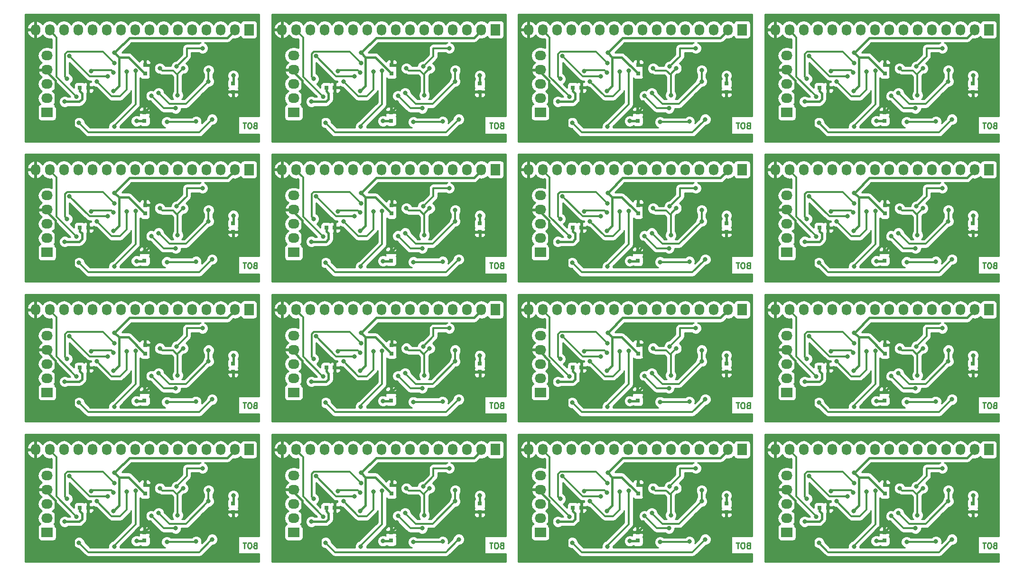
<source format=gbr>
G04 #@! TF.FileFunction,Copper,L2,Bot,Signal*
%FSLAX46Y46*%
G04 Gerber Fmt 4.6, Leading zero omitted, Abs format (unit mm)*
G04 Created by KiCad (PCBNEW (2015-11-29 BZR 6336, Git 7b0d981)-product) date czw, 10 gru 2015, 08:29:52*
%MOMM*%
G01*
G04 APERTURE LIST*
%ADD10C,0.100000*%
%ADD11C,0.250000*%
%ADD12R,0.800000X0.750000*%
%ADD13R,1.727200X2.032000*%
%ADD14O,1.727200X2.032000*%
%ADD15R,0.750000X0.800000*%
%ADD16R,2.032000X1.727200*%
%ADD17O,2.032000X1.727200*%
%ADD18C,0.812800*%
%ADD19C,0.450000*%
%ADD20C,0.350000*%
%ADD21C,0.254000*%
G04 APERTURE END LIST*
D10*
D11*
X210582533Y-132427771D02*
X210439676Y-132475390D01*
X210392057Y-132523010D01*
X210344438Y-132618248D01*
X210344438Y-132761105D01*
X210392057Y-132856343D01*
X210439676Y-132903962D01*
X210534914Y-132951581D01*
X210915867Y-132951581D01*
X210915867Y-131951581D01*
X210582533Y-131951581D01*
X210487295Y-131999200D01*
X210439676Y-132046819D01*
X210392057Y-132142057D01*
X210392057Y-132237295D01*
X210439676Y-132332533D01*
X210487295Y-132380152D01*
X210582533Y-132427771D01*
X210915867Y-132427771D01*
X209725391Y-131951581D02*
X209534914Y-131951581D01*
X209439676Y-131999200D01*
X209344438Y-132094438D01*
X209296819Y-132284914D01*
X209296819Y-132618248D01*
X209344438Y-132808724D01*
X209439676Y-132903962D01*
X209534914Y-132951581D01*
X209725391Y-132951581D01*
X209820629Y-132903962D01*
X209915867Y-132808724D01*
X209963486Y-132618248D01*
X209963486Y-132284914D01*
X209915867Y-132094438D01*
X209820629Y-131999200D01*
X209725391Y-131951581D01*
X209011105Y-131951581D02*
X208439676Y-131951581D01*
X208725391Y-132951581D02*
X208725391Y-131951581D01*
X166582533Y-132427771D02*
X166439676Y-132475390D01*
X166392057Y-132523010D01*
X166344438Y-132618248D01*
X166344438Y-132761105D01*
X166392057Y-132856343D01*
X166439676Y-132903962D01*
X166534914Y-132951581D01*
X166915867Y-132951581D01*
X166915867Y-131951581D01*
X166582533Y-131951581D01*
X166487295Y-131999200D01*
X166439676Y-132046819D01*
X166392057Y-132142057D01*
X166392057Y-132237295D01*
X166439676Y-132332533D01*
X166487295Y-132380152D01*
X166582533Y-132427771D01*
X166915867Y-132427771D01*
X165725391Y-131951581D02*
X165534914Y-131951581D01*
X165439676Y-131999200D01*
X165344438Y-132094438D01*
X165296819Y-132284914D01*
X165296819Y-132618248D01*
X165344438Y-132808724D01*
X165439676Y-132903962D01*
X165534914Y-132951581D01*
X165725391Y-132951581D01*
X165820629Y-132903962D01*
X165915867Y-132808724D01*
X165963486Y-132618248D01*
X165963486Y-132284914D01*
X165915867Y-132094438D01*
X165820629Y-131999200D01*
X165725391Y-131951581D01*
X165011105Y-131951581D02*
X164439676Y-131951581D01*
X164725391Y-132951581D02*
X164725391Y-131951581D01*
X122582533Y-132427771D02*
X122439676Y-132475390D01*
X122392057Y-132523010D01*
X122344438Y-132618248D01*
X122344438Y-132761105D01*
X122392057Y-132856343D01*
X122439676Y-132903962D01*
X122534914Y-132951581D01*
X122915867Y-132951581D01*
X122915867Y-131951581D01*
X122582533Y-131951581D01*
X122487295Y-131999200D01*
X122439676Y-132046819D01*
X122392057Y-132142057D01*
X122392057Y-132237295D01*
X122439676Y-132332533D01*
X122487295Y-132380152D01*
X122582533Y-132427771D01*
X122915867Y-132427771D01*
X121725391Y-131951581D02*
X121534914Y-131951581D01*
X121439676Y-131999200D01*
X121344438Y-132094438D01*
X121296819Y-132284914D01*
X121296819Y-132618248D01*
X121344438Y-132808724D01*
X121439676Y-132903962D01*
X121534914Y-132951581D01*
X121725391Y-132951581D01*
X121820629Y-132903962D01*
X121915867Y-132808724D01*
X121963486Y-132618248D01*
X121963486Y-132284914D01*
X121915867Y-132094438D01*
X121820629Y-131999200D01*
X121725391Y-131951581D01*
X121011105Y-131951581D02*
X120439676Y-131951581D01*
X120725391Y-132951581D02*
X120725391Y-131951581D01*
X78582533Y-132427771D02*
X78439676Y-132475390D01*
X78392057Y-132523010D01*
X78344438Y-132618248D01*
X78344438Y-132761105D01*
X78392057Y-132856343D01*
X78439676Y-132903962D01*
X78534914Y-132951581D01*
X78915867Y-132951581D01*
X78915867Y-131951581D01*
X78582533Y-131951581D01*
X78487295Y-131999200D01*
X78439676Y-132046819D01*
X78392057Y-132142057D01*
X78392057Y-132237295D01*
X78439676Y-132332533D01*
X78487295Y-132380152D01*
X78582533Y-132427771D01*
X78915867Y-132427771D01*
X77725391Y-131951581D02*
X77534914Y-131951581D01*
X77439676Y-131999200D01*
X77344438Y-132094438D01*
X77296819Y-132284914D01*
X77296819Y-132618248D01*
X77344438Y-132808724D01*
X77439676Y-132903962D01*
X77534914Y-132951581D01*
X77725391Y-132951581D01*
X77820629Y-132903962D01*
X77915867Y-132808724D01*
X77963486Y-132618248D01*
X77963486Y-132284914D01*
X77915867Y-132094438D01*
X77820629Y-131999200D01*
X77725391Y-131951581D01*
X77011105Y-131951581D02*
X76439676Y-131951581D01*
X76725391Y-132951581D02*
X76725391Y-131951581D01*
X210582533Y-107427771D02*
X210439676Y-107475390D01*
X210392057Y-107523010D01*
X210344438Y-107618248D01*
X210344438Y-107761105D01*
X210392057Y-107856343D01*
X210439676Y-107903962D01*
X210534914Y-107951581D01*
X210915867Y-107951581D01*
X210915867Y-106951581D01*
X210582533Y-106951581D01*
X210487295Y-106999200D01*
X210439676Y-107046819D01*
X210392057Y-107142057D01*
X210392057Y-107237295D01*
X210439676Y-107332533D01*
X210487295Y-107380152D01*
X210582533Y-107427771D01*
X210915867Y-107427771D01*
X209725391Y-106951581D02*
X209534914Y-106951581D01*
X209439676Y-106999200D01*
X209344438Y-107094438D01*
X209296819Y-107284914D01*
X209296819Y-107618248D01*
X209344438Y-107808724D01*
X209439676Y-107903962D01*
X209534914Y-107951581D01*
X209725391Y-107951581D01*
X209820629Y-107903962D01*
X209915867Y-107808724D01*
X209963486Y-107618248D01*
X209963486Y-107284914D01*
X209915867Y-107094438D01*
X209820629Y-106999200D01*
X209725391Y-106951581D01*
X209011105Y-106951581D02*
X208439676Y-106951581D01*
X208725391Y-107951581D02*
X208725391Y-106951581D01*
X166582533Y-107427771D02*
X166439676Y-107475390D01*
X166392057Y-107523010D01*
X166344438Y-107618248D01*
X166344438Y-107761105D01*
X166392057Y-107856343D01*
X166439676Y-107903962D01*
X166534914Y-107951581D01*
X166915867Y-107951581D01*
X166915867Y-106951581D01*
X166582533Y-106951581D01*
X166487295Y-106999200D01*
X166439676Y-107046819D01*
X166392057Y-107142057D01*
X166392057Y-107237295D01*
X166439676Y-107332533D01*
X166487295Y-107380152D01*
X166582533Y-107427771D01*
X166915867Y-107427771D01*
X165725391Y-106951581D02*
X165534914Y-106951581D01*
X165439676Y-106999200D01*
X165344438Y-107094438D01*
X165296819Y-107284914D01*
X165296819Y-107618248D01*
X165344438Y-107808724D01*
X165439676Y-107903962D01*
X165534914Y-107951581D01*
X165725391Y-107951581D01*
X165820629Y-107903962D01*
X165915867Y-107808724D01*
X165963486Y-107618248D01*
X165963486Y-107284914D01*
X165915867Y-107094438D01*
X165820629Y-106999200D01*
X165725391Y-106951581D01*
X165011105Y-106951581D02*
X164439676Y-106951581D01*
X164725391Y-107951581D02*
X164725391Y-106951581D01*
X122582533Y-107427771D02*
X122439676Y-107475390D01*
X122392057Y-107523010D01*
X122344438Y-107618248D01*
X122344438Y-107761105D01*
X122392057Y-107856343D01*
X122439676Y-107903962D01*
X122534914Y-107951581D01*
X122915867Y-107951581D01*
X122915867Y-106951581D01*
X122582533Y-106951581D01*
X122487295Y-106999200D01*
X122439676Y-107046819D01*
X122392057Y-107142057D01*
X122392057Y-107237295D01*
X122439676Y-107332533D01*
X122487295Y-107380152D01*
X122582533Y-107427771D01*
X122915867Y-107427771D01*
X121725391Y-106951581D02*
X121534914Y-106951581D01*
X121439676Y-106999200D01*
X121344438Y-107094438D01*
X121296819Y-107284914D01*
X121296819Y-107618248D01*
X121344438Y-107808724D01*
X121439676Y-107903962D01*
X121534914Y-107951581D01*
X121725391Y-107951581D01*
X121820629Y-107903962D01*
X121915867Y-107808724D01*
X121963486Y-107618248D01*
X121963486Y-107284914D01*
X121915867Y-107094438D01*
X121820629Y-106999200D01*
X121725391Y-106951581D01*
X121011105Y-106951581D02*
X120439676Y-106951581D01*
X120725391Y-107951581D02*
X120725391Y-106951581D01*
X78582533Y-107427771D02*
X78439676Y-107475390D01*
X78392057Y-107523010D01*
X78344438Y-107618248D01*
X78344438Y-107761105D01*
X78392057Y-107856343D01*
X78439676Y-107903962D01*
X78534914Y-107951581D01*
X78915867Y-107951581D01*
X78915867Y-106951581D01*
X78582533Y-106951581D01*
X78487295Y-106999200D01*
X78439676Y-107046819D01*
X78392057Y-107142057D01*
X78392057Y-107237295D01*
X78439676Y-107332533D01*
X78487295Y-107380152D01*
X78582533Y-107427771D01*
X78915867Y-107427771D01*
X77725391Y-106951581D02*
X77534914Y-106951581D01*
X77439676Y-106999200D01*
X77344438Y-107094438D01*
X77296819Y-107284914D01*
X77296819Y-107618248D01*
X77344438Y-107808724D01*
X77439676Y-107903962D01*
X77534914Y-107951581D01*
X77725391Y-107951581D01*
X77820629Y-107903962D01*
X77915867Y-107808724D01*
X77963486Y-107618248D01*
X77963486Y-107284914D01*
X77915867Y-107094438D01*
X77820629Y-106999200D01*
X77725391Y-106951581D01*
X77011105Y-106951581D02*
X76439676Y-106951581D01*
X76725391Y-107951581D02*
X76725391Y-106951581D01*
X210582533Y-82427771D02*
X210439676Y-82475390D01*
X210392057Y-82523010D01*
X210344438Y-82618248D01*
X210344438Y-82761105D01*
X210392057Y-82856343D01*
X210439676Y-82903962D01*
X210534914Y-82951581D01*
X210915867Y-82951581D01*
X210915867Y-81951581D01*
X210582533Y-81951581D01*
X210487295Y-81999200D01*
X210439676Y-82046819D01*
X210392057Y-82142057D01*
X210392057Y-82237295D01*
X210439676Y-82332533D01*
X210487295Y-82380152D01*
X210582533Y-82427771D01*
X210915867Y-82427771D01*
X209725391Y-81951581D02*
X209534914Y-81951581D01*
X209439676Y-81999200D01*
X209344438Y-82094438D01*
X209296819Y-82284914D01*
X209296819Y-82618248D01*
X209344438Y-82808724D01*
X209439676Y-82903962D01*
X209534914Y-82951581D01*
X209725391Y-82951581D01*
X209820629Y-82903962D01*
X209915867Y-82808724D01*
X209963486Y-82618248D01*
X209963486Y-82284914D01*
X209915867Y-82094438D01*
X209820629Y-81999200D01*
X209725391Y-81951581D01*
X209011105Y-81951581D02*
X208439676Y-81951581D01*
X208725391Y-82951581D02*
X208725391Y-81951581D01*
X166582533Y-82427771D02*
X166439676Y-82475390D01*
X166392057Y-82523010D01*
X166344438Y-82618248D01*
X166344438Y-82761105D01*
X166392057Y-82856343D01*
X166439676Y-82903962D01*
X166534914Y-82951581D01*
X166915867Y-82951581D01*
X166915867Y-81951581D01*
X166582533Y-81951581D01*
X166487295Y-81999200D01*
X166439676Y-82046819D01*
X166392057Y-82142057D01*
X166392057Y-82237295D01*
X166439676Y-82332533D01*
X166487295Y-82380152D01*
X166582533Y-82427771D01*
X166915867Y-82427771D01*
X165725391Y-81951581D02*
X165534914Y-81951581D01*
X165439676Y-81999200D01*
X165344438Y-82094438D01*
X165296819Y-82284914D01*
X165296819Y-82618248D01*
X165344438Y-82808724D01*
X165439676Y-82903962D01*
X165534914Y-82951581D01*
X165725391Y-82951581D01*
X165820629Y-82903962D01*
X165915867Y-82808724D01*
X165963486Y-82618248D01*
X165963486Y-82284914D01*
X165915867Y-82094438D01*
X165820629Y-81999200D01*
X165725391Y-81951581D01*
X165011105Y-81951581D02*
X164439676Y-81951581D01*
X164725391Y-82951581D02*
X164725391Y-81951581D01*
X122582533Y-82427771D02*
X122439676Y-82475390D01*
X122392057Y-82523010D01*
X122344438Y-82618248D01*
X122344438Y-82761105D01*
X122392057Y-82856343D01*
X122439676Y-82903962D01*
X122534914Y-82951581D01*
X122915867Y-82951581D01*
X122915867Y-81951581D01*
X122582533Y-81951581D01*
X122487295Y-81999200D01*
X122439676Y-82046819D01*
X122392057Y-82142057D01*
X122392057Y-82237295D01*
X122439676Y-82332533D01*
X122487295Y-82380152D01*
X122582533Y-82427771D01*
X122915867Y-82427771D01*
X121725391Y-81951581D02*
X121534914Y-81951581D01*
X121439676Y-81999200D01*
X121344438Y-82094438D01*
X121296819Y-82284914D01*
X121296819Y-82618248D01*
X121344438Y-82808724D01*
X121439676Y-82903962D01*
X121534914Y-82951581D01*
X121725391Y-82951581D01*
X121820629Y-82903962D01*
X121915867Y-82808724D01*
X121963486Y-82618248D01*
X121963486Y-82284914D01*
X121915867Y-82094438D01*
X121820629Y-81999200D01*
X121725391Y-81951581D01*
X121011105Y-81951581D02*
X120439676Y-81951581D01*
X120725391Y-82951581D02*
X120725391Y-81951581D01*
X78582533Y-82427771D02*
X78439676Y-82475390D01*
X78392057Y-82523010D01*
X78344438Y-82618248D01*
X78344438Y-82761105D01*
X78392057Y-82856343D01*
X78439676Y-82903962D01*
X78534914Y-82951581D01*
X78915867Y-82951581D01*
X78915867Y-81951581D01*
X78582533Y-81951581D01*
X78487295Y-81999200D01*
X78439676Y-82046819D01*
X78392057Y-82142057D01*
X78392057Y-82237295D01*
X78439676Y-82332533D01*
X78487295Y-82380152D01*
X78582533Y-82427771D01*
X78915867Y-82427771D01*
X77725391Y-81951581D02*
X77534914Y-81951581D01*
X77439676Y-81999200D01*
X77344438Y-82094438D01*
X77296819Y-82284914D01*
X77296819Y-82618248D01*
X77344438Y-82808724D01*
X77439676Y-82903962D01*
X77534914Y-82951581D01*
X77725391Y-82951581D01*
X77820629Y-82903962D01*
X77915867Y-82808724D01*
X77963486Y-82618248D01*
X77963486Y-82284914D01*
X77915867Y-82094438D01*
X77820629Y-81999200D01*
X77725391Y-81951581D01*
X77011105Y-81951581D02*
X76439676Y-81951581D01*
X76725391Y-82951581D02*
X76725391Y-81951581D01*
X210582533Y-57427771D02*
X210439676Y-57475390D01*
X210392057Y-57523010D01*
X210344438Y-57618248D01*
X210344438Y-57761105D01*
X210392057Y-57856343D01*
X210439676Y-57903962D01*
X210534914Y-57951581D01*
X210915867Y-57951581D01*
X210915867Y-56951581D01*
X210582533Y-56951581D01*
X210487295Y-56999200D01*
X210439676Y-57046819D01*
X210392057Y-57142057D01*
X210392057Y-57237295D01*
X210439676Y-57332533D01*
X210487295Y-57380152D01*
X210582533Y-57427771D01*
X210915867Y-57427771D01*
X209725391Y-56951581D02*
X209534914Y-56951581D01*
X209439676Y-56999200D01*
X209344438Y-57094438D01*
X209296819Y-57284914D01*
X209296819Y-57618248D01*
X209344438Y-57808724D01*
X209439676Y-57903962D01*
X209534914Y-57951581D01*
X209725391Y-57951581D01*
X209820629Y-57903962D01*
X209915867Y-57808724D01*
X209963486Y-57618248D01*
X209963486Y-57284914D01*
X209915867Y-57094438D01*
X209820629Y-56999200D01*
X209725391Y-56951581D01*
X209011105Y-56951581D02*
X208439676Y-56951581D01*
X208725391Y-57951581D02*
X208725391Y-56951581D01*
X166582533Y-57427771D02*
X166439676Y-57475390D01*
X166392057Y-57523010D01*
X166344438Y-57618248D01*
X166344438Y-57761105D01*
X166392057Y-57856343D01*
X166439676Y-57903962D01*
X166534914Y-57951581D01*
X166915867Y-57951581D01*
X166915867Y-56951581D01*
X166582533Y-56951581D01*
X166487295Y-56999200D01*
X166439676Y-57046819D01*
X166392057Y-57142057D01*
X166392057Y-57237295D01*
X166439676Y-57332533D01*
X166487295Y-57380152D01*
X166582533Y-57427771D01*
X166915867Y-57427771D01*
X165725391Y-56951581D02*
X165534914Y-56951581D01*
X165439676Y-56999200D01*
X165344438Y-57094438D01*
X165296819Y-57284914D01*
X165296819Y-57618248D01*
X165344438Y-57808724D01*
X165439676Y-57903962D01*
X165534914Y-57951581D01*
X165725391Y-57951581D01*
X165820629Y-57903962D01*
X165915867Y-57808724D01*
X165963486Y-57618248D01*
X165963486Y-57284914D01*
X165915867Y-57094438D01*
X165820629Y-56999200D01*
X165725391Y-56951581D01*
X165011105Y-56951581D02*
X164439676Y-56951581D01*
X164725391Y-57951581D02*
X164725391Y-56951581D01*
X122582533Y-57427771D02*
X122439676Y-57475390D01*
X122392057Y-57523010D01*
X122344438Y-57618248D01*
X122344438Y-57761105D01*
X122392057Y-57856343D01*
X122439676Y-57903962D01*
X122534914Y-57951581D01*
X122915867Y-57951581D01*
X122915867Y-56951581D01*
X122582533Y-56951581D01*
X122487295Y-56999200D01*
X122439676Y-57046819D01*
X122392057Y-57142057D01*
X122392057Y-57237295D01*
X122439676Y-57332533D01*
X122487295Y-57380152D01*
X122582533Y-57427771D01*
X122915867Y-57427771D01*
X121725391Y-56951581D02*
X121534914Y-56951581D01*
X121439676Y-56999200D01*
X121344438Y-57094438D01*
X121296819Y-57284914D01*
X121296819Y-57618248D01*
X121344438Y-57808724D01*
X121439676Y-57903962D01*
X121534914Y-57951581D01*
X121725391Y-57951581D01*
X121820629Y-57903962D01*
X121915867Y-57808724D01*
X121963486Y-57618248D01*
X121963486Y-57284914D01*
X121915867Y-57094438D01*
X121820629Y-56999200D01*
X121725391Y-56951581D01*
X121011105Y-56951581D02*
X120439676Y-56951581D01*
X120725391Y-57951581D02*
X120725391Y-56951581D01*
X78582533Y-57427771D02*
X78439676Y-57475390D01*
X78392057Y-57523010D01*
X78344438Y-57618248D01*
X78344438Y-57761105D01*
X78392057Y-57856343D01*
X78439676Y-57903962D01*
X78534914Y-57951581D01*
X78915867Y-57951581D01*
X78915867Y-56951581D01*
X78582533Y-56951581D01*
X78487295Y-56999200D01*
X78439676Y-57046819D01*
X78392057Y-57142057D01*
X78392057Y-57237295D01*
X78439676Y-57332533D01*
X78487295Y-57380152D01*
X78582533Y-57427771D01*
X78915867Y-57427771D01*
X77725391Y-56951581D02*
X77534914Y-56951581D01*
X77439676Y-56999200D01*
X77344438Y-57094438D01*
X77296819Y-57284914D01*
X77296819Y-57618248D01*
X77344438Y-57808724D01*
X77439676Y-57903962D01*
X77534914Y-57951581D01*
X77725391Y-57951581D01*
X77820629Y-57903962D01*
X77915867Y-57808724D01*
X77963486Y-57618248D01*
X77963486Y-57284914D01*
X77915867Y-57094438D01*
X77820629Y-56999200D01*
X77725391Y-56951581D01*
X77011105Y-56951581D02*
X76439676Y-56951581D01*
X76725391Y-57951581D02*
X76725391Y-56951581D01*
D12*
X179324200Y-125674200D03*
X180824200Y-125674200D03*
X135324200Y-125674200D03*
X136824200Y-125674200D03*
X91324200Y-125674200D03*
X92824200Y-125674200D03*
X47324200Y-125674200D03*
X48824200Y-125674200D03*
X179324200Y-100674200D03*
X180824200Y-100674200D03*
X135324200Y-100674200D03*
X136824200Y-100674200D03*
X91324200Y-100674200D03*
X92824200Y-100674200D03*
X47324200Y-100674200D03*
X48824200Y-100674200D03*
X179324200Y-75674200D03*
X180824200Y-75674200D03*
X135324200Y-75674200D03*
X136824200Y-75674200D03*
X91324200Y-75674200D03*
X92824200Y-75674200D03*
X47324200Y-75674200D03*
X48824200Y-75674200D03*
X179324200Y-50674200D03*
X180824200Y-50674200D03*
X135324200Y-50674200D03*
X136824200Y-50674200D03*
X91324200Y-50674200D03*
X92824200Y-50674200D03*
D13*
X209507274Y-115324762D03*
D14*
X206967274Y-115324762D03*
X204427274Y-115324762D03*
X201887274Y-115324762D03*
X199347274Y-115324762D03*
X196807274Y-115324762D03*
X194267274Y-115324762D03*
X191727274Y-115324762D03*
X189187274Y-115324762D03*
X186647274Y-115324762D03*
X184107274Y-115324762D03*
X181567274Y-115324762D03*
X179027274Y-115324762D03*
X176487274Y-115324762D03*
X173947274Y-115324762D03*
X171407274Y-115324762D03*
D13*
X165507274Y-115324762D03*
D14*
X162967274Y-115324762D03*
X160427274Y-115324762D03*
X157887274Y-115324762D03*
X155347274Y-115324762D03*
X152807274Y-115324762D03*
X150267274Y-115324762D03*
X147727274Y-115324762D03*
X145187274Y-115324762D03*
X142647274Y-115324762D03*
X140107274Y-115324762D03*
X137567274Y-115324762D03*
X135027274Y-115324762D03*
X132487274Y-115324762D03*
X129947274Y-115324762D03*
X127407274Y-115324762D03*
D13*
X121507274Y-115324762D03*
D14*
X118967274Y-115324762D03*
X116427274Y-115324762D03*
X113887274Y-115324762D03*
X111347274Y-115324762D03*
X108807274Y-115324762D03*
X106267274Y-115324762D03*
X103727274Y-115324762D03*
X101187274Y-115324762D03*
X98647274Y-115324762D03*
X96107274Y-115324762D03*
X93567274Y-115324762D03*
X91027274Y-115324762D03*
X88487274Y-115324762D03*
X85947274Y-115324762D03*
X83407274Y-115324762D03*
D13*
X77507274Y-115324762D03*
D14*
X74967274Y-115324762D03*
X72427274Y-115324762D03*
X69887274Y-115324762D03*
X67347274Y-115324762D03*
X64807274Y-115324762D03*
X62267274Y-115324762D03*
X59727274Y-115324762D03*
X57187274Y-115324762D03*
X54647274Y-115324762D03*
X52107274Y-115324762D03*
X49567274Y-115324762D03*
X47027274Y-115324762D03*
X44487274Y-115324762D03*
X41947274Y-115324762D03*
X39407274Y-115324762D03*
D13*
X209507274Y-90324762D03*
D14*
X206967274Y-90324762D03*
X204427274Y-90324762D03*
X201887274Y-90324762D03*
X199347274Y-90324762D03*
X196807274Y-90324762D03*
X194267274Y-90324762D03*
X191727274Y-90324762D03*
X189187274Y-90324762D03*
X186647274Y-90324762D03*
X184107274Y-90324762D03*
X181567274Y-90324762D03*
X179027274Y-90324762D03*
X176487274Y-90324762D03*
X173947274Y-90324762D03*
X171407274Y-90324762D03*
D13*
X165507274Y-90324762D03*
D14*
X162967274Y-90324762D03*
X160427274Y-90324762D03*
X157887274Y-90324762D03*
X155347274Y-90324762D03*
X152807274Y-90324762D03*
X150267274Y-90324762D03*
X147727274Y-90324762D03*
X145187274Y-90324762D03*
X142647274Y-90324762D03*
X140107274Y-90324762D03*
X137567274Y-90324762D03*
X135027274Y-90324762D03*
X132487274Y-90324762D03*
X129947274Y-90324762D03*
X127407274Y-90324762D03*
D13*
X121507274Y-90324762D03*
D14*
X118967274Y-90324762D03*
X116427274Y-90324762D03*
X113887274Y-90324762D03*
X111347274Y-90324762D03*
X108807274Y-90324762D03*
X106267274Y-90324762D03*
X103727274Y-90324762D03*
X101187274Y-90324762D03*
X98647274Y-90324762D03*
X96107274Y-90324762D03*
X93567274Y-90324762D03*
X91027274Y-90324762D03*
X88487274Y-90324762D03*
X85947274Y-90324762D03*
X83407274Y-90324762D03*
D13*
X77507274Y-90324762D03*
D14*
X74967274Y-90324762D03*
X72427274Y-90324762D03*
X69887274Y-90324762D03*
X67347274Y-90324762D03*
X64807274Y-90324762D03*
X62267274Y-90324762D03*
X59727274Y-90324762D03*
X57187274Y-90324762D03*
X54647274Y-90324762D03*
X52107274Y-90324762D03*
X49567274Y-90324762D03*
X47027274Y-90324762D03*
X44487274Y-90324762D03*
X41947274Y-90324762D03*
X39407274Y-90324762D03*
D13*
X209507274Y-65324762D03*
D14*
X206967274Y-65324762D03*
X204427274Y-65324762D03*
X201887274Y-65324762D03*
X199347274Y-65324762D03*
X196807274Y-65324762D03*
X194267274Y-65324762D03*
X191727274Y-65324762D03*
X189187274Y-65324762D03*
X186647274Y-65324762D03*
X184107274Y-65324762D03*
X181567274Y-65324762D03*
X179027274Y-65324762D03*
X176487274Y-65324762D03*
X173947274Y-65324762D03*
X171407274Y-65324762D03*
D13*
X165507274Y-65324762D03*
D14*
X162967274Y-65324762D03*
X160427274Y-65324762D03*
X157887274Y-65324762D03*
X155347274Y-65324762D03*
X152807274Y-65324762D03*
X150267274Y-65324762D03*
X147727274Y-65324762D03*
X145187274Y-65324762D03*
X142647274Y-65324762D03*
X140107274Y-65324762D03*
X137567274Y-65324762D03*
X135027274Y-65324762D03*
X132487274Y-65324762D03*
X129947274Y-65324762D03*
X127407274Y-65324762D03*
D13*
X121507274Y-65324762D03*
D14*
X118967274Y-65324762D03*
X116427274Y-65324762D03*
X113887274Y-65324762D03*
X111347274Y-65324762D03*
X108807274Y-65324762D03*
X106267274Y-65324762D03*
X103727274Y-65324762D03*
X101187274Y-65324762D03*
X98647274Y-65324762D03*
X96107274Y-65324762D03*
X93567274Y-65324762D03*
X91027274Y-65324762D03*
X88487274Y-65324762D03*
X85947274Y-65324762D03*
X83407274Y-65324762D03*
D13*
X77507274Y-65324762D03*
D14*
X74967274Y-65324762D03*
X72427274Y-65324762D03*
X69887274Y-65324762D03*
X67347274Y-65324762D03*
X64807274Y-65324762D03*
X62267274Y-65324762D03*
X59727274Y-65324762D03*
X57187274Y-65324762D03*
X54647274Y-65324762D03*
X52107274Y-65324762D03*
X49567274Y-65324762D03*
X47027274Y-65324762D03*
X44487274Y-65324762D03*
X41947274Y-65324762D03*
X39407274Y-65324762D03*
D13*
X209507274Y-40324762D03*
D14*
X206967274Y-40324762D03*
X204427274Y-40324762D03*
X201887274Y-40324762D03*
X199347274Y-40324762D03*
X196807274Y-40324762D03*
X194267274Y-40324762D03*
X191727274Y-40324762D03*
X189187274Y-40324762D03*
X186647274Y-40324762D03*
X184107274Y-40324762D03*
X181567274Y-40324762D03*
X179027274Y-40324762D03*
X176487274Y-40324762D03*
X173947274Y-40324762D03*
X171407274Y-40324762D03*
D13*
X165507274Y-40324762D03*
D14*
X162967274Y-40324762D03*
X160427274Y-40324762D03*
X157887274Y-40324762D03*
X155347274Y-40324762D03*
X152807274Y-40324762D03*
X150267274Y-40324762D03*
X147727274Y-40324762D03*
X145187274Y-40324762D03*
X142647274Y-40324762D03*
X140107274Y-40324762D03*
X137567274Y-40324762D03*
X135027274Y-40324762D03*
X132487274Y-40324762D03*
X129947274Y-40324762D03*
X127407274Y-40324762D03*
D13*
X121507274Y-40324762D03*
D14*
X118967274Y-40324762D03*
X116427274Y-40324762D03*
X113887274Y-40324762D03*
X111347274Y-40324762D03*
X108807274Y-40324762D03*
X106267274Y-40324762D03*
X103727274Y-40324762D03*
X101187274Y-40324762D03*
X98647274Y-40324762D03*
X96107274Y-40324762D03*
X93567274Y-40324762D03*
X91027274Y-40324762D03*
X88487274Y-40324762D03*
X85947274Y-40324762D03*
X83407274Y-40324762D03*
D15*
X190877200Y-131579200D03*
X190877200Y-130079200D03*
X146877200Y-131579200D03*
X146877200Y-130079200D03*
X102877200Y-131579200D03*
X102877200Y-130079200D03*
X58877200Y-131579200D03*
X58877200Y-130079200D03*
X190877200Y-106579200D03*
X190877200Y-105079200D03*
X146877200Y-106579200D03*
X146877200Y-105079200D03*
X102877200Y-106579200D03*
X102877200Y-105079200D03*
X58877200Y-106579200D03*
X58877200Y-105079200D03*
X190877200Y-81579200D03*
X190877200Y-80079200D03*
X146877200Y-81579200D03*
X146877200Y-80079200D03*
X102877200Y-81579200D03*
X102877200Y-80079200D03*
X58877200Y-81579200D03*
X58877200Y-80079200D03*
X190877200Y-56579200D03*
X190877200Y-55079200D03*
X146877200Y-56579200D03*
X146877200Y-55079200D03*
X102877200Y-56579200D03*
X102877200Y-55079200D03*
X206699200Y-124949200D03*
X206699200Y-126449200D03*
X162699200Y-124949200D03*
X162699200Y-126449200D03*
X118699200Y-124949200D03*
X118699200Y-126449200D03*
X74699200Y-124949200D03*
X74699200Y-126449200D03*
X206699200Y-99949200D03*
X206699200Y-101449200D03*
X162699200Y-99949200D03*
X162699200Y-101449200D03*
X118699200Y-99949200D03*
X118699200Y-101449200D03*
X74699200Y-99949200D03*
X74699200Y-101449200D03*
X206699200Y-74949200D03*
X206699200Y-76449200D03*
X162699200Y-74949200D03*
X162699200Y-76449200D03*
X118699200Y-74949200D03*
X118699200Y-76449200D03*
X74699200Y-74949200D03*
X74699200Y-76449200D03*
X206699200Y-49949200D03*
X206699200Y-51449200D03*
X162699200Y-49949200D03*
X162699200Y-51449200D03*
X118699200Y-49949200D03*
X118699200Y-51449200D03*
X190974200Y-123149200D03*
X190974200Y-121649200D03*
X146974200Y-123149200D03*
X146974200Y-121649200D03*
X102974200Y-123149200D03*
X102974200Y-121649200D03*
X58974200Y-123149200D03*
X58974200Y-121649200D03*
X190974200Y-98149200D03*
X190974200Y-96649200D03*
X146974200Y-98149200D03*
X146974200Y-96649200D03*
X102974200Y-98149200D03*
X102974200Y-96649200D03*
X58974200Y-98149200D03*
X58974200Y-96649200D03*
X190974200Y-73149200D03*
X190974200Y-71649200D03*
X146974200Y-73149200D03*
X146974200Y-71649200D03*
X102974200Y-73149200D03*
X102974200Y-71649200D03*
X58974200Y-73149200D03*
X58974200Y-71649200D03*
X190974200Y-48149200D03*
X190974200Y-46649200D03*
X146974200Y-48149200D03*
X146974200Y-46649200D03*
X102974200Y-48149200D03*
X102974200Y-46649200D03*
D16*
X173499200Y-130099200D03*
D17*
X173499200Y-127559200D03*
X173499200Y-125019200D03*
X173499200Y-122479200D03*
X173499200Y-119939200D03*
D16*
X129499200Y-130099200D03*
D17*
X129499200Y-127559200D03*
X129499200Y-125019200D03*
X129499200Y-122479200D03*
X129499200Y-119939200D03*
D16*
X85499200Y-130099200D03*
D17*
X85499200Y-127559200D03*
X85499200Y-125019200D03*
X85499200Y-122479200D03*
X85499200Y-119939200D03*
D16*
X41499200Y-130099200D03*
D17*
X41499200Y-127559200D03*
X41499200Y-125019200D03*
X41499200Y-122479200D03*
X41499200Y-119939200D03*
D16*
X173499200Y-105099200D03*
D17*
X173499200Y-102559200D03*
X173499200Y-100019200D03*
X173499200Y-97479200D03*
X173499200Y-94939200D03*
D16*
X129499200Y-105099200D03*
D17*
X129499200Y-102559200D03*
X129499200Y-100019200D03*
X129499200Y-97479200D03*
X129499200Y-94939200D03*
D16*
X85499200Y-105099200D03*
D17*
X85499200Y-102559200D03*
X85499200Y-100019200D03*
X85499200Y-97479200D03*
X85499200Y-94939200D03*
D16*
X41499200Y-105099200D03*
D17*
X41499200Y-102559200D03*
X41499200Y-100019200D03*
X41499200Y-97479200D03*
X41499200Y-94939200D03*
D16*
X173499200Y-80099200D03*
D17*
X173499200Y-77559200D03*
X173499200Y-75019200D03*
X173499200Y-72479200D03*
X173499200Y-69939200D03*
D16*
X129499200Y-80099200D03*
D17*
X129499200Y-77559200D03*
X129499200Y-75019200D03*
X129499200Y-72479200D03*
X129499200Y-69939200D03*
D16*
X85499200Y-80099200D03*
D17*
X85499200Y-77559200D03*
X85499200Y-75019200D03*
X85499200Y-72479200D03*
X85499200Y-69939200D03*
D16*
X41499200Y-80099200D03*
D17*
X41499200Y-77559200D03*
X41499200Y-75019200D03*
X41499200Y-72479200D03*
X41499200Y-69939200D03*
D16*
X173499200Y-55099200D03*
D17*
X173499200Y-52559200D03*
X173499200Y-50019200D03*
X173499200Y-47479200D03*
X173499200Y-44939200D03*
D16*
X129499200Y-55099200D03*
D17*
X129499200Y-52559200D03*
X129499200Y-50019200D03*
X129499200Y-47479200D03*
X129499200Y-44939200D03*
D16*
X85499200Y-55099200D03*
D17*
X85499200Y-52559200D03*
X85499200Y-50019200D03*
X85499200Y-47479200D03*
X85499200Y-44939200D03*
D13*
X77507274Y-40324762D03*
D14*
X74967274Y-40324762D03*
X72427274Y-40324762D03*
X69887274Y-40324762D03*
X67347274Y-40324762D03*
X64807274Y-40324762D03*
X62267274Y-40324762D03*
X59727274Y-40324762D03*
X57187274Y-40324762D03*
X54647274Y-40324762D03*
X52107274Y-40324762D03*
X49567274Y-40324762D03*
X47027274Y-40324762D03*
X44487274Y-40324762D03*
X41947274Y-40324762D03*
X39407274Y-40324762D03*
D16*
X41499200Y-55099200D03*
D17*
X41499200Y-52559200D03*
X41499200Y-50019200D03*
X41499200Y-47479200D03*
X41499200Y-44939200D03*
D15*
X58974200Y-48149200D03*
X58974200Y-46649200D03*
X58877200Y-56579200D03*
X58877200Y-55079200D03*
D12*
X47324200Y-50674200D03*
X48824200Y-50674200D03*
D15*
X74699200Y-49949200D03*
X74699200Y-51449200D03*
D18*
X189454800Y-131642000D03*
X145454800Y-131642000D03*
X101454800Y-131642000D03*
X57454800Y-131642000D03*
X189454800Y-106642000D03*
X145454800Y-106642000D03*
X101454800Y-106642000D03*
X57454800Y-106642000D03*
X189454800Y-81642000D03*
X145454800Y-81642000D03*
X101454800Y-81642000D03*
X57454800Y-81642000D03*
X189454800Y-56642000D03*
X145454800Y-56642000D03*
X101454800Y-56642000D03*
X206726800Y-123514000D03*
X162726800Y-123514000D03*
X118726800Y-123514000D03*
X74726800Y-123514000D03*
X206726800Y-98514000D03*
X162726800Y-98514000D03*
X118726800Y-98514000D03*
X74726800Y-98514000D03*
X206726800Y-73514000D03*
X162726800Y-73514000D03*
X118726800Y-73514000D03*
X74726800Y-73514000D03*
X206726800Y-48514000D03*
X162726800Y-48514000D03*
X118726800Y-48514000D03*
X185374180Y-126274180D03*
X141374180Y-126274180D03*
X97374180Y-126274180D03*
X53374180Y-126274180D03*
X185374180Y-101274180D03*
X141374180Y-101274180D03*
X97374180Y-101274180D03*
X53374180Y-101274180D03*
X185374180Y-76274180D03*
X141374180Y-76274180D03*
X97374180Y-76274180D03*
X53374180Y-76274180D03*
X185374180Y-51274180D03*
X141374180Y-51274180D03*
X97374180Y-51274180D03*
X185532003Y-119461552D03*
X141532003Y-119461552D03*
X97532003Y-119461552D03*
X53532003Y-119461552D03*
X185532003Y-94461552D03*
X141532003Y-94461552D03*
X97532003Y-94461552D03*
X53532003Y-94461552D03*
X185532003Y-69461552D03*
X141532003Y-69461552D03*
X97532003Y-69461552D03*
X53532003Y-69461552D03*
X185532003Y-44461552D03*
X141532003Y-44461552D03*
X97532003Y-44461552D03*
X176653200Y-128187600D03*
X132653200Y-128187600D03*
X88653200Y-128187600D03*
X44653200Y-128187600D03*
X176653200Y-103187600D03*
X132653200Y-103187600D03*
X88653200Y-103187600D03*
X44653200Y-103187600D03*
X176653200Y-78187600D03*
X132653200Y-78187600D03*
X88653200Y-78187600D03*
X44653200Y-78187600D03*
X176653200Y-53187600D03*
X132653200Y-53187600D03*
X88653200Y-53187600D03*
X57454800Y-56642000D03*
X74726800Y-48514000D03*
X44653200Y-53187600D03*
X53374180Y-51274180D03*
X53532003Y-44461552D03*
X193615000Y-122229000D03*
X149615000Y-122229000D03*
X105615000Y-122229000D03*
X61615000Y-122229000D03*
X193615000Y-97229000D03*
X149615000Y-97229000D03*
X105615000Y-97229000D03*
X61615000Y-97229000D03*
X193615000Y-72229000D03*
X149615000Y-72229000D03*
X105615000Y-72229000D03*
X61615000Y-72229000D03*
X193615000Y-47229000D03*
X149615000Y-47229000D03*
X105615000Y-47229000D03*
X197758033Y-122231352D03*
X153758033Y-122231352D03*
X109758033Y-122231352D03*
X65758033Y-122231352D03*
X197758033Y-97231352D03*
X153758033Y-97231352D03*
X109758033Y-97231352D03*
X65758033Y-97231352D03*
X197758033Y-72231352D03*
X153758033Y-72231352D03*
X109758033Y-72231352D03*
X65758033Y-72231352D03*
X197758033Y-47231352D03*
X153758033Y-47231352D03*
X109758033Y-47231352D03*
X196799200Y-127049200D03*
X152799200Y-127049200D03*
X108799200Y-127049200D03*
X64799200Y-127049200D03*
X196799200Y-102049200D03*
X152799200Y-102049200D03*
X108799200Y-102049200D03*
X64799200Y-102049200D03*
X196799200Y-77049200D03*
X152799200Y-77049200D03*
X108799200Y-77049200D03*
X64799200Y-77049200D03*
X196799200Y-52049200D03*
X152799200Y-52049200D03*
X108799200Y-52049200D03*
X64799200Y-52049200D03*
X65758033Y-47231352D03*
X61615000Y-47229000D03*
X189286043Y-122678009D03*
X145286043Y-122678009D03*
X101286043Y-122678009D03*
X57286043Y-122678009D03*
X189286043Y-97678009D03*
X145286043Y-97678009D03*
X101286043Y-97678009D03*
X57286043Y-97678009D03*
X189286043Y-72678009D03*
X145286043Y-72678009D03*
X101286043Y-72678009D03*
X57286043Y-72678009D03*
X189286043Y-47678009D03*
X145286043Y-47678009D03*
X101286043Y-47678009D03*
X185466060Y-132635367D03*
X141466060Y-132635367D03*
X97466060Y-132635367D03*
X53466060Y-132635367D03*
X185466060Y-107635367D03*
X141466060Y-107635367D03*
X97466060Y-107635367D03*
X53466060Y-107635367D03*
X185466060Y-82635367D03*
X141466060Y-82635367D03*
X97466060Y-82635367D03*
X53466060Y-82635367D03*
X185466060Y-57635367D03*
X141466060Y-57635367D03*
X97466060Y-57635367D03*
X53466060Y-57635367D03*
X57286043Y-47678009D03*
X178731443Y-127274180D03*
X134731443Y-127274180D03*
X90731443Y-127274180D03*
X46731443Y-127274180D03*
X178731443Y-102274180D03*
X134731443Y-102274180D03*
X90731443Y-102274180D03*
X46731443Y-102274180D03*
X178731443Y-77274180D03*
X134731443Y-77274180D03*
X90731443Y-77274180D03*
X46731443Y-77274180D03*
X178731443Y-52274180D03*
X134731443Y-52274180D03*
X90731443Y-52274180D03*
X46731443Y-52274180D03*
X191851794Y-128349200D03*
X147851794Y-128349200D03*
X103851794Y-128349200D03*
X59851794Y-128349200D03*
X191851794Y-103349200D03*
X147851794Y-103349200D03*
X103851794Y-103349200D03*
X59851794Y-103349200D03*
X191851794Y-78349200D03*
X147851794Y-78349200D03*
X103851794Y-78349200D03*
X59851794Y-78349200D03*
X191851794Y-53349200D03*
X147851794Y-53349200D03*
X103851794Y-53349200D03*
X203069200Y-121278800D03*
X159069200Y-121278800D03*
X115069200Y-121278800D03*
X71069200Y-121278800D03*
X203069200Y-96278800D03*
X159069200Y-96278800D03*
X115069200Y-96278800D03*
X71069200Y-96278800D03*
X203069200Y-71278800D03*
X159069200Y-71278800D03*
X115069200Y-71278800D03*
X71069200Y-71278800D03*
X203069200Y-46278800D03*
X159069200Y-46278800D03*
X115069200Y-46278800D03*
X200630800Y-124530000D03*
X156630800Y-124530000D03*
X112630800Y-124530000D03*
X68630800Y-124530000D03*
X200630800Y-99530000D03*
X156630800Y-99530000D03*
X112630800Y-99530000D03*
X68630800Y-99530000D03*
X200630800Y-74530000D03*
X156630800Y-74530000D03*
X112630800Y-74530000D03*
X68630800Y-74530000D03*
X200630800Y-49530000D03*
X156630800Y-49530000D03*
X112630800Y-49530000D03*
X195649200Y-124799200D03*
X151649200Y-124799200D03*
X107649200Y-124799200D03*
X63649200Y-124799200D03*
X195649200Y-99799200D03*
X151649200Y-99799200D03*
X107649200Y-99799200D03*
X63649200Y-99799200D03*
X195649200Y-74799200D03*
X151649200Y-74799200D03*
X107649200Y-74799200D03*
X63649200Y-74799200D03*
X195649200Y-49799200D03*
X151649200Y-49799200D03*
X107649200Y-49799200D03*
X198192400Y-125749200D03*
X154192400Y-125749200D03*
X110192400Y-125749200D03*
X66192400Y-125749200D03*
X198192400Y-100749200D03*
X154192400Y-100749200D03*
X110192400Y-100749200D03*
X66192400Y-100749200D03*
X198192400Y-75749200D03*
X154192400Y-75749200D03*
X110192400Y-75749200D03*
X66192400Y-75749200D03*
X198192400Y-50749200D03*
X154192400Y-50749200D03*
X110192400Y-50749200D03*
X178249200Y-133599200D03*
X134249200Y-133599200D03*
X90249200Y-133599200D03*
X46249200Y-133599200D03*
X178249200Y-108599200D03*
X134249200Y-108599200D03*
X90249200Y-108599200D03*
X46249200Y-108599200D03*
X178249200Y-83599200D03*
X134249200Y-83599200D03*
X90249200Y-83599200D03*
X46249200Y-83599200D03*
X178249200Y-58599200D03*
X134249200Y-58599200D03*
X90249200Y-58599200D03*
X68630800Y-49530000D03*
X66192400Y-50749200D03*
X59851794Y-53349200D03*
X71069200Y-46278800D03*
X46249200Y-58599200D03*
X63649200Y-49799200D03*
X185492756Y-121311979D03*
X141492756Y-121311979D03*
X97492756Y-121311979D03*
X53492756Y-121311979D03*
X185492756Y-96311979D03*
X141492756Y-96311979D03*
X97492756Y-96311979D03*
X53492756Y-96311979D03*
X185492756Y-71311979D03*
X141492756Y-71311979D03*
X97492756Y-71311979D03*
X53492756Y-71311979D03*
X185492756Y-46311979D03*
X141492756Y-46311979D03*
X97492756Y-46311979D03*
X177059600Y-124123600D03*
X133059600Y-124123600D03*
X89059600Y-124123600D03*
X45059600Y-124123600D03*
X177059600Y-99123600D03*
X133059600Y-99123600D03*
X89059600Y-99123600D03*
X45059600Y-99123600D03*
X177059600Y-74123600D03*
X133059600Y-74123600D03*
X89059600Y-74123600D03*
X45059600Y-74123600D03*
X177059600Y-49123600D03*
X133059600Y-49123600D03*
X89059600Y-49123600D03*
X45059600Y-49123600D03*
X53492756Y-46311979D03*
X187700000Y-122800000D03*
X143700000Y-122800000D03*
X99700000Y-122800000D03*
X55700000Y-122800000D03*
X187700000Y-97800000D03*
X143700000Y-97800000D03*
X99700000Y-97800000D03*
X55700000Y-97800000D03*
X187700000Y-72800000D03*
X143700000Y-72800000D03*
X99700000Y-72800000D03*
X55700000Y-72800000D03*
X187700000Y-47800000D03*
X143700000Y-47800000D03*
X99700000Y-47800000D03*
X182360360Y-124558042D03*
X138360360Y-124558042D03*
X94360360Y-124558042D03*
X50360360Y-124558042D03*
X182360360Y-99558042D03*
X138360360Y-99558042D03*
X94360360Y-99558042D03*
X50360360Y-99558042D03*
X182360360Y-74558042D03*
X138360360Y-74558042D03*
X94360360Y-74558042D03*
X50360360Y-74558042D03*
X182360360Y-49558042D03*
X138360360Y-49558042D03*
X94360360Y-49558042D03*
X50360360Y-49558042D03*
X55700000Y-47800000D03*
X177466000Y-120059600D03*
X133466000Y-120059600D03*
X89466000Y-120059600D03*
X45466000Y-120059600D03*
X177466000Y-95059600D03*
X133466000Y-95059600D03*
X89466000Y-95059600D03*
X45466000Y-95059600D03*
X177466000Y-70059600D03*
X133466000Y-70059600D03*
X89466000Y-70059600D03*
X45466000Y-70059600D03*
X177466000Y-45059600D03*
X133466000Y-45059600D03*
X89466000Y-45059600D03*
X184323604Y-123661967D03*
X140323604Y-123661967D03*
X96323604Y-123661967D03*
X52323604Y-123661967D03*
X184323604Y-98661967D03*
X140323604Y-98661967D03*
X96323604Y-98661967D03*
X52323604Y-98661967D03*
X184323604Y-73661967D03*
X140323604Y-73661967D03*
X96323604Y-73661967D03*
X52323604Y-73661967D03*
X184323604Y-48661967D03*
X140323604Y-48661967D03*
X96323604Y-48661967D03*
X52323604Y-48661967D03*
X45466000Y-45059600D03*
X181342518Y-122767712D03*
X137342518Y-122767712D03*
X93342518Y-122767712D03*
X49342518Y-122767712D03*
X181342518Y-97767712D03*
X137342518Y-97767712D03*
X93342518Y-97767712D03*
X49342518Y-97767712D03*
X181342518Y-72767712D03*
X137342518Y-72767712D03*
X93342518Y-72767712D03*
X49342518Y-72767712D03*
X181342518Y-47767712D03*
X137342518Y-47767712D03*
X93342518Y-47767712D03*
X185359443Y-122987808D03*
X141359443Y-122987808D03*
X97359443Y-122987808D03*
X53359443Y-122987808D03*
X185359443Y-97987808D03*
X141359443Y-97987808D03*
X97359443Y-97987808D03*
X53359443Y-97987808D03*
X185359443Y-72987808D03*
X141359443Y-72987808D03*
X97359443Y-72987808D03*
X53359443Y-72987808D03*
X185359443Y-47987808D03*
X141359443Y-47987808D03*
X97359443Y-47987808D03*
X49342518Y-47767712D03*
X53359443Y-47987808D03*
X196441530Y-129374220D03*
X152441530Y-129374220D03*
X108441530Y-129374220D03*
X64441530Y-129374220D03*
X196441530Y-104374220D03*
X152441530Y-104374220D03*
X108441530Y-104374220D03*
X64441530Y-104374220D03*
X196441530Y-79374220D03*
X152441530Y-79374220D03*
X108441530Y-79374220D03*
X64441530Y-79374220D03*
X196441530Y-54374220D03*
X152441530Y-54374220D03*
X108441530Y-54374220D03*
X192096400Y-127171600D03*
X148096400Y-127171600D03*
X104096400Y-127171600D03*
X60096400Y-127171600D03*
X192096400Y-102171600D03*
X148096400Y-102171600D03*
X104096400Y-102171600D03*
X60096400Y-102171600D03*
X192096400Y-77171600D03*
X148096400Y-77171600D03*
X104096400Y-77171600D03*
X60096400Y-77171600D03*
X192096400Y-52171600D03*
X148096400Y-52171600D03*
X104096400Y-52171600D03*
X60096400Y-52171600D03*
X64441530Y-54374220D03*
X202947599Y-131346192D03*
X158947599Y-131346192D03*
X114947599Y-131346192D03*
X70947599Y-131346192D03*
X202947599Y-106346192D03*
X158947599Y-106346192D03*
X114947599Y-106346192D03*
X70947599Y-106346192D03*
X202947599Y-81346192D03*
X158947599Y-81346192D03*
X114947599Y-81346192D03*
X70947599Y-81346192D03*
X202947599Y-56346192D03*
X158947599Y-56346192D03*
X114947599Y-56346192D03*
X179195235Y-131945235D03*
X135195235Y-131945235D03*
X91195235Y-131945235D03*
X47195235Y-131945235D03*
X179195235Y-106945235D03*
X135195235Y-106945235D03*
X91195235Y-106945235D03*
X47195235Y-106945235D03*
X179195235Y-81945235D03*
X135195235Y-81945235D03*
X91195235Y-81945235D03*
X47195235Y-81945235D03*
X179195235Y-56945235D03*
X135195235Y-56945235D03*
X91195235Y-56945235D03*
X70947599Y-56346192D03*
X47195235Y-56945235D03*
X202307274Y-122574762D03*
X158307274Y-122574762D03*
X114307274Y-122574762D03*
X70307274Y-122574762D03*
X202307274Y-97574762D03*
X158307274Y-97574762D03*
X114307274Y-97574762D03*
X70307274Y-97574762D03*
X202307274Y-72574762D03*
X158307274Y-72574762D03*
X114307274Y-72574762D03*
X70307274Y-72574762D03*
X202307274Y-47574762D03*
X158307274Y-47574762D03*
X114307274Y-47574762D03*
X202292337Y-124554555D03*
X158292337Y-124554555D03*
X114292337Y-124554555D03*
X70292337Y-124554555D03*
X202292337Y-99554555D03*
X158292337Y-99554555D03*
X114292337Y-99554555D03*
X70292337Y-99554555D03*
X202292337Y-74554555D03*
X158292337Y-74554555D03*
X114292337Y-74554555D03*
X70292337Y-74554555D03*
X202292337Y-49554555D03*
X158292337Y-49554555D03*
X114292337Y-49554555D03*
X193389866Y-126661978D03*
X149389866Y-126661978D03*
X105389866Y-126661978D03*
X61389866Y-126661978D03*
X193389866Y-101661978D03*
X149389866Y-101661978D03*
X105389866Y-101661978D03*
X61389866Y-101661978D03*
X193389866Y-76661978D03*
X149389866Y-76661978D03*
X105389866Y-76661978D03*
X61389866Y-76661978D03*
X193389866Y-51661978D03*
X149389866Y-51661978D03*
X105389866Y-51661978D03*
X61389866Y-51661978D03*
X70292337Y-49554555D03*
X70307274Y-47574762D03*
X201239964Y-118643013D03*
X157239964Y-118643013D03*
X113239964Y-118643013D03*
X69239964Y-118643013D03*
X201239964Y-93643013D03*
X157239964Y-93643013D03*
X113239964Y-93643013D03*
X69239964Y-93643013D03*
X201239964Y-68643013D03*
X157239964Y-68643013D03*
X113239964Y-68643013D03*
X69239964Y-68643013D03*
X201239964Y-43643013D03*
X157239964Y-43643013D03*
X113239964Y-43643013D03*
X196600000Y-121900000D03*
X152600000Y-121900000D03*
X108600000Y-121900000D03*
X64600000Y-121900000D03*
X196600000Y-96900000D03*
X152600000Y-96900000D03*
X108600000Y-96900000D03*
X64600000Y-96900000D03*
X196600000Y-71900000D03*
X152600000Y-71900000D03*
X108600000Y-71900000D03*
X64600000Y-71900000D03*
X196600000Y-46900000D03*
X152600000Y-46900000D03*
X108600000Y-46900000D03*
X69239964Y-43643013D03*
X64600000Y-46900000D03*
X200080760Y-131736361D03*
X156080760Y-131736361D03*
X112080760Y-131736361D03*
X68080760Y-131736361D03*
X200080760Y-106736361D03*
X156080760Y-106736361D03*
X112080760Y-106736361D03*
X68080760Y-106736361D03*
X200080760Y-81736361D03*
X156080760Y-81736361D03*
X112080760Y-81736361D03*
X68080760Y-81736361D03*
X200080760Y-56736361D03*
X156080760Y-56736361D03*
X112080760Y-56736361D03*
X194869034Y-131819034D03*
X150869034Y-131819034D03*
X106869034Y-131819034D03*
X62869034Y-131819034D03*
X194869034Y-106819034D03*
X150869034Y-106819034D03*
X106869034Y-106819034D03*
X62869034Y-106819034D03*
X194869034Y-81819034D03*
X150869034Y-81819034D03*
X106869034Y-81819034D03*
X62869034Y-81819034D03*
X194869034Y-56819034D03*
X150869034Y-56819034D03*
X106869034Y-56819034D03*
X68080760Y-56736361D03*
X62869034Y-56819034D03*
D19*
X206726800Y-124921600D02*
X206699200Y-124949200D01*
X162726800Y-124921600D02*
X162699200Y-124949200D01*
X118726800Y-124921600D02*
X118699200Y-124949200D01*
X74726800Y-124921600D02*
X74699200Y-124949200D01*
X206726800Y-99921600D02*
X206699200Y-99949200D01*
X162726800Y-99921600D02*
X162699200Y-99949200D01*
X118726800Y-99921600D02*
X118699200Y-99949200D01*
X74726800Y-99921600D02*
X74699200Y-99949200D01*
X206726800Y-74921600D02*
X206699200Y-74949200D01*
X162726800Y-74921600D02*
X162699200Y-74949200D01*
X118726800Y-74921600D02*
X118699200Y-74949200D01*
X74726800Y-74921600D02*
X74699200Y-74949200D01*
X206726800Y-49921600D02*
X206699200Y-49949200D01*
X162726800Y-49921600D02*
X162699200Y-49949200D01*
X118726800Y-49921600D02*
X118699200Y-49949200D01*
X206726800Y-123514000D02*
X206726800Y-124921600D01*
X162726800Y-123514000D02*
X162726800Y-124921600D01*
X118726800Y-123514000D02*
X118726800Y-124921600D01*
X74726800Y-123514000D02*
X74726800Y-124921600D01*
X206726800Y-98514000D02*
X206726800Y-99921600D01*
X162726800Y-98514000D02*
X162726800Y-99921600D01*
X118726800Y-98514000D02*
X118726800Y-99921600D01*
X74726800Y-98514000D02*
X74726800Y-99921600D01*
X206726800Y-73514000D02*
X206726800Y-74921600D01*
X162726800Y-73514000D02*
X162726800Y-74921600D01*
X118726800Y-73514000D02*
X118726800Y-74921600D01*
X74726800Y-73514000D02*
X74726800Y-74921600D01*
X206726800Y-48514000D02*
X206726800Y-49921600D01*
X162726800Y-48514000D02*
X162726800Y-49921600D01*
X118726800Y-48514000D02*
X118726800Y-49921600D01*
X185882002Y-119111553D02*
X185532003Y-119461552D01*
X141882002Y-119111553D02*
X141532003Y-119461552D01*
X97882002Y-119111553D02*
X97532003Y-119461552D01*
X53882002Y-119111553D02*
X53532003Y-119461552D01*
X185882002Y-94111553D02*
X185532003Y-94461552D01*
X141882002Y-94111553D02*
X141532003Y-94461552D01*
X97882002Y-94111553D02*
X97532003Y-94461552D01*
X53882002Y-94111553D02*
X53532003Y-94461552D01*
X185882002Y-69111553D02*
X185532003Y-69461552D01*
X141882002Y-69111553D02*
X141532003Y-69461552D01*
X97882002Y-69111553D02*
X97532003Y-69461552D01*
X53882002Y-69111553D02*
X53532003Y-69461552D01*
X185882002Y-44111553D02*
X185532003Y-44461552D01*
X141882002Y-44111553D02*
X141532003Y-44461552D01*
X97882002Y-44111553D02*
X97532003Y-44461552D01*
X185532003Y-119461552D02*
X186324166Y-120253715D01*
X141532003Y-119461552D02*
X142324166Y-120253715D01*
X97532003Y-119461552D02*
X98324166Y-120253715D01*
X53532003Y-119461552D02*
X54324166Y-120253715D01*
X185532003Y-94461552D02*
X186324166Y-95253715D01*
X141532003Y-94461552D02*
X142324166Y-95253715D01*
X97532003Y-94461552D02*
X98324166Y-95253715D01*
X53532003Y-94461552D02*
X54324166Y-95253715D01*
X185532003Y-69461552D02*
X186324166Y-70253715D01*
X141532003Y-69461552D02*
X142324166Y-70253715D01*
X97532003Y-69461552D02*
X98324166Y-70253715D01*
X53532003Y-69461552D02*
X54324166Y-70253715D01*
X185532003Y-44461552D02*
X186324166Y-45253715D01*
X141532003Y-44461552D02*
X142324166Y-45253715D01*
X97532003Y-44461552D02*
X98324166Y-45253715D01*
X205653674Y-116790762D02*
X188202793Y-116790762D01*
X161653674Y-116790762D02*
X144202793Y-116790762D01*
X117653674Y-116790762D02*
X100202793Y-116790762D01*
X73653674Y-116790762D02*
X56202793Y-116790762D01*
X205653674Y-91790762D02*
X188202793Y-91790762D01*
X161653674Y-91790762D02*
X144202793Y-91790762D01*
X117653674Y-91790762D02*
X100202793Y-91790762D01*
X73653674Y-91790762D02*
X56202793Y-91790762D01*
X205653674Y-66790762D02*
X188202793Y-66790762D01*
X161653674Y-66790762D02*
X144202793Y-66790762D01*
X117653674Y-66790762D02*
X100202793Y-66790762D01*
X73653674Y-66790762D02*
X56202793Y-66790762D01*
X205653674Y-41790762D02*
X188202793Y-41790762D01*
X161653674Y-41790762D02*
X144202793Y-41790762D01*
X117653674Y-41790762D02*
X100202793Y-41790762D01*
X176653200Y-128187600D02*
X179278988Y-128187600D01*
X132653200Y-128187600D02*
X135278988Y-128187600D01*
X88653200Y-128187600D02*
X91278988Y-128187600D01*
X44653200Y-128187600D02*
X47278988Y-128187600D01*
X176653200Y-103187600D02*
X179278988Y-103187600D01*
X132653200Y-103187600D02*
X135278988Y-103187600D01*
X88653200Y-103187600D02*
X91278988Y-103187600D01*
X44653200Y-103187600D02*
X47278988Y-103187600D01*
X176653200Y-78187600D02*
X179278988Y-78187600D01*
X132653200Y-78187600D02*
X135278988Y-78187600D01*
X88653200Y-78187600D02*
X91278988Y-78187600D01*
X44653200Y-78187600D02*
X47278988Y-78187600D01*
X176653200Y-53187600D02*
X179278988Y-53187600D01*
X132653200Y-53187600D02*
X135278988Y-53187600D01*
X88653200Y-53187600D02*
X91278988Y-53187600D01*
X179726800Y-127739788D02*
X179726800Y-126713549D01*
X135726800Y-127739788D02*
X135726800Y-126713549D01*
X91726800Y-127739788D02*
X91726800Y-126713549D01*
X47726800Y-127739788D02*
X47726800Y-126713549D01*
X179726800Y-102739788D02*
X179726800Y-101713549D01*
X135726800Y-102739788D02*
X135726800Y-101713549D01*
X91726800Y-102739788D02*
X91726800Y-101713549D01*
X47726800Y-102739788D02*
X47726800Y-101713549D01*
X179726800Y-77739788D02*
X179726800Y-76713549D01*
X135726800Y-77739788D02*
X135726800Y-76713549D01*
X91726800Y-77739788D02*
X91726800Y-76713549D01*
X47726800Y-77739788D02*
X47726800Y-76713549D01*
X179726800Y-52739788D02*
X179726800Y-51713549D01*
X135726800Y-52739788D02*
X135726800Y-51713549D01*
X91726800Y-52739788D02*
X91726800Y-51713549D01*
X179324200Y-126310949D02*
X179324200Y-125674200D01*
X135324200Y-126310949D02*
X135324200Y-125674200D01*
X91324200Y-126310949D02*
X91324200Y-125674200D01*
X47324200Y-126310949D02*
X47324200Y-125674200D01*
X179324200Y-101310949D02*
X179324200Y-100674200D01*
X135324200Y-101310949D02*
X135324200Y-100674200D01*
X91324200Y-101310949D02*
X91324200Y-100674200D01*
X47324200Y-101310949D02*
X47324200Y-100674200D01*
X179324200Y-76310949D02*
X179324200Y-75674200D01*
X135324200Y-76310949D02*
X135324200Y-75674200D01*
X91324200Y-76310949D02*
X91324200Y-75674200D01*
X47324200Y-76310949D02*
X47324200Y-75674200D01*
X179324200Y-51310949D02*
X179324200Y-50674200D01*
X135324200Y-51310949D02*
X135324200Y-50674200D01*
X91324200Y-51310949D02*
X91324200Y-50674200D01*
X179278988Y-128187600D02*
X179726800Y-127739788D01*
X135278988Y-128187600D02*
X135726800Y-127739788D01*
X91278988Y-128187600D02*
X91726800Y-127739788D01*
X47278988Y-128187600D02*
X47726800Y-127739788D01*
X179278988Y-103187600D02*
X179726800Y-102739788D01*
X135278988Y-103187600D02*
X135726800Y-102739788D01*
X91278988Y-103187600D02*
X91726800Y-102739788D01*
X47278988Y-103187600D02*
X47726800Y-102739788D01*
X179278988Y-78187600D02*
X179726800Y-77739788D01*
X135278988Y-78187600D02*
X135726800Y-77739788D01*
X91278988Y-78187600D02*
X91726800Y-77739788D01*
X47278988Y-78187600D02*
X47726800Y-77739788D01*
X179278988Y-53187600D02*
X179726800Y-52739788D01*
X135278988Y-53187600D02*
X135726800Y-52739788D01*
X91278988Y-53187600D02*
X91726800Y-52739788D01*
X179726800Y-126713549D02*
X179324200Y-126310949D01*
X135726800Y-126713549D02*
X135324200Y-126310949D01*
X91726800Y-126713549D02*
X91324200Y-126310949D01*
X47726800Y-126713549D02*
X47324200Y-126310949D01*
X179726800Y-101713549D02*
X179324200Y-101310949D01*
X135726800Y-101713549D02*
X135324200Y-101310949D01*
X91726800Y-101713549D02*
X91324200Y-101310949D01*
X47726800Y-101713549D02*
X47324200Y-101310949D01*
X179726800Y-76713549D02*
X179324200Y-76310949D01*
X135726800Y-76713549D02*
X135324200Y-76310949D01*
X91726800Y-76713549D02*
X91324200Y-76310949D01*
X47726800Y-76713549D02*
X47324200Y-76310949D01*
X179726800Y-51713549D02*
X179324200Y-51310949D01*
X135726800Y-51713549D02*
X135324200Y-51310949D01*
X91726800Y-51713549D02*
X91324200Y-51310949D01*
X190814400Y-131642000D02*
X190877200Y-131579200D01*
X146814400Y-131642000D02*
X146877200Y-131579200D01*
X102814400Y-131642000D02*
X102877200Y-131579200D01*
X58814400Y-131642000D02*
X58877200Y-131579200D01*
X190814400Y-106642000D02*
X190877200Y-106579200D01*
X146814400Y-106642000D02*
X146877200Y-106579200D01*
X102814400Y-106642000D02*
X102877200Y-106579200D01*
X58814400Y-106642000D02*
X58877200Y-106579200D01*
X190814400Y-81642000D02*
X190877200Y-81579200D01*
X146814400Y-81642000D02*
X146877200Y-81579200D01*
X102814400Y-81642000D02*
X102877200Y-81579200D01*
X58814400Y-81642000D02*
X58877200Y-81579200D01*
X190814400Y-56642000D02*
X190877200Y-56579200D01*
X146814400Y-56642000D02*
X146877200Y-56579200D01*
X102814400Y-56642000D02*
X102877200Y-56579200D01*
X189454800Y-131642000D02*
X190814400Y-131642000D01*
X145454800Y-131642000D02*
X146814400Y-131642000D01*
X101454800Y-131642000D02*
X102814400Y-131642000D01*
X57454800Y-131642000D02*
X58814400Y-131642000D01*
X189454800Y-106642000D02*
X190814400Y-106642000D01*
X145454800Y-106642000D02*
X146814400Y-106642000D01*
X101454800Y-106642000D02*
X102814400Y-106642000D01*
X57454800Y-106642000D02*
X58814400Y-106642000D01*
X189454800Y-81642000D02*
X190814400Y-81642000D01*
X145454800Y-81642000D02*
X146814400Y-81642000D01*
X101454800Y-81642000D02*
X102814400Y-81642000D01*
X57454800Y-81642000D02*
X58814400Y-81642000D01*
X189454800Y-56642000D02*
X190814400Y-56642000D01*
X145454800Y-56642000D02*
X146814400Y-56642000D01*
X101454800Y-56642000D02*
X102814400Y-56642000D01*
X190933039Y-123149200D02*
X190974200Y-123149200D01*
X146933039Y-123149200D02*
X146974200Y-123149200D01*
X102933039Y-123149200D02*
X102974200Y-123149200D01*
X58933039Y-123149200D02*
X58974200Y-123149200D01*
X190933039Y-98149200D02*
X190974200Y-98149200D01*
X146933039Y-98149200D02*
X146974200Y-98149200D01*
X102933039Y-98149200D02*
X102974200Y-98149200D01*
X58933039Y-98149200D02*
X58974200Y-98149200D01*
X190933039Y-73149200D02*
X190974200Y-73149200D01*
X146933039Y-73149200D02*
X146974200Y-73149200D01*
X102933039Y-73149200D02*
X102974200Y-73149200D01*
X58933039Y-73149200D02*
X58974200Y-73149200D01*
X190933039Y-48149200D02*
X190974200Y-48149200D01*
X146933039Y-48149200D02*
X146974200Y-48149200D01*
X102933039Y-48149200D02*
X102974200Y-48149200D01*
X186324166Y-125324194D02*
X185818679Y-125829681D01*
X142324166Y-125324194D02*
X141818679Y-125829681D01*
X98324166Y-125324194D02*
X97818679Y-125829681D01*
X54324166Y-125324194D02*
X53818679Y-125829681D01*
X186324166Y-100324194D02*
X185818679Y-100829681D01*
X142324166Y-100324194D02*
X141818679Y-100829681D01*
X98324166Y-100324194D02*
X97818679Y-100829681D01*
X54324166Y-100324194D02*
X53818679Y-100829681D01*
X186324166Y-75324194D02*
X185818679Y-75829681D01*
X142324166Y-75324194D02*
X141818679Y-75829681D01*
X98324166Y-75324194D02*
X97818679Y-75829681D01*
X54324166Y-75324194D02*
X53818679Y-75829681D01*
X186324166Y-50324194D02*
X185818679Y-50829681D01*
X142324166Y-50324194D02*
X141818679Y-50829681D01*
X98324166Y-50324194D02*
X97818679Y-50829681D01*
X188037554Y-120253715D02*
X190933039Y-123149200D01*
X144037554Y-120253715D02*
X146933039Y-123149200D01*
X100037554Y-120253715D02*
X102933039Y-123149200D01*
X56037554Y-120253715D02*
X58933039Y-123149200D01*
X188037554Y-95253715D02*
X190933039Y-98149200D01*
X144037554Y-95253715D02*
X146933039Y-98149200D01*
X100037554Y-95253715D02*
X102933039Y-98149200D01*
X56037554Y-95253715D02*
X58933039Y-98149200D01*
X188037554Y-70253715D02*
X190933039Y-73149200D01*
X144037554Y-70253715D02*
X146933039Y-73149200D01*
X100037554Y-70253715D02*
X102933039Y-73149200D01*
X56037554Y-70253715D02*
X58933039Y-73149200D01*
X188037554Y-45253715D02*
X190933039Y-48149200D01*
X144037554Y-45253715D02*
X146933039Y-48149200D01*
X100037554Y-45253715D02*
X102933039Y-48149200D01*
X188202793Y-116790762D02*
X185882002Y-119111553D01*
X144202793Y-116790762D02*
X141882002Y-119111553D01*
X100202793Y-116790762D02*
X97882002Y-119111553D01*
X56202793Y-116790762D02*
X53882002Y-119111553D01*
X188202793Y-91790762D02*
X185882002Y-94111553D01*
X144202793Y-91790762D02*
X141882002Y-94111553D01*
X100202793Y-91790762D02*
X97882002Y-94111553D01*
X56202793Y-91790762D02*
X53882002Y-94111553D01*
X188202793Y-66790762D02*
X185882002Y-69111553D01*
X144202793Y-66790762D02*
X141882002Y-69111553D01*
X100202793Y-66790762D02*
X97882002Y-69111553D01*
X56202793Y-66790762D02*
X53882002Y-69111553D01*
X188202793Y-41790762D02*
X185882002Y-44111553D01*
X144202793Y-41790762D02*
X141882002Y-44111553D01*
X100202793Y-41790762D02*
X97882002Y-44111553D01*
X186324166Y-120253715D02*
X186324166Y-125324194D01*
X142324166Y-120253715D02*
X142324166Y-125324194D01*
X98324166Y-120253715D02*
X98324166Y-125324194D01*
X54324166Y-120253715D02*
X54324166Y-125324194D01*
X186324166Y-95253715D02*
X186324166Y-100324194D01*
X142324166Y-95253715D02*
X142324166Y-100324194D01*
X98324166Y-95253715D02*
X98324166Y-100324194D01*
X54324166Y-95253715D02*
X54324166Y-100324194D01*
X186324166Y-70253715D02*
X186324166Y-75324194D01*
X142324166Y-70253715D02*
X142324166Y-75324194D01*
X98324166Y-70253715D02*
X98324166Y-75324194D01*
X54324166Y-70253715D02*
X54324166Y-75324194D01*
X186324166Y-45253715D02*
X186324166Y-50324194D01*
X142324166Y-45253715D02*
X142324166Y-50324194D01*
X98324166Y-45253715D02*
X98324166Y-50324194D01*
X186324166Y-120253715D02*
X188037554Y-120253715D01*
X142324166Y-120253715D02*
X144037554Y-120253715D01*
X98324166Y-120253715D02*
X100037554Y-120253715D01*
X54324166Y-120253715D02*
X56037554Y-120253715D01*
X186324166Y-95253715D02*
X188037554Y-95253715D01*
X142324166Y-95253715D02*
X144037554Y-95253715D01*
X98324166Y-95253715D02*
X100037554Y-95253715D01*
X54324166Y-95253715D02*
X56037554Y-95253715D01*
X186324166Y-70253715D02*
X188037554Y-70253715D01*
X142324166Y-70253715D02*
X144037554Y-70253715D01*
X98324166Y-70253715D02*
X100037554Y-70253715D01*
X54324166Y-70253715D02*
X56037554Y-70253715D01*
X186324166Y-45253715D02*
X188037554Y-45253715D01*
X142324166Y-45253715D02*
X144037554Y-45253715D01*
X98324166Y-45253715D02*
X100037554Y-45253715D01*
X185818679Y-125829681D02*
X185374180Y-126274180D01*
X141818679Y-125829681D02*
X141374180Y-126274180D01*
X97818679Y-125829681D02*
X97374180Y-126274180D01*
X53818679Y-125829681D02*
X53374180Y-126274180D01*
X185818679Y-100829681D02*
X185374180Y-101274180D01*
X141818679Y-100829681D02*
X141374180Y-101274180D01*
X97818679Y-100829681D02*
X97374180Y-101274180D01*
X53818679Y-100829681D02*
X53374180Y-101274180D01*
X185818679Y-75829681D02*
X185374180Y-76274180D01*
X141818679Y-75829681D02*
X141374180Y-76274180D01*
X97818679Y-75829681D02*
X97374180Y-76274180D01*
X53818679Y-75829681D02*
X53374180Y-76274180D01*
X185818679Y-50829681D02*
X185374180Y-51274180D01*
X141818679Y-50829681D02*
X141374180Y-51274180D01*
X97818679Y-50829681D02*
X97374180Y-51274180D01*
X206967274Y-115477162D02*
X205653674Y-116790762D01*
X162967274Y-115477162D02*
X161653674Y-116790762D01*
X118967274Y-115477162D02*
X117653674Y-116790762D01*
X74967274Y-115477162D02*
X73653674Y-116790762D01*
X206967274Y-90477162D02*
X205653674Y-91790762D01*
X162967274Y-90477162D02*
X161653674Y-91790762D01*
X118967274Y-90477162D02*
X117653674Y-91790762D01*
X74967274Y-90477162D02*
X73653674Y-91790762D01*
X206967274Y-65477162D02*
X205653674Y-66790762D01*
X162967274Y-65477162D02*
X161653674Y-66790762D01*
X118967274Y-65477162D02*
X117653674Y-66790762D01*
X74967274Y-65477162D02*
X73653674Y-66790762D01*
X206967274Y-40477162D02*
X205653674Y-41790762D01*
X162967274Y-40477162D02*
X161653674Y-41790762D01*
X118967274Y-40477162D02*
X117653674Y-41790762D01*
X206967274Y-115324762D02*
X206967274Y-115477162D01*
X162967274Y-115324762D02*
X162967274Y-115477162D01*
X118967274Y-115324762D02*
X118967274Y-115477162D01*
X74967274Y-115324762D02*
X74967274Y-115477162D01*
X206967274Y-90324762D02*
X206967274Y-90477162D01*
X162967274Y-90324762D02*
X162967274Y-90477162D01*
X118967274Y-90324762D02*
X118967274Y-90477162D01*
X74967274Y-90324762D02*
X74967274Y-90477162D01*
X206967274Y-65324762D02*
X206967274Y-65477162D01*
X162967274Y-65324762D02*
X162967274Y-65477162D01*
X118967274Y-65324762D02*
X118967274Y-65477162D01*
X74967274Y-65324762D02*
X74967274Y-65477162D01*
X206967274Y-40324762D02*
X206967274Y-40477162D01*
X162967274Y-40324762D02*
X162967274Y-40477162D01*
X118967274Y-40324762D02*
X118967274Y-40477162D01*
X54324166Y-45253715D02*
X56037554Y-45253715D01*
X56037554Y-45253715D02*
X58933039Y-48149200D01*
X58933039Y-48149200D02*
X58974200Y-48149200D01*
X53818679Y-50829681D02*
X53374180Y-51274180D01*
X54324166Y-45253715D02*
X54324166Y-50324194D01*
X53532003Y-44461552D02*
X54324166Y-45253715D01*
X54324166Y-50324194D02*
X53818679Y-50829681D01*
X44653200Y-53187600D02*
X47278988Y-53187600D01*
X47278988Y-53187600D02*
X47726800Y-52739788D01*
X47726800Y-52739788D02*
X47726800Y-51713549D01*
X47726800Y-51713549D02*
X47324200Y-51310949D01*
X47324200Y-51310949D02*
X47324200Y-50674200D01*
X57454800Y-56642000D02*
X58814400Y-56642000D01*
X58814400Y-56642000D02*
X58877200Y-56579200D01*
X74726800Y-48514000D02*
X74726800Y-49921600D01*
X74726800Y-49921600D02*
X74699200Y-49949200D01*
X53882002Y-44111553D02*
X53532003Y-44461552D01*
X56202793Y-41790762D02*
X53882002Y-44111553D01*
X74967274Y-40477162D02*
X73653674Y-41790762D01*
X74967274Y-40324762D02*
X74967274Y-40477162D01*
X73653674Y-41790762D02*
X56202793Y-41790762D01*
D20*
X196781335Y-123208050D02*
X197758033Y-122231352D01*
X152781335Y-123208050D02*
X153758033Y-122231352D01*
X108781335Y-123208050D02*
X109758033Y-122231352D01*
X64781335Y-123208050D02*
X65758033Y-122231352D01*
X196781335Y-98208050D02*
X197758033Y-97231352D01*
X152781335Y-98208050D02*
X153758033Y-97231352D01*
X108781335Y-98208050D02*
X109758033Y-97231352D01*
X64781335Y-98208050D02*
X65758033Y-97231352D01*
X196781335Y-73208050D02*
X197758033Y-72231352D01*
X152781335Y-73208050D02*
X153758033Y-72231352D01*
X108781335Y-73208050D02*
X109758033Y-72231352D01*
X64781335Y-73208050D02*
X65758033Y-72231352D01*
X196781335Y-48208050D02*
X197758033Y-47231352D01*
X152781335Y-48208050D02*
X153758033Y-47231352D01*
X108781335Y-48208050D02*
X109758033Y-47231352D01*
X196799200Y-123440000D02*
X196799200Y-123225915D01*
X152799200Y-123440000D02*
X152799200Y-123225915D01*
X108799200Y-123440000D02*
X108799200Y-123225915D01*
X64799200Y-123440000D02*
X64799200Y-123225915D01*
X196799200Y-98440000D02*
X196799200Y-98225915D01*
X152799200Y-98440000D02*
X152799200Y-98225915D01*
X108799200Y-98440000D02*
X108799200Y-98225915D01*
X64799200Y-98440000D02*
X64799200Y-98225915D01*
X196799200Y-73440000D02*
X196799200Y-73225915D01*
X152799200Y-73440000D02*
X152799200Y-73225915D01*
X108799200Y-73440000D02*
X108799200Y-73225915D01*
X64799200Y-73440000D02*
X64799200Y-73225915D01*
X196799200Y-48440000D02*
X196799200Y-48225915D01*
X152799200Y-48440000D02*
X152799200Y-48225915D01*
X108799200Y-48440000D02*
X108799200Y-48225915D01*
X197735138Y-122254247D02*
X197758033Y-122231352D01*
X153735138Y-122254247D02*
X153758033Y-122231352D01*
X109735138Y-122254247D02*
X109758033Y-122231352D01*
X65735138Y-122254247D02*
X65758033Y-122231352D01*
X197735138Y-97254247D02*
X197758033Y-97231352D01*
X153735138Y-97254247D02*
X153758033Y-97231352D01*
X109735138Y-97254247D02*
X109758033Y-97231352D01*
X65735138Y-97254247D02*
X65758033Y-97231352D01*
X197735138Y-72254247D02*
X197758033Y-72231352D01*
X153735138Y-72254247D02*
X153758033Y-72231352D01*
X109735138Y-72254247D02*
X109758033Y-72231352D01*
X65735138Y-72254247D02*
X65758033Y-72231352D01*
X197735138Y-47254247D02*
X197758033Y-47231352D01*
X153735138Y-47254247D02*
X153758033Y-47231352D01*
X109735138Y-47254247D02*
X109758033Y-47231352D01*
X196799200Y-123225915D02*
X196781335Y-123208050D01*
X152799200Y-123225915D02*
X152781335Y-123208050D01*
X108799200Y-123225915D02*
X108781335Y-123208050D01*
X64799200Y-123225915D02*
X64781335Y-123208050D01*
X196799200Y-98225915D02*
X196781335Y-98208050D01*
X152799200Y-98225915D02*
X152781335Y-98208050D01*
X108799200Y-98225915D02*
X108781335Y-98208050D01*
X64799200Y-98225915D02*
X64781335Y-98208050D01*
X196799200Y-73225915D02*
X196781335Y-73208050D01*
X152799200Y-73225915D02*
X152781335Y-73208050D01*
X108799200Y-73225915D02*
X108781335Y-73208050D01*
X64799200Y-73225915D02*
X64781335Y-73208050D01*
X196799200Y-48225915D02*
X196781335Y-48208050D01*
X152799200Y-48225915D02*
X152781335Y-48208050D01*
X108799200Y-48225915D02*
X108781335Y-48208050D01*
X195994599Y-122635399D02*
X196799200Y-123440000D01*
X151994599Y-122635399D02*
X152799200Y-123440000D01*
X107994599Y-122635399D02*
X108799200Y-123440000D01*
X63994599Y-122635399D02*
X64799200Y-123440000D01*
X195994599Y-97635399D02*
X196799200Y-98440000D01*
X151994599Y-97635399D02*
X152799200Y-98440000D01*
X107994599Y-97635399D02*
X108799200Y-98440000D01*
X63994599Y-97635399D02*
X64799200Y-98440000D01*
X195994599Y-72635399D02*
X196799200Y-73440000D01*
X151994599Y-72635399D02*
X152799200Y-73440000D01*
X107994599Y-72635399D02*
X108799200Y-73440000D01*
X63994599Y-72635399D02*
X64799200Y-73440000D01*
X195994599Y-47635399D02*
X196799200Y-48440000D01*
X151994599Y-47635399D02*
X152799200Y-48440000D01*
X107994599Y-47635399D02*
X108799200Y-48440000D01*
X194021399Y-122635399D02*
X195994599Y-122635399D01*
X150021399Y-122635399D02*
X151994599Y-122635399D01*
X106021399Y-122635399D02*
X107994599Y-122635399D01*
X62021399Y-122635399D02*
X63994599Y-122635399D01*
X194021399Y-97635399D02*
X195994599Y-97635399D01*
X150021399Y-97635399D02*
X151994599Y-97635399D01*
X106021399Y-97635399D02*
X107994599Y-97635399D01*
X62021399Y-97635399D02*
X63994599Y-97635399D01*
X194021399Y-72635399D02*
X195994599Y-72635399D01*
X150021399Y-72635399D02*
X151994599Y-72635399D01*
X106021399Y-72635399D02*
X107994599Y-72635399D01*
X62021399Y-72635399D02*
X63994599Y-72635399D01*
X194021399Y-47635399D02*
X195994599Y-47635399D01*
X150021399Y-47635399D02*
X151994599Y-47635399D01*
X106021399Y-47635399D02*
X107994599Y-47635399D01*
X193615000Y-122229000D02*
X194021399Y-122635399D01*
X149615000Y-122229000D02*
X150021399Y-122635399D01*
X105615000Y-122229000D02*
X106021399Y-122635399D01*
X61615000Y-122229000D02*
X62021399Y-122635399D01*
X193615000Y-97229000D02*
X194021399Y-97635399D01*
X149615000Y-97229000D02*
X150021399Y-97635399D01*
X105615000Y-97229000D02*
X106021399Y-97635399D01*
X61615000Y-97229000D02*
X62021399Y-97635399D01*
X193615000Y-72229000D02*
X194021399Y-72635399D01*
X149615000Y-72229000D02*
X150021399Y-72635399D01*
X105615000Y-72229000D02*
X106021399Y-72635399D01*
X61615000Y-72229000D02*
X62021399Y-72635399D01*
X193615000Y-47229000D02*
X194021399Y-47635399D01*
X149615000Y-47229000D02*
X150021399Y-47635399D01*
X105615000Y-47229000D02*
X106021399Y-47635399D01*
X196799200Y-127049200D02*
X196799200Y-123440000D01*
X152799200Y-127049200D02*
X152799200Y-123440000D01*
X108799200Y-127049200D02*
X108799200Y-123440000D01*
X64799200Y-127049200D02*
X64799200Y-123440000D01*
X196799200Y-102049200D02*
X196799200Y-98440000D01*
X152799200Y-102049200D02*
X152799200Y-98440000D01*
X108799200Y-102049200D02*
X108799200Y-98440000D01*
X64799200Y-102049200D02*
X64799200Y-98440000D01*
X196799200Y-77049200D02*
X196799200Y-73440000D01*
X152799200Y-77049200D02*
X152799200Y-73440000D01*
X108799200Y-77049200D02*
X108799200Y-73440000D01*
X64799200Y-77049200D02*
X64799200Y-73440000D01*
X196799200Y-52049200D02*
X196799200Y-48440000D01*
X152799200Y-52049200D02*
X152799200Y-48440000D01*
X108799200Y-52049200D02*
X108799200Y-48440000D01*
X64799200Y-52049200D02*
X64799200Y-48440000D01*
X64799200Y-48440000D02*
X64799200Y-48225915D01*
X61615000Y-47229000D02*
X62021399Y-47635399D01*
X63994599Y-47635399D02*
X64799200Y-48440000D01*
X62021399Y-47635399D02*
X63994599Y-47635399D01*
X64799200Y-48225915D02*
X64781335Y-48208050D01*
X64781335Y-48208050D02*
X65758033Y-47231352D01*
X65735138Y-47254247D02*
X65758033Y-47231352D01*
X185467136Y-132634291D02*
X185466060Y-132635367D01*
X141467136Y-132634291D02*
X141466060Y-132635367D01*
X97467136Y-132634291D02*
X97466060Y-132635367D01*
X53467136Y-132634291D02*
X53466060Y-132635367D01*
X185467136Y-107634291D02*
X185466060Y-107635367D01*
X141467136Y-107634291D02*
X141466060Y-107635367D01*
X97467136Y-107634291D02*
X97466060Y-107635367D01*
X53467136Y-107634291D02*
X53466060Y-107635367D01*
X185467136Y-82634291D02*
X185466060Y-82635367D01*
X141467136Y-82634291D02*
X141466060Y-82635367D01*
X97467136Y-82634291D02*
X97466060Y-82635367D01*
X53467136Y-82634291D02*
X53466060Y-82635367D01*
X185467136Y-57634291D02*
X185466060Y-57635367D01*
X141467136Y-57634291D02*
X141466060Y-57635367D01*
X97467136Y-57634291D02*
X97466060Y-57635367D01*
X185468128Y-132452236D02*
X189286043Y-128634321D01*
X141468128Y-132452236D02*
X145286043Y-128634321D01*
X97468128Y-132452236D02*
X101286043Y-128634321D01*
X53468128Y-132452236D02*
X57286043Y-128634321D01*
X185468128Y-107452236D02*
X189286043Y-103634321D01*
X141468128Y-107452236D02*
X145286043Y-103634321D01*
X97468128Y-107452236D02*
X101286043Y-103634321D01*
X53468128Y-107452236D02*
X57286043Y-103634321D01*
X185468128Y-82452236D02*
X189286043Y-78634321D01*
X141468128Y-82452236D02*
X145286043Y-78634321D01*
X97468128Y-82452236D02*
X101286043Y-78634321D01*
X53468128Y-82452236D02*
X57286043Y-78634321D01*
X185468128Y-57452236D02*
X189286043Y-53634321D01*
X141468128Y-57452236D02*
X145286043Y-53634321D01*
X97468128Y-57452236D02*
X101286043Y-53634321D01*
X185466060Y-132635367D02*
X185468128Y-132452236D01*
X141466060Y-132635367D02*
X141468128Y-132452236D01*
X97466060Y-132635367D02*
X97468128Y-132452236D01*
X53466060Y-132635367D02*
X53468128Y-132452236D01*
X185466060Y-107635367D02*
X185468128Y-107452236D01*
X141466060Y-107635367D02*
X141468128Y-107452236D01*
X97466060Y-107635367D02*
X97468128Y-107452236D01*
X53466060Y-107635367D02*
X53468128Y-107452236D01*
X185466060Y-82635367D02*
X185468128Y-82452236D01*
X141466060Y-82635367D02*
X141468128Y-82452236D01*
X97466060Y-82635367D02*
X97468128Y-82452236D01*
X53466060Y-82635367D02*
X53468128Y-82452236D01*
X185466060Y-57635367D02*
X185468128Y-57452236D01*
X141466060Y-57635367D02*
X141468128Y-57452236D01*
X97466060Y-57635367D02*
X97468128Y-57452236D01*
X185468128Y-132634291D02*
X185467136Y-132634291D01*
X141468128Y-132634291D02*
X141467136Y-132634291D01*
X97468128Y-132634291D02*
X97467136Y-132634291D01*
X53468128Y-132634291D02*
X53467136Y-132634291D01*
X185468128Y-107634291D02*
X185467136Y-107634291D01*
X141468128Y-107634291D02*
X141467136Y-107634291D01*
X97468128Y-107634291D02*
X97467136Y-107634291D01*
X53468128Y-107634291D02*
X53467136Y-107634291D01*
X185468128Y-82634291D02*
X185467136Y-82634291D01*
X141468128Y-82634291D02*
X141467136Y-82634291D01*
X97468128Y-82634291D02*
X97467136Y-82634291D01*
X53468128Y-82634291D02*
X53467136Y-82634291D01*
X185468128Y-57634291D02*
X185467136Y-57634291D01*
X141468128Y-57634291D02*
X141467136Y-57634291D01*
X97468128Y-57634291D02*
X97467136Y-57634291D01*
X189286043Y-123252745D02*
X189286043Y-122678009D01*
X145286043Y-123252745D02*
X145286043Y-122678009D01*
X101286043Y-123252745D02*
X101286043Y-122678009D01*
X57286043Y-123252745D02*
X57286043Y-122678009D01*
X189286043Y-98252745D02*
X189286043Y-97678009D01*
X145286043Y-98252745D02*
X145286043Y-97678009D01*
X101286043Y-98252745D02*
X101286043Y-97678009D01*
X57286043Y-98252745D02*
X57286043Y-97678009D01*
X189286043Y-73252745D02*
X189286043Y-72678009D01*
X145286043Y-73252745D02*
X145286043Y-72678009D01*
X101286043Y-73252745D02*
X101286043Y-72678009D01*
X57286043Y-73252745D02*
X57286043Y-72678009D01*
X189286043Y-48252745D02*
X189286043Y-47678009D01*
X145286043Y-48252745D02*
X145286043Y-47678009D01*
X101286043Y-48252745D02*
X101286043Y-47678009D01*
X189286043Y-128634321D02*
X189286043Y-123252745D01*
X145286043Y-128634321D02*
X145286043Y-123252745D01*
X101286043Y-128634321D02*
X101286043Y-123252745D01*
X57286043Y-128634321D02*
X57286043Y-123252745D01*
X189286043Y-103634321D02*
X189286043Y-98252745D01*
X145286043Y-103634321D02*
X145286043Y-98252745D01*
X101286043Y-103634321D02*
X101286043Y-98252745D01*
X57286043Y-103634321D02*
X57286043Y-98252745D01*
X189286043Y-78634321D02*
X189286043Y-73252745D01*
X145286043Y-78634321D02*
X145286043Y-73252745D01*
X101286043Y-78634321D02*
X101286043Y-73252745D01*
X57286043Y-78634321D02*
X57286043Y-73252745D01*
X189286043Y-53634321D02*
X189286043Y-48252745D01*
X145286043Y-53634321D02*
X145286043Y-48252745D01*
X101286043Y-53634321D02*
X101286043Y-48252745D01*
X53466060Y-57635367D02*
X53468128Y-57452236D01*
X53468128Y-57634291D02*
X53467136Y-57634291D01*
X53467136Y-57634291D02*
X53466060Y-57635367D01*
X53468128Y-57452236D02*
X57286043Y-53634321D01*
X57286043Y-53634321D02*
X57286043Y-48252745D01*
X57286043Y-48252745D02*
X57286043Y-47678009D01*
X175160874Y-123703611D02*
X178431444Y-126974181D01*
X131160874Y-123703611D02*
X134431444Y-126974181D01*
X87160874Y-123703611D02*
X90431444Y-126974181D01*
X43160874Y-123703611D02*
X46431444Y-126974181D01*
X175160874Y-98703611D02*
X178431444Y-101974181D01*
X131160874Y-98703611D02*
X134431444Y-101974181D01*
X87160874Y-98703611D02*
X90431444Y-101974181D01*
X43160874Y-98703611D02*
X46431444Y-101974181D01*
X175160874Y-73703611D02*
X178431444Y-76974181D01*
X131160874Y-73703611D02*
X134431444Y-76974181D01*
X87160874Y-73703611D02*
X90431444Y-76974181D01*
X43160874Y-73703611D02*
X46431444Y-76974181D01*
X175160874Y-48703611D02*
X178431444Y-51974181D01*
X131160874Y-48703611D02*
X134431444Y-51974181D01*
X87160874Y-48703611D02*
X90431444Y-51974181D01*
X175160874Y-116690762D02*
X175160874Y-123703611D01*
X131160874Y-116690762D02*
X131160874Y-123703611D01*
X87160874Y-116690762D02*
X87160874Y-123703611D01*
X43160874Y-116690762D02*
X43160874Y-123703611D01*
X175160874Y-91690762D02*
X175160874Y-98703611D01*
X131160874Y-91690762D02*
X131160874Y-98703611D01*
X87160874Y-91690762D02*
X87160874Y-98703611D01*
X43160874Y-91690762D02*
X43160874Y-98703611D01*
X175160874Y-66690762D02*
X175160874Y-73703611D01*
X131160874Y-66690762D02*
X131160874Y-73703611D01*
X87160874Y-66690762D02*
X87160874Y-73703611D01*
X43160874Y-66690762D02*
X43160874Y-73703611D01*
X175160874Y-41690762D02*
X175160874Y-48703611D01*
X131160874Y-41690762D02*
X131160874Y-48703611D01*
X87160874Y-41690762D02*
X87160874Y-48703611D01*
X173947274Y-115477162D02*
X175160874Y-116690762D01*
X129947274Y-115477162D02*
X131160874Y-116690762D01*
X85947274Y-115477162D02*
X87160874Y-116690762D01*
X41947274Y-115477162D02*
X43160874Y-116690762D01*
X173947274Y-90477162D02*
X175160874Y-91690762D01*
X129947274Y-90477162D02*
X131160874Y-91690762D01*
X85947274Y-90477162D02*
X87160874Y-91690762D01*
X41947274Y-90477162D02*
X43160874Y-91690762D01*
X173947274Y-65477162D02*
X175160874Y-66690762D01*
X129947274Y-65477162D02*
X131160874Y-66690762D01*
X85947274Y-65477162D02*
X87160874Y-66690762D01*
X41947274Y-65477162D02*
X43160874Y-66690762D01*
X173947274Y-40477162D02*
X175160874Y-41690762D01*
X129947274Y-40477162D02*
X131160874Y-41690762D01*
X85947274Y-40477162D02*
X87160874Y-41690762D01*
X178431444Y-126974181D02*
X178731443Y-127274180D01*
X134431444Y-126974181D02*
X134731443Y-127274180D01*
X90431444Y-126974181D02*
X90731443Y-127274180D01*
X46431444Y-126974181D02*
X46731443Y-127274180D01*
X178431444Y-101974181D02*
X178731443Y-102274180D01*
X134431444Y-101974181D02*
X134731443Y-102274180D01*
X90431444Y-101974181D02*
X90731443Y-102274180D01*
X46431444Y-101974181D02*
X46731443Y-102274180D01*
X178431444Y-76974181D02*
X178731443Y-77274180D01*
X134431444Y-76974181D02*
X134731443Y-77274180D01*
X90431444Y-76974181D02*
X90731443Y-77274180D01*
X46431444Y-76974181D02*
X46731443Y-77274180D01*
X178431444Y-51974181D02*
X178731443Y-52274180D01*
X134431444Y-51974181D02*
X134731443Y-52274180D01*
X90431444Y-51974181D02*
X90731443Y-52274180D01*
X173947274Y-115324762D02*
X173947274Y-115477162D01*
X129947274Y-115324762D02*
X129947274Y-115477162D01*
X85947274Y-115324762D02*
X85947274Y-115477162D01*
X41947274Y-115324762D02*
X41947274Y-115477162D01*
X173947274Y-90324762D02*
X173947274Y-90477162D01*
X129947274Y-90324762D02*
X129947274Y-90477162D01*
X85947274Y-90324762D02*
X85947274Y-90477162D01*
X41947274Y-90324762D02*
X41947274Y-90477162D01*
X173947274Y-65324762D02*
X173947274Y-65477162D01*
X129947274Y-65324762D02*
X129947274Y-65477162D01*
X85947274Y-65324762D02*
X85947274Y-65477162D01*
X41947274Y-65324762D02*
X41947274Y-65477162D01*
X173947274Y-40324762D02*
X173947274Y-40477162D01*
X129947274Y-40324762D02*
X129947274Y-40477162D01*
X85947274Y-40324762D02*
X85947274Y-40477162D01*
X46431444Y-51974181D02*
X46731443Y-52274180D01*
X43160874Y-48703611D02*
X46431444Y-51974181D01*
X41947274Y-40477162D02*
X43160874Y-41690762D01*
X41947274Y-40324762D02*
X41947274Y-40477162D01*
X43160874Y-41690762D02*
X43160874Y-48703611D01*
D19*
X205304400Y-125879400D02*
X205304400Y-123514000D01*
X161304400Y-125879400D02*
X161304400Y-123514000D01*
X117304400Y-125879400D02*
X117304400Y-123514000D01*
X73304400Y-125879400D02*
X73304400Y-123514000D01*
X205304400Y-100879400D02*
X205304400Y-98514000D01*
X161304400Y-100879400D02*
X161304400Y-98514000D01*
X117304400Y-100879400D02*
X117304400Y-98514000D01*
X73304400Y-100879400D02*
X73304400Y-98514000D01*
X205304400Y-75879400D02*
X205304400Y-73514000D01*
X161304400Y-75879400D02*
X161304400Y-73514000D01*
X117304400Y-75879400D02*
X117304400Y-73514000D01*
X73304400Y-75879400D02*
X73304400Y-73514000D01*
X205304400Y-50879400D02*
X205304400Y-48514000D01*
X161304400Y-50879400D02*
X161304400Y-48514000D01*
X117304400Y-50879400D02*
X117304400Y-48514000D01*
X206699200Y-126449200D02*
X206699200Y-126424200D01*
X162699200Y-126449200D02*
X162699200Y-126424200D01*
X118699200Y-126449200D02*
X118699200Y-126424200D01*
X74699200Y-126449200D02*
X74699200Y-126424200D01*
X206699200Y-101449200D02*
X206699200Y-101424200D01*
X162699200Y-101449200D02*
X162699200Y-101424200D01*
X118699200Y-101449200D02*
X118699200Y-101424200D01*
X74699200Y-101449200D02*
X74699200Y-101424200D01*
X206699200Y-76449200D02*
X206699200Y-76424200D01*
X162699200Y-76449200D02*
X162699200Y-76424200D01*
X118699200Y-76449200D02*
X118699200Y-76424200D01*
X74699200Y-76449200D02*
X74699200Y-76424200D01*
X206699200Y-51449200D02*
X206699200Y-51424200D01*
X162699200Y-51449200D02*
X162699200Y-51424200D01*
X118699200Y-51449200D02*
X118699200Y-51424200D01*
X205874200Y-126449200D02*
X205304400Y-125879400D01*
X161874200Y-126449200D02*
X161304400Y-125879400D01*
X117874200Y-126449200D02*
X117304400Y-125879400D01*
X73874200Y-126449200D02*
X73304400Y-125879400D01*
X205874200Y-101449200D02*
X205304400Y-100879400D01*
X161874200Y-101449200D02*
X161304400Y-100879400D01*
X117874200Y-101449200D02*
X117304400Y-100879400D01*
X73874200Y-101449200D02*
X73304400Y-100879400D01*
X205874200Y-76449200D02*
X205304400Y-75879400D01*
X161874200Y-76449200D02*
X161304400Y-75879400D01*
X117874200Y-76449200D02*
X117304400Y-75879400D01*
X73874200Y-76449200D02*
X73304400Y-75879400D01*
X205874200Y-51449200D02*
X205304400Y-50879400D01*
X161874200Y-51449200D02*
X161304400Y-50879400D01*
X117874200Y-51449200D02*
X117304400Y-50879400D01*
X206699200Y-126449200D02*
X205874200Y-126449200D01*
X162699200Y-126449200D02*
X161874200Y-126449200D01*
X118699200Y-126449200D02*
X117874200Y-126449200D01*
X74699200Y-126449200D02*
X73874200Y-126449200D01*
X206699200Y-101449200D02*
X205874200Y-101449200D01*
X162699200Y-101449200D02*
X161874200Y-101449200D01*
X118699200Y-101449200D02*
X117874200Y-101449200D01*
X74699200Y-101449200D02*
X73874200Y-101449200D01*
X206699200Y-76449200D02*
X205874200Y-76449200D01*
X162699200Y-76449200D02*
X161874200Y-76449200D01*
X118699200Y-76449200D02*
X117874200Y-76449200D01*
X74699200Y-76449200D02*
X73874200Y-76449200D01*
X206699200Y-51449200D02*
X205874200Y-51449200D01*
X162699200Y-51449200D02*
X161874200Y-51449200D01*
X118699200Y-51449200D02*
X117874200Y-51449200D01*
X205304400Y-123514000D02*
X203069200Y-121278800D01*
X161304400Y-123514000D02*
X159069200Y-121278800D01*
X117304400Y-123514000D02*
X115069200Y-121278800D01*
X73304400Y-123514000D02*
X71069200Y-121278800D01*
X205304400Y-98514000D02*
X203069200Y-96278800D01*
X161304400Y-98514000D02*
X159069200Y-96278800D01*
X117304400Y-98514000D02*
X115069200Y-96278800D01*
X73304400Y-98514000D02*
X71069200Y-96278800D01*
X205304400Y-73514000D02*
X203069200Y-71278800D01*
X161304400Y-73514000D02*
X159069200Y-71278800D01*
X117304400Y-73514000D02*
X115069200Y-71278800D01*
X73304400Y-73514000D02*
X71069200Y-71278800D01*
X205304400Y-48514000D02*
X203069200Y-46278800D01*
X161304400Y-48514000D02*
X159069200Y-46278800D01*
X117304400Y-48514000D02*
X115069200Y-46278800D01*
X199411600Y-125749200D02*
X200630800Y-124530000D01*
X155411600Y-125749200D02*
X156630800Y-124530000D01*
X111411600Y-125749200D02*
X112630800Y-124530000D01*
X67411600Y-125749200D02*
X68630800Y-124530000D01*
X199411600Y-100749200D02*
X200630800Y-99530000D01*
X155411600Y-100749200D02*
X156630800Y-99530000D01*
X111411600Y-100749200D02*
X112630800Y-99530000D01*
X67411600Y-100749200D02*
X68630800Y-99530000D01*
X199411600Y-75749200D02*
X200630800Y-74530000D01*
X155411600Y-75749200D02*
X156630800Y-74530000D01*
X111411600Y-75749200D02*
X112630800Y-74530000D01*
X67411600Y-75749200D02*
X68630800Y-74530000D01*
X199411600Y-50749200D02*
X200630800Y-49530000D01*
X155411600Y-50749200D02*
X156630800Y-49530000D01*
X111411600Y-50749200D02*
X112630800Y-49530000D01*
X173499200Y-122890479D02*
X173499200Y-122479200D01*
X129499200Y-122890479D02*
X129499200Y-122479200D01*
X85499200Y-122890479D02*
X85499200Y-122479200D01*
X41499200Y-122890479D02*
X41499200Y-122479200D01*
X173499200Y-97890479D02*
X173499200Y-97479200D01*
X129499200Y-97890479D02*
X129499200Y-97479200D01*
X85499200Y-97890479D02*
X85499200Y-97479200D01*
X41499200Y-97890479D02*
X41499200Y-97479200D01*
X173499200Y-72890479D02*
X173499200Y-72479200D01*
X129499200Y-72890479D02*
X129499200Y-72479200D01*
X85499200Y-72890479D02*
X85499200Y-72479200D01*
X41499200Y-72890479D02*
X41499200Y-72479200D01*
X173499200Y-47890479D02*
X173499200Y-47479200D01*
X129499200Y-47890479D02*
X129499200Y-47479200D01*
X85499200Y-47890479D02*
X85499200Y-47479200D01*
X173499200Y-122479200D02*
X172033200Y-122479200D01*
X129499200Y-122479200D02*
X128033200Y-122479200D01*
X85499200Y-122479200D02*
X84033200Y-122479200D01*
X41499200Y-122479200D02*
X40033200Y-122479200D01*
X173499200Y-97479200D02*
X172033200Y-97479200D01*
X129499200Y-97479200D02*
X128033200Y-97479200D01*
X85499200Y-97479200D02*
X84033200Y-97479200D01*
X41499200Y-97479200D02*
X40033200Y-97479200D01*
X173499200Y-72479200D02*
X172033200Y-72479200D01*
X129499200Y-72479200D02*
X128033200Y-72479200D01*
X85499200Y-72479200D02*
X84033200Y-72479200D01*
X41499200Y-72479200D02*
X40033200Y-72479200D01*
X173499200Y-47479200D02*
X172033200Y-47479200D01*
X129499200Y-47479200D02*
X128033200Y-47479200D01*
X85499200Y-47479200D02*
X84033200Y-47479200D01*
X175027600Y-124418879D02*
X173499200Y-122890479D01*
X131027600Y-124418879D02*
X129499200Y-122890479D01*
X87027600Y-124418879D02*
X85499200Y-122890479D01*
X43027600Y-124418879D02*
X41499200Y-122890479D01*
X175027600Y-99418879D02*
X173499200Y-97890479D01*
X131027600Y-99418879D02*
X129499200Y-97890479D01*
X87027600Y-99418879D02*
X85499200Y-97890479D01*
X43027600Y-99418879D02*
X41499200Y-97890479D01*
X175027600Y-74418879D02*
X173499200Y-72890479D01*
X131027600Y-74418879D02*
X129499200Y-72890479D01*
X87027600Y-74418879D02*
X85499200Y-72890479D01*
X43027600Y-74418879D02*
X41499200Y-72890479D01*
X175027600Y-49418879D02*
X173499200Y-47890479D01*
X131027600Y-49418879D02*
X129499200Y-47890479D01*
X87027600Y-49418879D02*
X85499200Y-47890479D01*
X172033200Y-122479200D02*
X171412316Y-121858316D01*
X128033200Y-122479200D02*
X127412316Y-121858316D01*
X84033200Y-122479200D02*
X83412316Y-121858316D01*
X40033200Y-122479200D02*
X39412316Y-121858316D01*
X172033200Y-97479200D02*
X171412316Y-96858316D01*
X128033200Y-97479200D02*
X127412316Y-96858316D01*
X84033200Y-97479200D02*
X83412316Y-96858316D01*
X40033200Y-97479200D02*
X39412316Y-96858316D01*
X172033200Y-72479200D02*
X171412316Y-71858316D01*
X128033200Y-72479200D02*
X127412316Y-71858316D01*
X84033200Y-72479200D02*
X83412316Y-71858316D01*
X40033200Y-72479200D02*
X39412316Y-71858316D01*
X172033200Y-47479200D02*
X171412316Y-46858316D01*
X128033200Y-47479200D02*
X127412316Y-46858316D01*
X84033200Y-47479200D02*
X83412316Y-46858316D01*
X175027600Y-128982998D02*
X175027600Y-124418879D01*
X131027600Y-128982998D02*
X131027600Y-124418879D01*
X87027600Y-128982998D02*
X87027600Y-124418879D01*
X43027600Y-128982998D02*
X43027600Y-124418879D01*
X175027600Y-103982998D02*
X175027600Y-99418879D01*
X131027600Y-103982998D02*
X131027600Y-99418879D01*
X87027600Y-103982998D02*
X87027600Y-99418879D01*
X43027600Y-103982998D02*
X43027600Y-99418879D01*
X175027600Y-78982998D02*
X175027600Y-74418879D01*
X131027600Y-78982998D02*
X131027600Y-74418879D01*
X87027600Y-78982998D02*
X87027600Y-74418879D01*
X43027600Y-78982998D02*
X43027600Y-74418879D01*
X175027600Y-53982998D02*
X175027600Y-49418879D01*
X131027600Y-53982998D02*
X131027600Y-49418879D01*
X87027600Y-53982998D02*
X87027600Y-49418879D01*
X176843802Y-130799200D02*
X175027600Y-128982998D01*
X132843802Y-130799200D02*
X131027600Y-128982998D01*
X88843802Y-130799200D02*
X87027600Y-128982998D01*
X44843802Y-130799200D02*
X43027600Y-128982998D01*
X176843802Y-105799200D02*
X175027600Y-103982998D01*
X132843802Y-105799200D02*
X131027600Y-103982998D01*
X88843802Y-105799200D02*
X87027600Y-103982998D01*
X44843802Y-105799200D02*
X43027600Y-103982998D01*
X176843802Y-80799200D02*
X175027600Y-78982998D01*
X132843802Y-80799200D02*
X131027600Y-78982998D01*
X88843802Y-80799200D02*
X87027600Y-78982998D01*
X44843802Y-80799200D02*
X43027600Y-78982998D01*
X176843802Y-55799200D02*
X175027600Y-53982998D01*
X132843802Y-55799200D02*
X131027600Y-53982998D01*
X88843802Y-55799200D02*
X87027600Y-53982998D01*
X178249200Y-130799200D02*
X176843802Y-130799200D01*
X134249200Y-130799200D02*
X132843802Y-130799200D01*
X90249200Y-130799200D02*
X88843802Y-130799200D01*
X46249200Y-130799200D02*
X44843802Y-130799200D01*
X178249200Y-105799200D02*
X176843802Y-105799200D01*
X134249200Y-105799200D02*
X132843802Y-105799200D01*
X90249200Y-105799200D02*
X88843802Y-105799200D01*
X46249200Y-105799200D02*
X44843802Y-105799200D01*
X178249200Y-80799200D02*
X176843802Y-80799200D01*
X134249200Y-80799200D02*
X132843802Y-80799200D01*
X90249200Y-80799200D02*
X88843802Y-80799200D01*
X46249200Y-80799200D02*
X44843802Y-80799200D01*
X178249200Y-55799200D02*
X176843802Y-55799200D01*
X134249200Y-55799200D02*
X132843802Y-55799200D01*
X90249200Y-55799200D02*
X88843802Y-55799200D01*
X171412316Y-116795804D02*
X171407274Y-116790762D01*
X127412316Y-116795804D02*
X127407274Y-116790762D01*
X83412316Y-116795804D02*
X83407274Y-116790762D01*
X39412316Y-116795804D02*
X39407274Y-116790762D01*
X171412316Y-91795804D02*
X171407274Y-91790762D01*
X127412316Y-91795804D02*
X127407274Y-91790762D01*
X83412316Y-91795804D02*
X83407274Y-91790762D01*
X39412316Y-91795804D02*
X39407274Y-91790762D01*
X171412316Y-66795804D02*
X171407274Y-66790762D01*
X127412316Y-66795804D02*
X127407274Y-66790762D01*
X83412316Y-66795804D02*
X83407274Y-66790762D01*
X39412316Y-66795804D02*
X39407274Y-66790762D01*
X171412316Y-41795804D02*
X171407274Y-41790762D01*
X127412316Y-41795804D02*
X127407274Y-41790762D01*
X83412316Y-41795804D02*
X83407274Y-41790762D01*
X171412316Y-121858316D02*
X171412316Y-116795804D01*
X127412316Y-121858316D02*
X127412316Y-116795804D01*
X83412316Y-121858316D02*
X83412316Y-116795804D01*
X39412316Y-121858316D02*
X39412316Y-116795804D01*
X171412316Y-96858316D02*
X171412316Y-91795804D01*
X127412316Y-96858316D02*
X127412316Y-91795804D01*
X83412316Y-96858316D02*
X83412316Y-91795804D01*
X39412316Y-96858316D02*
X39412316Y-91795804D01*
X171412316Y-71858316D02*
X171412316Y-66795804D01*
X127412316Y-71858316D02*
X127412316Y-66795804D01*
X83412316Y-71858316D02*
X83412316Y-66795804D01*
X39412316Y-71858316D02*
X39412316Y-66795804D01*
X171412316Y-46858316D02*
X171412316Y-41795804D01*
X127412316Y-46858316D02*
X127412316Y-41795804D01*
X83412316Y-46858316D02*
X83412316Y-41795804D01*
X180824200Y-125674200D02*
X180824200Y-130521380D01*
X136824200Y-125674200D02*
X136824200Y-130521380D01*
X92824200Y-125674200D02*
X92824200Y-130521380D01*
X48824200Y-125674200D02*
X48824200Y-130521380D01*
X180824200Y-100674200D02*
X180824200Y-105521380D01*
X136824200Y-100674200D02*
X136824200Y-105521380D01*
X92824200Y-100674200D02*
X92824200Y-105521380D01*
X48824200Y-100674200D02*
X48824200Y-105521380D01*
X180824200Y-75674200D02*
X180824200Y-80521380D01*
X136824200Y-75674200D02*
X136824200Y-80521380D01*
X92824200Y-75674200D02*
X92824200Y-80521380D01*
X48824200Y-75674200D02*
X48824200Y-80521380D01*
X180824200Y-50674200D02*
X180824200Y-55521380D01*
X136824200Y-50674200D02*
X136824200Y-55521380D01*
X92824200Y-50674200D02*
X92824200Y-55521380D01*
X178249200Y-130799200D02*
X180546380Y-130799200D01*
X134249200Y-130799200D02*
X136546380Y-130799200D01*
X90249200Y-130799200D02*
X92546380Y-130799200D01*
X46249200Y-130799200D02*
X48546380Y-130799200D01*
X178249200Y-105799200D02*
X180546380Y-105799200D01*
X134249200Y-105799200D02*
X136546380Y-105799200D01*
X90249200Y-105799200D02*
X92546380Y-105799200D01*
X46249200Y-105799200D02*
X48546380Y-105799200D01*
X178249200Y-80799200D02*
X180546380Y-80799200D01*
X134249200Y-80799200D02*
X136546380Y-80799200D01*
X90249200Y-80799200D02*
X92546380Y-80799200D01*
X46249200Y-80799200D02*
X48546380Y-80799200D01*
X178249200Y-55799200D02*
X180546380Y-55799200D01*
X134249200Y-55799200D02*
X136546380Y-55799200D01*
X90249200Y-55799200D02*
X92546380Y-55799200D01*
X180546380Y-130799200D02*
X180824200Y-130521380D01*
X136546380Y-130799200D02*
X136824200Y-130521380D01*
X92546380Y-130799200D02*
X92824200Y-130521380D01*
X48546380Y-130799200D02*
X48824200Y-130521380D01*
X180546380Y-105799200D02*
X180824200Y-105521380D01*
X136546380Y-105799200D02*
X136824200Y-105521380D01*
X92546380Y-105799200D02*
X92824200Y-105521380D01*
X48546380Y-105799200D02*
X48824200Y-105521380D01*
X180546380Y-80799200D02*
X180824200Y-80521380D01*
X136546380Y-80799200D02*
X136824200Y-80521380D01*
X92546380Y-80799200D02*
X92824200Y-80521380D01*
X48546380Y-80799200D02*
X48824200Y-80521380D01*
X180546380Y-55799200D02*
X180824200Y-55521380D01*
X136546380Y-55799200D02*
X136824200Y-55521380D01*
X92546380Y-55799200D02*
X92824200Y-55521380D01*
X191851794Y-129079606D02*
X191851794Y-128977817D01*
X147851794Y-129079606D02*
X147851794Y-128977817D01*
X103851794Y-129079606D02*
X103851794Y-128977817D01*
X59851794Y-129079606D02*
X59851794Y-128977817D01*
X191851794Y-104079606D02*
X191851794Y-103977817D01*
X147851794Y-104079606D02*
X147851794Y-103977817D01*
X103851794Y-104079606D02*
X103851794Y-103977817D01*
X59851794Y-104079606D02*
X59851794Y-103977817D01*
X191851794Y-79079606D02*
X191851794Y-78977817D01*
X147851794Y-79079606D02*
X147851794Y-78977817D01*
X103851794Y-79079606D02*
X103851794Y-78977817D01*
X59851794Y-79079606D02*
X59851794Y-78977817D01*
X191851794Y-54079606D02*
X191851794Y-53977817D01*
X147851794Y-54079606D02*
X147851794Y-53977817D01*
X103851794Y-54079606D02*
X103851794Y-53977817D01*
X190877200Y-130054200D02*
X191851794Y-129079606D01*
X146877200Y-130054200D02*
X147851794Y-129079606D01*
X102877200Y-130054200D02*
X103851794Y-129079606D01*
X58877200Y-130054200D02*
X59851794Y-129079606D01*
X190877200Y-105054200D02*
X191851794Y-104079606D01*
X146877200Y-105054200D02*
X147851794Y-104079606D01*
X102877200Y-105054200D02*
X103851794Y-104079606D01*
X58877200Y-105054200D02*
X59851794Y-104079606D01*
X190877200Y-80054200D02*
X191851794Y-79079606D01*
X146877200Y-80054200D02*
X147851794Y-79079606D01*
X102877200Y-80054200D02*
X103851794Y-79079606D01*
X58877200Y-80054200D02*
X59851794Y-79079606D01*
X190877200Y-55054200D02*
X191851794Y-54079606D01*
X146877200Y-55054200D02*
X147851794Y-54079606D01*
X102877200Y-55054200D02*
X103851794Y-54079606D01*
X190877200Y-130079200D02*
X190877200Y-130054200D01*
X146877200Y-130079200D02*
X146877200Y-130054200D01*
X102877200Y-130079200D02*
X102877200Y-130054200D01*
X58877200Y-130079200D02*
X58877200Y-130054200D01*
X190877200Y-105079200D02*
X190877200Y-105054200D01*
X146877200Y-105079200D02*
X146877200Y-105054200D01*
X102877200Y-105079200D02*
X102877200Y-105054200D01*
X58877200Y-105079200D02*
X58877200Y-105054200D01*
X190877200Y-80079200D02*
X190877200Y-80054200D01*
X146877200Y-80079200D02*
X146877200Y-80054200D01*
X102877200Y-80079200D02*
X102877200Y-80054200D01*
X58877200Y-80079200D02*
X58877200Y-80054200D01*
X190877200Y-55079200D02*
X190877200Y-55054200D01*
X146877200Y-55079200D02*
X146877200Y-55054200D01*
X102877200Y-55079200D02*
X102877200Y-55054200D01*
X192274200Y-123949200D02*
X194799200Y-123949200D01*
X148274200Y-123949200D02*
X150799200Y-123949200D01*
X104274200Y-123949200D02*
X106799200Y-123949200D01*
X60274200Y-123949200D02*
X62799200Y-123949200D01*
X192274200Y-98949200D02*
X194799200Y-98949200D01*
X148274200Y-98949200D02*
X150799200Y-98949200D01*
X104274200Y-98949200D02*
X106799200Y-98949200D01*
X60274200Y-98949200D02*
X62799200Y-98949200D01*
X192274200Y-73949200D02*
X194799200Y-73949200D01*
X148274200Y-73949200D02*
X150799200Y-73949200D01*
X104274200Y-73949200D02*
X106799200Y-73949200D01*
X60274200Y-73949200D02*
X62799200Y-73949200D01*
X192274200Y-48949200D02*
X194799200Y-48949200D01*
X148274200Y-48949200D02*
X150799200Y-48949200D01*
X104274200Y-48949200D02*
X106799200Y-48949200D01*
X194799200Y-123949200D02*
X195649200Y-124799200D01*
X150799200Y-123949200D02*
X151649200Y-124799200D01*
X106799200Y-123949200D02*
X107649200Y-124799200D01*
X62799200Y-123949200D02*
X63649200Y-124799200D01*
X194799200Y-98949200D02*
X195649200Y-99799200D01*
X150799200Y-98949200D02*
X151649200Y-99799200D01*
X106799200Y-98949200D02*
X107649200Y-99799200D01*
X62799200Y-98949200D02*
X63649200Y-99799200D01*
X194799200Y-73949200D02*
X195649200Y-74799200D01*
X150799200Y-73949200D02*
X151649200Y-74799200D01*
X106799200Y-73949200D02*
X107649200Y-74799200D01*
X62799200Y-73949200D02*
X63649200Y-74799200D01*
X194799200Y-48949200D02*
X195649200Y-49799200D01*
X150799200Y-48949200D02*
X151649200Y-49799200D01*
X106799200Y-48949200D02*
X107649200Y-49799200D01*
X191924200Y-123599200D02*
X192274200Y-123949200D01*
X147924200Y-123599200D02*
X148274200Y-123949200D01*
X103924200Y-123599200D02*
X104274200Y-123949200D01*
X59924200Y-123599200D02*
X60274200Y-123949200D01*
X191924200Y-98599200D02*
X192274200Y-98949200D01*
X147924200Y-98599200D02*
X148274200Y-98949200D01*
X103924200Y-98599200D02*
X104274200Y-98949200D01*
X59924200Y-98599200D02*
X60274200Y-98949200D01*
X191924200Y-73599200D02*
X192274200Y-73949200D01*
X147924200Y-73599200D02*
X148274200Y-73949200D01*
X103924200Y-73599200D02*
X104274200Y-73949200D01*
X59924200Y-73599200D02*
X60274200Y-73949200D01*
X191924200Y-48599200D02*
X192274200Y-48949200D01*
X147924200Y-48599200D02*
X148274200Y-48949200D01*
X103924200Y-48599200D02*
X104274200Y-48949200D01*
X198192400Y-125749200D02*
X199411600Y-125749200D01*
X154192400Y-125749200D02*
X155411600Y-125749200D01*
X110192400Y-125749200D02*
X111411600Y-125749200D01*
X66192400Y-125749200D02*
X67411600Y-125749200D01*
X198192400Y-100749200D02*
X199411600Y-100749200D01*
X154192400Y-100749200D02*
X155411600Y-100749200D01*
X110192400Y-100749200D02*
X111411600Y-100749200D01*
X66192400Y-100749200D02*
X67411600Y-100749200D01*
X198192400Y-75749200D02*
X199411600Y-75749200D01*
X154192400Y-75749200D02*
X155411600Y-75749200D01*
X110192400Y-75749200D02*
X111411600Y-75749200D01*
X66192400Y-75749200D02*
X67411600Y-75749200D01*
X198192400Y-50749200D02*
X199411600Y-50749200D01*
X154192400Y-50749200D02*
X155411600Y-50749200D01*
X110192400Y-50749200D02*
X111411600Y-50749200D01*
X191851794Y-128977817D02*
X191851794Y-128349200D01*
X147851794Y-128977817D02*
X147851794Y-128349200D01*
X103851794Y-128977817D02*
X103851794Y-128349200D01*
X59851794Y-128977817D02*
X59851794Y-128349200D01*
X191851794Y-103977817D02*
X191851794Y-103349200D01*
X147851794Y-103977817D02*
X147851794Y-103349200D01*
X103851794Y-103977817D02*
X103851794Y-103349200D01*
X59851794Y-103977817D02*
X59851794Y-103349200D01*
X191851794Y-78977817D02*
X191851794Y-78349200D01*
X147851794Y-78977817D02*
X147851794Y-78349200D01*
X103851794Y-78977817D02*
X103851794Y-78349200D01*
X59851794Y-78977817D02*
X59851794Y-78349200D01*
X191851794Y-53977817D02*
X191851794Y-53349200D01*
X147851794Y-53977817D02*
X147851794Y-53349200D01*
X103851794Y-53977817D02*
X103851794Y-53349200D01*
X171407274Y-116790762D02*
X171407274Y-115324762D01*
X127407274Y-116790762D02*
X127407274Y-115324762D01*
X83407274Y-116790762D02*
X83407274Y-115324762D01*
X39407274Y-116790762D02*
X39407274Y-115324762D01*
X171407274Y-91790762D02*
X171407274Y-90324762D01*
X127407274Y-91790762D02*
X127407274Y-90324762D01*
X83407274Y-91790762D02*
X83407274Y-90324762D01*
X39407274Y-91790762D02*
X39407274Y-90324762D01*
X171407274Y-66790762D02*
X171407274Y-65324762D01*
X127407274Y-66790762D02*
X127407274Y-65324762D01*
X83407274Y-66790762D02*
X83407274Y-65324762D01*
X39407274Y-66790762D02*
X39407274Y-65324762D01*
X171407274Y-41790762D02*
X171407274Y-40324762D01*
X127407274Y-41790762D02*
X127407274Y-40324762D01*
X83407274Y-41790762D02*
X83407274Y-40324762D01*
X178249200Y-130799200D02*
X178249200Y-133599200D01*
X134249200Y-130799200D02*
X134249200Y-133599200D01*
X90249200Y-130799200D02*
X90249200Y-133599200D01*
X46249200Y-130799200D02*
X46249200Y-133599200D01*
X178249200Y-105799200D02*
X178249200Y-108599200D01*
X134249200Y-105799200D02*
X134249200Y-108599200D01*
X90249200Y-105799200D02*
X90249200Y-108599200D01*
X46249200Y-105799200D02*
X46249200Y-108599200D01*
X178249200Y-80799200D02*
X178249200Y-83599200D01*
X134249200Y-80799200D02*
X134249200Y-83599200D01*
X90249200Y-80799200D02*
X90249200Y-83599200D01*
X46249200Y-80799200D02*
X46249200Y-83599200D01*
X178249200Y-55799200D02*
X178249200Y-58599200D01*
X134249200Y-55799200D02*
X134249200Y-58599200D01*
X90249200Y-55799200D02*
X90249200Y-58599200D01*
X191799200Y-121649200D02*
X191924200Y-121774200D01*
X147799200Y-121649200D02*
X147924200Y-121774200D01*
X103799200Y-121649200D02*
X103924200Y-121774200D01*
X59799200Y-121649200D02*
X59924200Y-121774200D01*
X191799200Y-96649200D02*
X191924200Y-96774200D01*
X147799200Y-96649200D02*
X147924200Y-96774200D01*
X103799200Y-96649200D02*
X103924200Y-96774200D01*
X59799200Y-96649200D02*
X59924200Y-96774200D01*
X191799200Y-71649200D02*
X191924200Y-71774200D01*
X147799200Y-71649200D02*
X147924200Y-71774200D01*
X103799200Y-71649200D02*
X103924200Y-71774200D01*
X59799200Y-71649200D02*
X59924200Y-71774200D01*
X191799200Y-46649200D02*
X191924200Y-46774200D01*
X147799200Y-46649200D02*
X147924200Y-46774200D01*
X103799200Y-46649200D02*
X103924200Y-46774200D01*
X190974200Y-121649200D02*
X191799200Y-121649200D01*
X146974200Y-121649200D02*
X147799200Y-121649200D01*
X102974200Y-121649200D02*
X103799200Y-121649200D01*
X58974200Y-121649200D02*
X59799200Y-121649200D01*
X190974200Y-96649200D02*
X191799200Y-96649200D01*
X146974200Y-96649200D02*
X147799200Y-96649200D01*
X102974200Y-96649200D02*
X103799200Y-96649200D01*
X58974200Y-96649200D02*
X59799200Y-96649200D01*
X190974200Y-71649200D02*
X191799200Y-71649200D01*
X146974200Y-71649200D02*
X147799200Y-71649200D01*
X102974200Y-71649200D02*
X103799200Y-71649200D01*
X58974200Y-71649200D02*
X59799200Y-71649200D01*
X190974200Y-46649200D02*
X191799200Y-46649200D01*
X146974200Y-46649200D02*
X147799200Y-46649200D01*
X102974200Y-46649200D02*
X103799200Y-46649200D01*
X191924200Y-121774200D02*
X191924200Y-123599200D01*
X147924200Y-121774200D02*
X147924200Y-123599200D01*
X103924200Y-121774200D02*
X103924200Y-123599200D01*
X59924200Y-121774200D02*
X59924200Y-123599200D01*
X191924200Y-96774200D02*
X191924200Y-98599200D01*
X147924200Y-96774200D02*
X147924200Y-98599200D01*
X103924200Y-96774200D02*
X103924200Y-98599200D01*
X59924200Y-96774200D02*
X59924200Y-98599200D01*
X191924200Y-71774200D02*
X191924200Y-73599200D01*
X147924200Y-71774200D02*
X147924200Y-73599200D01*
X103924200Y-71774200D02*
X103924200Y-73599200D01*
X59924200Y-71774200D02*
X59924200Y-73599200D01*
X191924200Y-46774200D02*
X191924200Y-48599200D01*
X147924200Y-46774200D02*
X147924200Y-48599200D01*
X103924200Y-46774200D02*
X103924200Y-48599200D01*
X41499200Y-47479200D02*
X40033200Y-47479200D01*
X40033200Y-47479200D02*
X39412316Y-46858316D01*
X39412316Y-46858316D02*
X39412316Y-41795804D01*
X39412316Y-41795804D02*
X39407274Y-41790762D01*
X39407274Y-41790762D02*
X39407274Y-40324762D01*
X46249200Y-55799200D02*
X44843802Y-55799200D01*
X44843802Y-55799200D02*
X43027600Y-53982998D01*
X43027600Y-53982998D02*
X43027600Y-49418879D01*
X43027600Y-49418879D02*
X41499200Y-47890479D01*
X41499200Y-47890479D02*
X41499200Y-47479200D01*
X66192400Y-50749200D02*
X67411600Y-50749200D01*
X67411600Y-50749200D02*
X68630800Y-49530000D01*
X46249200Y-55799200D02*
X48546380Y-55799200D01*
X48546380Y-55799200D02*
X48824200Y-55521380D01*
X48824200Y-50674200D02*
X48824200Y-55521380D01*
X46249200Y-55799200D02*
X46249200Y-58599200D01*
X59851794Y-53977817D02*
X59851794Y-53349200D01*
X58877200Y-55079200D02*
X58877200Y-55054200D01*
X58877200Y-55054200D02*
X59851794Y-54079606D01*
X59851794Y-54079606D02*
X59851794Y-53977817D01*
X73304400Y-50879400D02*
X73304400Y-48514000D01*
X73304400Y-48514000D02*
X71069200Y-46278800D01*
X74699200Y-51449200D02*
X73874200Y-51449200D01*
X73874200Y-51449200D02*
X73304400Y-50879400D01*
X74699200Y-51449200D02*
X74699200Y-51424200D01*
X60274200Y-48949200D02*
X62799200Y-48949200D01*
X62799200Y-48949200D02*
X63649200Y-49799200D01*
X59924200Y-48599200D02*
X60274200Y-48949200D01*
X59924200Y-46774200D02*
X59924200Y-48599200D01*
X58974200Y-46649200D02*
X59799200Y-46649200D01*
X59799200Y-46649200D02*
X59924200Y-46774200D01*
D20*
X173651600Y-125019200D02*
X173499200Y-125019200D01*
X129651600Y-125019200D02*
X129499200Y-125019200D01*
X85651600Y-125019200D02*
X85499200Y-125019200D01*
X41651600Y-125019200D02*
X41499200Y-125019200D01*
X173651600Y-100019200D02*
X173499200Y-100019200D01*
X129651600Y-100019200D02*
X129499200Y-100019200D01*
X85651600Y-100019200D02*
X85499200Y-100019200D01*
X41651600Y-100019200D02*
X41499200Y-100019200D01*
X173651600Y-75019200D02*
X173499200Y-75019200D01*
X129651600Y-75019200D02*
X129499200Y-75019200D01*
X85651600Y-75019200D02*
X85499200Y-75019200D01*
X41651600Y-75019200D02*
X41499200Y-75019200D01*
X173651600Y-50019200D02*
X173499200Y-50019200D01*
X129651600Y-50019200D02*
X129499200Y-50019200D01*
X85651600Y-50019200D02*
X85499200Y-50019200D01*
X176684599Y-123748599D02*
X177059600Y-124123600D01*
X132684599Y-123748599D02*
X133059600Y-124123600D01*
X88684599Y-123748599D02*
X89059600Y-124123600D01*
X44684599Y-123748599D02*
X45059600Y-124123600D01*
X176684599Y-98748599D02*
X177059600Y-99123600D01*
X132684599Y-98748599D02*
X133059600Y-99123600D01*
X88684599Y-98748599D02*
X89059600Y-99123600D01*
X44684599Y-98748599D02*
X45059600Y-99123600D01*
X176684599Y-73748599D02*
X177059600Y-74123600D01*
X132684599Y-73748599D02*
X133059600Y-74123600D01*
X88684599Y-73748599D02*
X89059600Y-74123600D01*
X44684599Y-73748599D02*
X45059600Y-74123600D01*
X176684599Y-48748599D02*
X177059600Y-49123600D01*
X132684599Y-48748599D02*
X133059600Y-49123600D01*
X88684599Y-48748599D02*
X89059600Y-49123600D01*
X176684599Y-119684527D02*
X176684599Y-123748599D01*
X132684599Y-119684527D02*
X132684599Y-123748599D01*
X88684599Y-119684527D02*
X88684599Y-123748599D01*
X44684599Y-119684527D02*
X44684599Y-123748599D01*
X176684599Y-94684527D02*
X176684599Y-98748599D01*
X132684599Y-94684527D02*
X132684599Y-98748599D01*
X88684599Y-94684527D02*
X88684599Y-98748599D01*
X44684599Y-94684527D02*
X44684599Y-98748599D01*
X176684599Y-69684527D02*
X176684599Y-73748599D01*
X132684599Y-69684527D02*
X132684599Y-73748599D01*
X88684599Y-69684527D02*
X88684599Y-73748599D01*
X44684599Y-69684527D02*
X44684599Y-73748599D01*
X176684599Y-44684527D02*
X176684599Y-48748599D01*
X132684599Y-44684527D02*
X132684599Y-48748599D01*
X88684599Y-44684527D02*
X88684599Y-48748599D01*
X177090927Y-119278199D02*
X176684599Y-119684527D01*
X133090927Y-119278199D02*
X132684599Y-119684527D01*
X89090927Y-119278199D02*
X88684599Y-119684527D01*
X45090927Y-119278199D02*
X44684599Y-119684527D01*
X177090927Y-94278199D02*
X176684599Y-94684527D01*
X133090927Y-94278199D02*
X132684599Y-94684527D01*
X89090927Y-94278199D02*
X88684599Y-94684527D01*
X45090927Y-94278199D02*
X44684599Y-94684527D01*
X177090927Y-69278199D02*
X176684599Y-69684527D01*
X133090927Y-69278199D02*
X132684599Y-69684527D01*
X89090927Y-69278199D02*
X88684599Y-69684527D01*
X45090927Y-69278199D02*
X44684599Y-69684527D01*
X177090927Y-44278199D02*
X176684599Y-44684527D01*
X133090927Y-44278199D02*
X132684599Y-44684527D01*
X89090927Y-44278199D02*
X88684599Y-44684527D01*
X183458976Y-119278199D02*
X177090927Y-119278199D01*
X139458976Y-119278199D02*
X133090927Y-119278199D01*
X95458976Y-119278199D02*
X89090927Y-119278199D01*
X51458976Y-119278199D02*
X45090927Y-119278199D01*
X183458976Y-94278199D02*
X177090927Y-94278199D01*
X139458976Y-94278199D02*
X133090927Y-94278199D01*
X95458976Y-94278199D02*
X89090927Y-94278199D01*
X51458976Y-94278199D02*
X45090927Y-94278199D01*
X183458976Y-69278199D02*
X177090927Y-69278199D01*
X139458976Y-69278199D02*
X133090927Y-69278199D01*
X95458976Y-69278199D02*
X89090927Y-69278199D01*
X51458976Y-69278199D02*
X45090927Y-69278199D01*
X183458976Y-44278199D02*
X177090927Y-44278199D01*
X139458976Y-44278199D02*
X133090927Y-44278199D01*
X95458976Y-44278199D02*
X89090927Y-44278199D01*
X185492756Y-121311979D02*
X183458976Y-119278199D01*
X141492756Y-121311979D02*
X139458976Y-119278199D01*
X97492756Y-121311979D02*
X95458976Y-119278199D01*
X53492756Y-121311979D02*
X51458976Y-119278199D01*
X185492756Y-96311979D02*
X183458976Y-94278199D01*
X141492756Y-96311979D02*
X139458976Y-94278199D01*
X97492756Y-96311979D02*
X95458976Y-94278199D01*
X53492756Y-96311979D02*
X51458976Y-94278199D01*
X185492756Y-71311979D02*
X183458976Y-69278199D01*
X141492756Y-71311979D02*
X139458976Y-69278199D01*
X97492756Y-71311979D02*
X95458976Y-69278199D01*
X53492756Y-71311979D02*
X51458976Y-69278199D01*
X185492756Y-46311979D02*
X183458976Y-44278199D01*
X141492756Y-46311979D02*
X139458976Y-44278199D01*
X97492756Y-46311979D02*
X95458976Y-44278199D01*
X53492756Y-46311979D02*
X51458976Y-44278199D01*
X51458976Y-44278199D02*
X45090927Y-44278199D01*
X45090927Y-44278199D02*
X44684599Y-44684527D01*
X44684599Y-44684527D02*
X44684599Y-48748599D01*
X44684599Y-48748599D02*
X45059600Y-49123600D01*
X41651600Y-50019200D02*
X41499200Y-50019200D01*
X186521745Y-127227646D02*
X187700000Y-126049391D01*
X142521745Y-127227646D02*
X143700000Y-126049391D01*
X98521745Y-127227646D02*
X99700000Y-126049391D01*
X54521745Y-127227646D02*
X55700000Y-126049391D01*
X186521745Y-102227646D02*
X187700000Y-101049391D01*
X142521745Y-102227646D02*
X143700000Y-101049391D01*
X98521745Y-102227646D02*
X99700000Y-101049391D01*
X54521745Y-102227646D02*
X55700000Y-101049391D01*
X186521745Y-77227646D02*
X187700000Y-76049391D01*
X142521745Y-77227646D02*
X143700000Y-76049391D01*
X98521745Y-77227646D02*
X99700000Y-76049391D01*
X54521745Y-77227646D02*
X55700000Y-76049391D01*
X186521745Y-52227646D02*
X187700000Y-51049391D01*
X142521745Y-52227646D02*
X143700000Y-51049391D01*
X98521745Y-52227646D02*
X99700000Y-51049391D01*
X187700000Y-126049391D02*
X187700000Y-122800000D01*
X143700000Y-126049391D02*
X143700000Y-122800000D01*
X99700000Y-126049391D02*
X99700000Y-122800000D01*
X55700000Y-126049391D02*
X55700000Y-122800000D01*
X187700000Y-101049391D02*
X187700000Y-97800000D01*
X143700000Y-101049391D02*
X143700000Y-97800000D01*
X99700000Y-101049391D02*
X99700000Y-97800000D01*
X55700000Y-101049391D02*
X55700000Y-97800000D01*
X187700000Y-76049391D02*
X187700000Y-72800000D01*
X143700000Y-76049391D02*
X143700000Y-72800000D01*
X99700000Y-76049391D02*
X99700000Y-72800000D01*
X55700000Y-76049391D02*
X55700000Y-72800000D01*
X187700000Y-51049391D02*
X187700000Y-47800000D01*
X143700000Y-51049391D02*
X143700000Y-47800000D01*
X99700000Y-51049391D02*
X99700000Y-47800000D01*
X185029964Y-127227646D02*
X186521745Y-127227646D01*
X141029964Y-127227646D02*
X142521745Y-127227646D01*
X97029964Y-127227646D02*
X98521745Y-127227646D01*
X53029964Y-127227646D02*
X54521745Y-127227646D01*
X185029964Y-102227646D02*
X186521745Y-102227646D01*
X141029964Y-102227646D02*
X142521745Y-102227646D01*
X97029964Y-102227646D02*
X98521745Y-102227646D01*
X53029964Y-102227646D02*
X54521745Y-102227646D01*
X185029964Y-77227646D02*
X186521745Y-77227646D01*
X141029964Y-77227646D02*
X142521745Y-77227646D01*
X97029964Y-77227646D02*
X98521745Y-77227646D01*
X53029964Y-77227646D02*
X54521745Y-77227646D01*
X185029964Y-52227646D02*
X186521745Y-52227646D01*
X141029964Y-52227646D02*
X142521745Y-52227646D01*
X97029964Y-52227646D02*
X98521745Y-52227646D01*
X182360360Y-124558042D02*
X185029964Y-127227646D01*
X138360360Y-124558042D02*
X141029964Y-127227646D01*
X94360360Y-124558042D02*
X97029964Y-127227646D01*
X50360360Y-124558042D02*
X53029964Y-127227646D01*
X182360360Y-99558042D02*
X185029964Y-102227646D01*
X138360360Y-99558042D02*
X141029964Y-102227646D01*
X94360360Y-99558042D02*
X97029964Y-102227646D01*
X50360360Y-99558042D02*
X53029964Y-102227646D01*
X182360360Y-74558042D02*
X185029964Y-77227646D01*
X138360360Y-74558042D02*
X141029964Y-77227646D01*
X94360360Y-74558042D02*
X97029964Y-77227646D01*
X50360360Y-74558042D02*
X53029964Y-77227646D01*
X182360360Y-49558042D02*
X185029964Y-52227646D01*
X138360360Y-49558042D02*
X141029964Y-52227646D01*
X94360360Y-49558042D02*
X97029964Y-52227646D01*
X50360360Y-49558042D02*
X53029964Y-52227646D01*
X53029964Y-52227646D02*
X54521745Y-52227646D01*
X54521745Y-52227646D02*
X55700000Y-51049391D01*
X55700000Y-51049391D02*
X55700000Y-47800000D01*
X177466000Y-120059600D02*
X181068367Y-123661967D01*
X133466000Y-120059600D02*
X137068367Y-123661967D01*
X89466000Y-120059600D02*
X93068367Y-123661967D01*
X45466000Y-120059600D02*
X49068367Y-123661967D01*
X177466000Y-95059600D02*
X181068367Y-98661967D01*
X133466000Y-95059600D02*
X137068367Y-98661967D01*
X89466000Y-95059600D02*
X93068367Y-98661967D01*
X45466000Y-95059600D02*
X49068367Y-98661967D01*
X177466000Y-70059600D02*
X181068367Y-73661967D01*
X133466000Y-70059600D02*
X137068367Y-73661967D01*
X89466000Y-70059600D02*
X93068367Y-73661967D01*
X45466000Y-70059600D02*
X49068367Y-73661967D01*
X177466000Y-45059600D02*
X181068367Y-48661967D01*
X133466000Y-45059600D02*
X137068367Y-48661967D01*
X89466000Y-45059600D02*
X93068367Y-48661967D01*
X183748868Y-123661967D02*
X184323604Y-123661967D01*
X139748868Y-123661967D02*
X140323604Y-123661967D01*
X95748868Y-123661967D02*
X96323604Y-123661967D01*
X51748868Y-123661967D02*
X52323604Y-123661967D01*
X183748868Y-98661967D02*
X184323604Y-98661967D01*
X139748868Y-98661967D02*
X140323604Y-98661967D01*
X95748868Y-98661967D02*
X96323604Y-98661967D01*
X51748868Y-98661967D02*
X52323604Y-98661967D01*
X183748868Y-73661967D02*
X184323604Y-73661967D01*
X139748868Y-73661967D02*
X140323604Y-73661967D01*
X95748868Y-73661967D02*
X96323604Y-73661967D01*
X51748868Y-73661967D02*
X52323604Y-73661967D01*
X183748868Y-48661967D02*
X184323604Y-48661967D01*
X139748868Y-48661967D02*
X140323604Y-48661967D01*
X95748868Y-48661967D02*
X96323604Y-48661967D01*
X181068367Y-123661967D02*
X183748868Y-123661967D01*
X137068367Y-123661967D02*
X139748868Y-123661967D01*
X93068367Y-123661967D02*
X95748868Y-123661967D01*
X49068367Y-123661967D02*
X51748868Y-123661967D01*
X181068367Y-98661967D02*
X183748868Y-98661967D01*
X137068367Y-98661967D02*
X139748868Y-98661967D01*
X93068367Y-98661967D02*
X95748868Y-98661967D01*
X49068367Y-98661967D02*
X51748868Y-98661967D01*
X181068367Y-73661967D02*
X183748868Y-73661967D01*
X137068367Y-73661967D02*
X139748868Y-73661967D01*
X93068367Y-73661967D02*
X95748868Y-73661967D01*
X49068367Y-73661967D02*
X51748868Y-73661967D01*
X181068367Y-48661967D02*
X183748868Y-48661967D01*
X137068367Y-48661967D02*
X139748868Y-48661967D01*
X93068367Y-48661967D02*
X95748868Y-48661967D01*
X49068367Y-48661967D02*
X51748868Y-48661967D01*
X45466000Y-45059600D02*
X49068367Y-48661967D01*
X51748868Y-48661967D02*
X52323604Y-48661967D01*
X181528821Y-122581409D02*
X181342518Y-122767712D01*
X137528821Y-122581409D02*
X137342518Y-122767712D01*
X93528821Y-122581409D02*
X93342518Y-122767712D01*
X49528821Y-122581409D02*
X49342518Y-122767712D01*
X181528821Y-97581409D02*
X181342518Y-97767712D01*
X137528821Y-97581409D02*
X137342518Y-97767712D01*
X93528821Y-97581409D02*
X93342518Y-97767712D01*
X49528821Y-97581409D02*
X49342518Y-97767712D01*
X181528821Y-72581409D02*
X181342518Y-72767712D01*
X137528821Y-72581409D02*
X137342518Y-72767712D01*
X93528821Y-72581409D02*
X93342518Y-72767712D01*
X49528821Y-72581409D02*
X49342518Y-72767712D01*
X181528821Y-47581409D02*
X181342518Y-47767712D01*
X137528821Y-47581409D02*
X137342518Y-47767712D01*
X93528821Y-47581409D02*
X93342518Y-47767712D01*
X185359443Y-122987808D02*
X184953044Y-122581409D01*
X141359443Y-122987808D02*
X140953044Y-122581409D01*
X97359443Y-122987808D02*
X96953044Y-122581409D01*
X53359443Y-122987808D02*
X52953044Y-122581409D01*
X185359443Y-97987808D02*
X184953044Y-97581409D01*
X141359443Y-97987808D02*
X140953044Y-97581409D01*
X97359443Y-97987808D02*
X96953044Y-97581409D01*
X53359443Y-97987808D02*
X52953044Y-97581409D01*
X185359443Y-72987808D02*
X184953044Y-72581409D01*
X141359443Y-72987808D02*
X140953044Y-72581409D01*
X97359443Y-72987808D02*
X96953044Y-72581409D01*
X53359443Y-72987808D02*
X52953044Y-72581409D01*
X185359443Y-47987808D02*
X184953044Y-47581409D01*
X141359443Y-47987808D02*
X140953044Y-47581409D01*
X97359443Y-47987808D02*
X96953044Y-47581409D01*
X184953044Y-122581409D02*
X181528821Y-122581409D01*
X140953044Y-122581409D02*
X137528821Y-122581409D01*
X96953044Y-122581409D02*
X93528821Y-122581409D01*
X52953044Y-122581409D02*
X49528821Y-122581409D01*
X184953044Y-97581409D02*
X181528821Y-97581409D01*
X140953044Y-97581409D02*
X137528821Y-97581409D01*
X96953044Y-97581409D02*
X93528821Y-97581409D01*
X52953044Y-97581409D02*
X49528821Y-97581409D01*
X184953044Y-72581409D02*
X181528821Y-72581409D01*
X140953044Y-72581409D02*
X137528821Y-72581409D01*
X96953044Y-72581409D02*
X93528821Y-72581409D01*
X52953044Y-72581409D02*
X49528821Y-72581409D01*
X184953044Y-47581409D02*
X181528821Y-47581409D01*
X140953044Y-47581409D02*
X137528821Y-47581409D01*
X96953044Y-47581409D02*
X93528821Y-47581409D01*
X49528821Y-47581409D02*
X49342518Y-47767712D01*
X52953044Y-47581409D02*
X49528821Y-47581409D01*
X53359443Y-47987808D02*
X52953044Y-47581409D01*
X196017266Y-129374220D02*
X196441530Y-129374220D01*
X152017266Y-129374220D02*
X152441530Y-129374220D01*
X108017266Y-129374220D02*
X108441530Y-129374220D01*
X64017266Y-129374220D02*
X64441530Y-129374220D01*
X196017266Y-104374220D02*
X196441530Y-104374220D01*
X152017266Y-104374220D02*
X152441530Y-104374220D01*
X108017266Y-104374220D02*
X108441530Y-104374220D01*
X64017266Y-104374220D02*
X64441530Y-104374220D01*
X196017266Y-79374220D02*
X196441530Y-79374220D01*
X152017266Y-79374220D02*
X152441530Y-79374220D01*
X108017266Y-79374220D02*
X108441530Y-79374220D01*
X64017266Y-79374220D02*
X64441530Y-79374220D01*
X196017266Y-54374220D02*
X196441530Y-54374220D01*
X152017266Y-54374220D02*
X152441530Y-54374220D01*
X108017266Y-54374220D02*
X108441530Y-54374220D01*
X194299020Y-129374220D02*
X196017266Y-129374220D01*
X150299020Y-129374220D02*
X152017266Y-129374220D01*
X106299020Y-129374220D02*
X108017266Y-129374220D01*
X62299020Y-129374220D02*
X64017266Y-129374220D01*
X194299020Y-104374220D02*
X196017266Y-104374220D01*
X150299020Y-104374220D02*
X152017266Y-104374220D01*
X106299020Y-104374220D02*
X108017266Y-104374220D01*
X62299020Y-104374220D02*
X64017266Y-104374220D01*
X194299020Y-79374220D02*
X196017266Y-79374220D01*
X150299020Y-79374220D02*
X152017266Y-79374220D01*
X106299020Y-79374220D02*
X108017266Y-79374220D01*
X62299020Y-79374220D02*
X64017266Y-79374220D01*
X194299020Y-54374220D02*
X196017266Y-54374220D01*
X150299020Y-54374220D02*
X152017266Y-54374220D01*
X106299020Y-54374220D02*
X108017266Y-54374220D01*
X192096400Y-127171600D02*
X194299020Y-129374220D01*
X148096400Y-127171600D02*
X150299020Y-129374220D01*
X104096400Y-127171600D02*
X106299020Y-129374220D01*
X60096400Y-127171600D02*
X62299020Y-129374220D01*
X192096400Y-102171600D02*
X194299020Y-104374220D01*
X148096400Y-102171600D02*
X150299020Y-104374220D01*
X104096400Y-102171600D02*
X106299020Y-104374220D01*
X60096400Y-102171600D02*
X62299020Y-104374220D01*
X192096400Y-77171600D02*
X194299020Y-79374220D01*
X148096400Y-77171600D02*
X150299020Y-79374220D01*
X104096400Y-77171600D02*
X106299020Y-79374220D01*
X60096400Y-77171600D02*
X62299020Y-79374220D01*
X192096400Y-52171600D02*
X194299020Y-54374220D01*
X148096400Y-52171600D02*
X150299020Y-54374220D01*
X104096400Y-52171600D02*
X106299020Y-54374220D01*
X60096400Y-52171600D02*
X62299020Y-54374220D01*
X62299020Y-54374220D02*
X64017266Y-54374220D01*
X64017266Y-54374220D02*
X64441530Y-54374220D01*
X202541200Y-131752591D02*
X202947599Y-131346192D01*
X158541200Y-131752591D02*
X158947599Y-131346192D01*
X114541200Y-131752591D02*
X114947599Y-131346192D01*
X70541200Y-131752591D02*
X70947599Y-131346192D01*
X202541200Y-106752591D02*
X202947599Y-106346192D01*
X158541200Y-106752591D02*
X158947599Y-106346192D01*
X114541200Y-106752591D02*
X114947599Y-106346192D01*
X70541200Y-106752591D02*
X70947599Y-106346192D01*
X202541200Y-81752591D02*
X202947599Y-81346192D01*
X158541200Y-81752591D02*
X158947599Y-81346192D01*
X114541200Y-81752591D02*
X114947599Y-81346192D01*
X70541200Y-81752591D02*
X70947599Y-81346192D01*
X202541200Y-56752591D02*
X202947599Y-56346192D01*
X158541200Y-56752591D02*
X158947599Y-56346192D01*
X114541200Y-56752591D02*
X114947599Y-56346192D01*
X200660179Y-133633612D02*
X202541200Y-131752591D01*
X156660179Y-133633612D02*
X158541200Y-131752591D01*
X112660179Y-133633612D02*
X114541200Y-131752591D01*
X68660179Y-133633612D02*
X70541200Y-131752591D01*
X200660179Y-108633612D02*
X202541200Y-106752591D01*
X156660179Y-108633612D02*
X158541200Y-106752591D01*
X112660179Y-108633612D02*
X114541200Y-106752591D01*
X68660179Y-108633612D02*
X70541200Y-106752591D01*
X200660179Y-83633612D02*
X202541200Y-81752591D01*
X156660179Y-83633612D02*
X158541200Y-81752591D01*
X112660179Y-83633612D02*
X114541200Y-81752591D01*
X68660179Y-83633612D02*
X70541200Y-81752591D01*
X200660179Y-58633612D02*
X202541200Y-56752591D01*
X156660179Y-58633612D02*
X158541200Y-56752591D01*
X112660179Y-58633612D02*
X114541200Y-56752591D01*
X179195235Y-131945235D02*
X180883612Y-133633612D01*
X135195235Y-131945235D02*
X136883612Y-133633612D01*
X91195235Y-131945235D02*
X92883612Y-133633612D01*
X47195235Y-131945235D02*
X48883612Y-133633612D01*
X179195235Y-106945235D02*
X180883612Y-108633612D01*
X135195235Y-106945235D02*
X136883612Y-108633612D01*
X91195235Y-106945235D02*
X92883612Y-108633612D01*
X47195235Y-106945235D02*
X48883612Y-108633612D01*
X179195235Y-81945235D02*
X180883612Y-83633612D01*
X135195235Y-81945235D02*
X136883612Y-83633612D01*
X91195235Y-81945235D02*
X92883612Y-83633612D01*
X47195235Y-81945235D02*
X48883612Y-83633612D01*
X179195235Y-56945235D02*
X180883612Y-58633612D01*
X135195235Y-56945235D02*
X136883612Y-58633612D01*
X91195235Y-56945235D02*
X92883612Y-58633612D01*
X180883612Y-133633612D02*
X200660179Y-133633612D01*
X136883612Y-133633612D02*
X156660179Y-133633612D01*
X92883612Y-133633612D02*
X112660179Y-133633612D01*
X48883612Y-133633612D02*
X68660179Y-133633612D01*
X180883612Y-108633612D02*
X200660179Y-108633612D01*
X136883612Y-108633612D02*
X156660179Y-108633612D01*
X92883612Y-108633612D02*
X112660179Y-108633612D01*
X48883612Y-108633612D02*
X68660179Y-108633612D01*
X180883612Y-83633612D02*
X200660179Y-83633612D01*
X136883612Y-83633612D02*
X156660179Y-83633612D01*
X92883612Y-83633612D02*
X112660179Y-83633612D01*
X48883612Y-83633612D02*
X68660179Y-83633612D01*
X180883612Y-58633612D02*
X200660179Y-58633612D01*
X136883612Y-58633612D02*
X156660179Y-58633612D01*
X92883612Y-58633612D02*
X112660179Y-58633612D01*
X179195235Y-131945235D02*
X179189758Y-131945235D01*
X135195235Y-131945235D02*
X135189758Y-131945235D01*
X91195235Y-131945235D02*
X91189758Y-131945235D01*
X47195235Y-131945235D02*
X47189758Y-131945235D01*
X179195235Y-106945235D02*
X179189758Y-106945235D01*
X135195235Y-106945235D02*
X135189758Y-106945235D01*
X91195235Y-106945235D02*
X91189758Y-106945235D01*
X47195235Y-106945235D02*
X47189758Y-106945235D01*
X179195235Y-81945235D02*
X179189758Y-81945235D01*
X135195235Y-81945235D02*
X135189758Y-81945235D01*
X91195235Y-81945235D02*
X91189758Y-81945235D01*
X47195235Y-81945235D02*
X47189758Y-81945235D01*
X179195235Y-56945235D02*
X179189758Y-56945235D01*
X135195235Y-56945235D02*
X135189758Y-56945235D01*
X91195235Y-56945235D02*
X91189758Y-56945235D01*
X70541200Y-56752591D02*
X70947599Y-56346192D01*
X68660179Y-58633612D02*
X70541200Y-56752591D01*
X48883612Y-58633612D02*
X68660179Y-58633612D01*
X47195235Y-56945235D02*
X48883612Y-58633612D01*
X47195235Y-56945235D02*
X47189758Y-56945235D01*
X202307274Y-124539618D02*
X202292337Y-124554555D01*
X158307274Y-124539618D02*
X158292337Y-124554555D01*
X114307274Y-124539618D02*
X114292337Y-124554555D01*
X70307274Y-124539618D02*
X70292337Y-124554555D01*
X202307274Y-99539618D02*
X202292337Y-99554555D01*
X158307274Y-99539618D02*
X158292337Y-99554555D01*
X114307274Y-99539618D02*
X114292337Y-99554555D01*
X70307274Y-99539618D02*
X70292337Y-99554555D01*
X202307274Y-74539618D02*
X202292337Y-74554555D01*
X158307274Y-74539618D02*
X158292337Y-74554555D01*
X114307274Y-74539618D02*
X114292337Y-74554555D01*
X70307274Y-74539618D02*
X70292337Y-74554555D01*
X202307274Y-49539618D02*
X202292337Y-49554555D01*
X158307274Y-49539618D02*
X158292337Y-49554555D01*
X114307274Y-49539618D02*
X114292337Y-49554555D01*
X202307274Y-122574762D02*
X202307274Y-124539618D01*
X158307274Y-122574762D02*
X158307274Y-124539618D01*
X114307274Y-122574762D02*
X114307274Y-124539618D01*
X70307274Y-122574762D02*
X70307274Y-124539618D01*
X202307274Y-97574762D02*
X202307274Y-99539618D01*
X158307274Y-97574762D02*
X158307274Y-99539618D01*
X114307274Y-97574762D02*
X114307274Y-99539618D01*
X70307274Y-97574762D02*
X70307274Y-99539618D01*
X202307274Y-72574762D02*
X202307274Y-74539618D01*
X158307274Y-72574762D02*
X158307274Y-74539618D01*
X114307274Y-72574762D02*
X114307274Y-74539618D01*
X70307274Y-72574762D02*
X70307274Y-74539618D01*
X202307274Y-47574762D02*
X202307274Y-49539618D01*
X158307274Y-47574762D02*
X158307274Y-49539618D01*
X114307274Y-47574762D02*
X114307274Y-49539618D01*
X195302176Y-128574288D02*
X193689865Y-126961977D01*
X151302176Y-128574288D02*
X149689865Y-126961977D01*
X107302176Y-128574288D02*
X105689865Y-126961977D01*
X63302176Y-128574288D02*
X61689865Y-126961977D01*
X195302176Y-103574288D02*
X193689865Y-101961977D01*
X151302176Y-103574288D02*
X149689865Y-101961977D01*
X107302176Y-103574288D02*
X105689865Y-101961977D01*
X63302176Y-103574288D02*
X61689865Y-101961977D01*
X195302176Y-78574288D02*
X193689865Y-76961977D01*
X151302176Y-78574288D02*
X149689865Y-76961977D01*
X107302176Y-78574288D02*
X105689865Y-76961977D01*
X63302176Y-78574288D02*
X61689865Y-76961977D01*
X195302176Y-53574288D02*
X193689865Y-51961977D01*
X151302176Y-53574288D02*
X149689865Y-51961977D01*
X107302176Y-53574288D02*
X105689865Y-51961977D01*
X198272604Y-128574288D02*
X195302176Y-128574288D01*
X154272604Y-128574288D02*
X151302176Y-128574288D01*
X110272604Y-128574288D02*
X107302176Y-128574288D01*
X66272604Y-128574288D02*
X63302176Y-128574288D01*
X198272604Y-103574288D02*
X195302176Y-103574288D01*
X154272604Y-103574288D02*
X151302176Y-103574288D01*
X110272604Y-103574288D02*
X107302176Y-103574288D01*
X66272604Y-103574288D02*
X63302176Y-103574288D01*
X198272604Y-78574288D02*
X195302176Y-78574288D01*
X154272604Y-78574288D02*
X151302176Y-78574288D01*
X110272604Y-78574288D02*
X107302176Y-78574288D01*
X66272604Y-78574288D02*
X63302176Y-78574288D01*
X198272604Y-53574288D02*
X195302176Y-53574288D01*
X154272604Y-53574288D02*
X151302176Y-53574288D01*
X110272604Y-53574288D02*
X107302176Y-53574288D01*
X193689865Y-126961977D02*
X193389866Y-126661978D01*
X149689865Y-126961977D02*
X149389866Y-126661978D01*
X105689865Y-126961977D02*
X105389866Y-126661978D01*
X61689865Y-126961977D02*
X61389866Y-126661978D01*
X193689865Y-101961977D02*
X193389866Y-101661978D01*
X149689865Y-101961977D02*
X149389866Y-101661978D01*
X105689865Y-101961977D02*
X105389866Y-101661978D01*
X61689865Y-101961977D02*
X61389866Y-101661978D01*
X193689865Y-76961977D02*
X193389866Y-76661978D01*
X149689865Y-76961977D02*
X149389866Y-76661978D01*
X105689865Y-76961977D02*
X105389866Y-76661978D01*
X61689865Y-76961977D02*
X61389866Y-76661978D01*
X193689865Y-51961977D02*
X193389866Y-51661978D01*
X149689865Y-51961977D02*
X149389866Y-51661978D01*
X105689865Y-51961977D02*
X105389866Y-51661978D01*
X202292337Y-124554555D02*
X198272604Y-128574288D01*
X158292337Y-124554555D02*
X154272604Y-128574288D01*
X114292337Y-124554555D02*
X110272604Y-128574288D01*
X70292337Y-124554555D02*
X66272604Y-128574288D01*
X202292337Y-99554555D02*
X198272604Y-103574288D01*
X158292337Y-99554555D02*
X154272604Y-103574288D01*
X114292337Y-99554555D02*
X110272604Y-103574288D01*
X70292337Y-99554555D02*
X66272604Y-103574288D01*
X202292337Y-74554555D02*
X198272604Y-78574288D01*
X158292337Y-74554555D02*
X154272604Y-78574288D01*
X114292337Y-74554555D02*
X110272604Y-78574288D01*
X70292337Y-74554555D02*
X66272604Y-78574288D01*
X202292337Y-49554555D02*
X198272604Y-53574288D01*
X158292337Y-49554555D02*
X154272604Y-53574288D01*
X114292337Y-49554555D02*
X110272604Y-53574288D01*
X61689865Y-51961977D02*
X61389866Y-51661978D01*
X63302176Y-53574288D02*
X61689865Y-51961977D01*
X66272604Y-53574288D02*
X63302176Y-53574288D01*
X70292337Y-49554555D02*
X66272604Y-53574288D01*
X70307274Y-47574762D02*
X70307274Y-49539618D01*
X70307274Y-49539618D02*
X70292337Y-49554555D01*
X198424192Y-118643154D02*
X198424192Y-120075808D01*
X154424192Y-118643154D02*
X154424192Y-120075808D01*
X110424192Y-118643154D02*
X110424192Y-120075808D01*
X66424192Y-118643154D02*
X66424192Y-120075808D01*
X198424192Y-93643154D02*
X198424192Y-95075808D01*
X154424192Y-93643154D02*
X154424192Y-95075808D01*
X110424192Y-93643154D02*
X110424192Y-95075808D01*
X66424192Y-93643154D02*
X66424192Y-95075808D01*
X198424192Y-68643154D02*
X198424192Y-70075808D01*
X154424192Y-68643154D02*
X154424192Y-70075808D01*
X110424192Y-68643154D02*
X110424192Y-70075808D01*
X66424192Y-68643154D02*
X66424192Y-70075808D01*
X198424192Y-43643154D02*
X198424192Y-45075808D01*
X154424192Y-43643154D02*
X154424192Y-45075808D01*
X110424192Y-43643154D02*
X110424192Y-45075808D01*
X198424192Y-118643154D02*
X201239823Y-118643154D01*
X154424192Y-118643154D02*
X157239823Y-118643154D01*
X110424192Y-118643154D02*
X113239823Y-118643154D01*
X66424192Y-118643154D02*
X69239823Y-118643154D01*
X198424192Y-93643154D02*
X201239823Y-93643154D01*
X154424192Y-93643154D02*
X157239823Y-93643154D01*
X110424192Y-93643154D02*
X113239823Y-93643154D01*
X66424192Y-93643154D02*
X69239823Y-93643154D01*
X198424192Y-68643154D02*
X201239823Y-68643154D01*
X154424192Y-68643154D02*
X157239823Y-68643154D01*
X110424192Y-68643154D02*
X113239823Y-68643154D01*
X66424192Y-68643154D02*
X69239823Y-68643154D01*
X198424192Y-43643154D02*
X201239823Y-43643154D01*
X154424192Y-43643154D02*
X157239823Y-43643154D01*
X110424192Y-43643154D02*
X113239823Y-43643154D01*
X201239823Y-118643154D02*
X201239964Y-118643013D01*
X157239823Y-118643154D02*
X157239964Y-118643013D01*
X113239823Y-118643154D02*
X113239964Y-118643013D01*
X69239823Y-118643154D02*
X69239964Y-118643013D01*
X201239823Y-93643154D02*
X201239964Y-93643013D01*
X157239823Y-93643154D02*
X157239964Y-93643013D01*
X113239823Y-93643154D02*
X113239964Y-93643013D01*
X69239823Y-93643154D02*
X69239964Y-93643013D01*
X201239823Y-68643154D02*
X201239964Y-68643013D01*
X157239823Y-68643154D02*
X157239964Y-68643013D01*
X113239823Y-68643154D02*
X113239964Y-68643013D01*
X69239823Y-68643154D02*
X69239964Y-68643013D01*
X201239823Y-43643154D02*
X201239964Y-43643013D01*
X157239823Y-43643154D02*
X157239964Y-43643013D01*
X113239823Y-43643154D02*
X113239964Y-43643013D01*
X198424192Y-120075808D02*
X196600000Y-121900000D01*
X154424192Y-120075808D02*
X152600000Y-121900000D01*
X110424192Y-120075808D02*
X108600000Y-121900000D01*
X66424192Y-120075808D02*
X64600000Y-121900000D01*
X198424192Y-95075808D02*
X196600000Y-96900000D01*
X154424192Y-95075808D02*
X152600000Y-96900000D01*
X110424192Y-95075808D02*
X108600000Y-96900000D01*
X66424192Y-95075808D02*
X64600000Y-96900000D01*
X198424192Y-70075808D02*
X196600000Y-71900000D01*
X154424192Y-70075808D02*
X152600000Y-71900000D01*
X110424192Y-70075808D02*
X108600000Y-71900000D01*
X66424192Y-70075808D02*
X64600000Y-71900000D01*
X198424192Y-45075808D02*
X196600000Y-46900000D01*
X154424192Y-45075808D02*
X152600000Y-46900000D01*
X110424192Y-45075808D02*
X108600000Y-46900000D01*
X66424192Y-43643154D02*
X66424192Y-45075808D01*
X66424192Y-45075808D02*
X64600000Y-46900000D01*
X66424192Y-43643154D02*
X69239823Y-43643154D01*
X69239823Y-43643154D02*
X69239964Y-43643013D01*
X199998087Y-131819034D02*
X200080760Y-131736361D01*
X155998087Y-131819034D02*
X156080760Y-131736361D01*
X111998087Y-131819034D02*
X112080760Y-131736361D01*
X67998087Y-131819034D02*
X68080760Y-131736361D01*
X199998087Y-106819034D02*
X200080760Y-106736361D01*
X155998087Y-106819034D02*
X156080760Y-106736361D01*
X111998087Y-106819034D02*
X112080760Y-106736361D01*
X67998087Y-106819034D02*
X68080760Y-106736361D01*
X199998087Y-81819034D02*
X200080760Y-81736361D01*
X155998087Y-81819034D02*
X156080760Y-81736361D01*
X111998087Y-81819034D02*
X112080760Y-81736361D01*
X67998087Y-81819034D02*
X68080760Y-81736361D01*
X199998087Y-56819034D02*
X200080760Y-56736361D01*
X155998087Y-56819034D02*
X156080760Y-56736361D01*
X111998087Y-56819034D02*
X112080760Y-56736361D01*
X194869034Y-131819034D02*
X199998087Y-131819034D01*
X150869034Y-131819034D02*
X155998087Y-131819034D01*
X106869034Y-131819034D02*
X111998087Y-131819034D01*
X62869034Y-131819034D02*
X67998087Y-131819034D01*
X194869034Y-106819034D02*
X199998087Y-106819034D01*
X150869034Y-106819034D02*
X155998087Y-106819034D01*
X106869034Y-106819034D02*
X111998087Y-106819034D01*
X62869034Y-106819034D02*
X67998087Y-106819034D01*
X194869034Y-81819034D02*
X199998087Y-81819034D01*
X150869034Y-81819034D02*
X155998087Y-81819034D01*
X106869034Y-81819034D02*
X111998087Y-81819034D01*
X62869034Y-81819034D02*
X67998087Y-81819034D01*
X194869034Y-56819034D02*
X199998087Y-56819034D01*
X150869034Y-56819034D02*
X155998087Y-56819034D01*
X106869034Y-56819034D02*
X111998087Y-56819034D01*
X67998087Y-56819034D02*
X68080760Y-56736361D01*
X62869034Y-56819034D02*
X67998087Y-56819034D01*
D21*
G36*
X79322200Y-55789200D02*
X75584438Y-55789200D01*
X75584438Y-58959200D01*
X79322200Y-58959200D01*
X79322200Y-60322200D01*
X37576200Y-60322200D01*
X37576200Y-40686675D01*
X37922090Y-40686675D01*
X38115320Y-41239082D01*
X38505238Y-41675494D01*
X39032483Y-41929471D01*
X39048248Y-41932120D01*
X39280274Y-41810979D01*
X39280274Y-40451762D01*
X38066350Y-40451762D01*
X37922090Y-40686675D01*
X37576200Y-40686675D01*
X37576200Y-39962849D01*
X37922090Y-39962849D01*
X38066350Y-40197762D01*
X39280274Y-40197762D01*
X39280274Y-38838545D01*
X39534274Y-38838545D01*
X39534274Y-40197762D01*
X39554274Y-40197762D01*
X39554274Y-40451762D01*
X39534274Y-40451762D01*
X39534274Y-41810979D01*
X39766300Y-41932120D01*
X39782065Y-41929471D01*
X40309310Y-41675494D01*
X40680813Y-41259693D01*
X40887604Y-41569177D01*
X41373785Y-41894033D01*
X41947274Y-42008107D01*
X42268759Y-41944160D01*
X42350874Y-42026275D01*
X42350874Y-43617109D01*
X42257434Y-43554674D01*
X41683945Y-43440600D01*
X41314455Y-43440600D01*
X40740966Y-43554674D01*
X40254785Y-43879530D01*
X39929929Y-44365711D01*
X39815855Y-44939200D01*
X39929929Y-45512689D01*
X40254785Y-45998870D01*
X40564269Y-46205661D01*
X40148468Y-46577164D01*
X39894491Y-47104409D01*
X39891842Y-47120174D01*
X40012983Y-47352200D01*
X41372200Y-47352200D01*
X41372200Y-47332200D01*
X41626200Y-47332200D01*
X41626200Y-47352200D01*
X41646200Y-47352200D01*
X41646200Y-47606200D01*
X41626200Y-47606200D01*
X41626200Y-47626200D01*
X41372200Y-47626200D01*
X41372200Y-47606200D01*
X40012983Y-47606200D01*
X39891842Y-47838226D01*
X39894491Y-47853991D01*
X40148468Y-48381236D01*
X40564269Y-48752739D01*
X40254785Y-48959530D01*
X39929929Y-49445711D01*
X39815855Y-50019200D01*
X39929929Y-50592689D01*
X40254785Y-51078870D01*
X40569566Y-51289200D01*
X40254785Y-51499530D01*
X39929929Y-51985711D01*
X39815855Y-52559200D01*
X39929929Y-53132689D01*
X40254785Y-53618870D01*
X40269113Y-53628443D01*
X40247883Y-53632438D01*
X40031759Y-53771510D01*
X39886769Y-53983710D01*
X39835760Y-54235600D01*
X39835760Y-55962800D01*
X39880038Y-56198117D01*
X40019110Y-56414241D01*
X40231310Y-56559231D01*
X40483200Y-56610240D01*
X42515200Y-56610240D01*
X42750517Y-56565962D01*
X42966641Y-56426890D01*
X43111631Y-56214690D01*
X43162640Y-55962800D01*
X43162640Y-54235600D01*
X43118362Y-54000283D01*
X42979290Y-53784159D01*
X42767090Y-53639169D01*
X42725761Y-53630800D01*
X42743615Y-53618870D01*
X43068471Y-53132689D01*
X43182545Y-52559200D01*
X43068471Y-51985711D01*
X42743615Y-51499530D01*
X42428834Y-51289200D01*
X42743615Y-51078870D01*
X43068471Y-50592689D01*
X43182545Y-50019200D01*
X43145695Y-49833945D01*
X45639350Y-52327600D01*
X45266178Y-52327600D01*
X45243876Y-52305259D01*
X44861256Y-52146381D01*
X44446962Y-52146020D01*
X44064065Y-52304229D01*
X43770859Y-52596924D01*
X43611981Y-52979544D01*
X43611620Y-53393838D01*
X43769829Y-53776735D01*
X44062524Y-54069941D01*
X44445144Y-54228819D01*
X44859438Y-54229180D01*
X45242335Y-54070971D01*
X45265747Y-54047600D01*
X47278988Y-54047600D01*
X47608096Y-53982136D01*
X47887100Y-53795712D01*
X48334912Y-53347900D01*
X48356628Y-53315399D01*
X48521336Y-53068896D01*
X48586800Y-52739788D01*
X48586800Y-51713549D01*
X48573909Y-51648741D01*
X48697200Y-51525450D01*
X48697200Y-50801200D01*
X48951200Y-50801200D01*
X48951200Y-51525450D01*
X49109950Y-51684200D01*
X49350509Y-51684200D01*
X49583898Y-51587527D01*
X49762527Y-51408899D01*
X49859200Y-51175510D01*
X49859200Y-50959950D01*
X49700450Y-50801200D01*
X48951200Y-50801200D01*
X48697200Y-50801200D01*
X48677200Y-50801200D01*
X48677200Y-50547200D01*
X48697200Y-50547200D01*
X48697200Y-49822950D01*
X48538450Y-49664200D01*
X48297891Y-49664200D01*
X48064502Y-49760873D01*
X48063132Y-49762243D01*
X47976090Y-49702769D01*
X47724200Y-49651760D01*
X46924200Y-49651760D01*
X46688883Y-49696038D01*
X46472759Y-49835110D01*
X46327769Y-50047310D01*
X46276760Y-50299200D01*
X46276760Y-50673984D01*
X45621146Y-50018370D01*
X45648735Y-50006971D01*
X45941941Y-49714276D01*
X46100819Y-49331656D01*
X46101180Y-48917362D01*
X45942971Y-48534465D01*
X45650276Y-48241259D01*
X45494599Y-48176616D01*
X45494599Y-46233711D01*
X48495610Y-49234723D01*
X48613491Y-49313488D01*
X48758393Y-49410309D01*
X49068367Y-49471967D01*
X49319035Y-49471967D01*
X49318867Y-49664200D01*
X49109950Y-49664200D01*
X48951200Y-49822950D01*
X48951200Y-50547200D01*
X49700450Y-50547200D01*
X49796240Y-50451410D01*
X50152304Y-50599261D01*
X50256157Y-50599351D01*
X52457207Y-52800402D01*
X52553670Y-52864856D01*
X52719990Y-52975988D01*
X53029964Y-53037646D01*
X54521745Y-53037646D01*
X54831719Y-52975988D01*
X55094501Y-52800402D01*
X56272756Y-51622148D01*
X56395938Y-51437793D01*
X56448342Y-51359365D01*
X56476043Y-51220103D01*
X56476043Y-53298808D01*
X53125610Y-56649242D01*
X52876925Y-56751996D01*
X52583719Y-57044691D01*
X52424841Y-57427311D01*
X52424496Y-57823612D01*
X49219125Y-57823612D01*
X48236726Y-56841214D01*
X48236815Y-56738997D01*
X48078606Y-56356100D01*
X47785911Y-56062894D01*
X47403291Y-55904016D01*
X46988997Y-55903655D01*
X46606100Y-56061864D01*
X46312894Y-56354559D01*
X46154016Y-56737179D01*
X46153655Y-57151473D01*
X46311864Y-57534370D01*
X46604559Y-57827576D01*
X46987179Y-57986454D01*
X47091032Y-57986544D01*
X48310856Y-59206369D01*
X48573639Y-59381955D01*
X48883612Y-59443612D01*
X68660179Y-59443612D01*
X68970153Y-59381954D01*
X69232935Y-59206368D01*
X71051621Y-57387683D01*
X71153837Y-57387772D01*
X71536734Y-57229563D01*
X71829940Y-56936868D01*
X71988818Y-56554248D01*
X71989179Y-56139954D01*
X71830970Y-55757057D01*
X71538275Y-55463851D01*
X71155655Y-55304973D01*
X70741361Y-55304612D01*
X70358464Y-55462821D01*
X70065258Y-55755516D01*
X69906380Y-56138136D01*
X69906290Y-56241989D01*
X69063835Y-57084444D01*
X69121979Y-56944417D01*
X69122340Y-56530123D01*
X68964131Y-56147226D01*
X68671436Y-55854020D01*
X68288816Y-55695142D01*
X67874522Y-55694781D01*
X67491625Y-55852990D01*
X67335309Y-56009034D01*
X63531925Y-56009034D01*
X63459710Y-55936693D01*
X63077090Y-55777815D01*
X62662796Y-55777454D01*
X62279899Y-55935663D01*
X61986693Y-56228358D01*
X61827815Y-56610978D01*
X61827454Y-57025272D01*
X61985663Y-57408169D01*
X62278358Y-57701375D01*
X62572737Y-57823612D01*
X54507296Y-57823612D01*
X54507527Y-57558349D01*
X55217638Y-56848238D01*
X56413220Y-56848238D01*
X56571429Y-57231135D01*
X56864124Y-57524341D01*
X57246744Y-57683219D01*
X57661038Y-57683580D01*
X58043935Y-57525371D01*
X58067347Y-57502000D01*
X58142547Y-57502000D01*
X58250310Y-57575631D01*
X58502200Y-57626640D01*
X59252200Y-57626640D01*
X59487517Y-57582362D01*
X59703641Y-57443290D01*
X59848631Y-57231090D01*
X59899640Y-56979200D01*
X59899640Y-56179200D01*
X59855362Y-55943883D01*
X59788871Y-55840554D01*
X59790527Y-55838898D01*
X59887200Y-55605509D01*
X59887200Y-55364950D01*
X59728450Y-55206200D01*
X59004200Y-55206200D01*
X59004200Y-55226200D01*
X58750200Y-55226200D01*
X58750200Y-55206200D01*
X58025950Y-55206200D01*
X57867200Y-55364950D01*
X57867200Y-55605509D01*
X57907282Y-55702276D01*
X57662856Y-55600781D01*
X57248562Y-55600420D01*
X56865665Y-55758629D01*
X56572459Y-56051324D01*
X56413581Y-56433944D01*
X56413220Y-56848238D01*
X55217638Y-56848238D01*
X57512985Y-54552891D01*
X57867200Y-54552891D01*
X57867200Y-54793450D01*
X58025950Y-54952200D01*
X58750200Y-54952200D01*
X58750200Y-54202950D01*
X59004200Y-54202950D01*
X59004200Y-54952200D01*
X59728450Y-54952200D01*
X59887200Y-54793450D01*
X59887200Y-54552891D01*
X59790527Y-54319502D01*
X59611899Y-54140873D01*
X59378510Y-54044200D01*
X59162950Y-54044200D01*
X59004200Y-54202950D01*
X58750200Y-54202950D01*
X58591450Y-54044200D01*
X58375890Y-54044200D01*
X58142501Y-54140873D01*
X57963873Y-54319502D01*
X57867200Y-54552891D01*
X57512985Y-54552891D01*
X57858799Y-54207078D01*
X57958543Y-54057800D01*
X58034385Y-53944295D01*
X58096043Y-53634321D01*
X58096043Y-48939929D01*
X58135110Y-49000641D01*
X58347310Y-49145631D01*
X58599200Y-49196640D01*
X59349200Y-49196640D01*
X59584517Y-49152362D01*
X59800641Y-49013290D01*
X59945631Y-48801090D01*
X59996640Y-48549200D01*
X59996640Y-47749200D01*
X59952362Y-47513883D01*
X59885871Y-47410554D01*
X59887527Y-47408898D01*
X59984200Y-47175509D01*
X59984200Y-46934950D01*
X59825450Y-46776200D01*
X59101200Y-46776200D01*
X59101200Y-46796200D01*
X58847200Y-46796200D01*
X58847200Y-46776200D01*
X58827200Y-46776200D01*
X58827200Y-46522200D01*
X58847200Y-46522200D01*
X58847200Y-45772950D01*
X59101200Y-45772950D01*
X59101200Y-46522200D01*
X59825450Y-46522200D01*
X59984200Y-46363450D01*
X59984200Y-46122891D01*
X59887527Y-45889502D01*
X59708899Y-45710873D01*
X59475510Y-45614200D01*
X59259950Y-45614200D01*
X59101200Y-45772950D01*
X58847200Y-45772950D01*
X58688450Y-45614200D01*
X58472890Y-45614200D01*
X58239501Y-45710873D01*
X58060873Y-45889502D01*
X58010698Y-46010635D01*
X56645666Y-44645603D01*
X56366662Y-44459179D01*
X56037554Y-44393715D01*
X54816064Y-44393715D01*
X56559017Y-42650762D01*
X68914340Y-42650762D01*
X68650829Y-42759642D01*
X68577189Y-42833154D01*
X66424192Y-42833154D01*
X66114218Y-42894812D01*
X65851436Y-43070398D01*
X65675850Y-43333180D01*
X65614192Y-43643154D01*
X65614192Y-44740295D01*
X64495979Y-45858509D01*
X64393762Y-45858420D01*
X64010865Y-46016629D01*
X63717659Y-46309324D01*
X63558781Y-46691944D01*
X63558665Y-46825399D01*
X62575032Y-46825399D01*
X62498371Y-46639865D01*
X62205676Y-46346659D01*
X61823056Y-46187781D01*
X61408762Y-46187420D01*
X61025865Y-46345629D01*
X60732659Y-46638324D01*
X60573781Y-47020944D01*
X60573420Y-47435238D01*
X60731629Y-47818135D01*
X61024324Y-48111341D01*
X61406944Y-48270219D01*
X61541703Y-48270336D01*
X61545588Y-48272932D01*
X61711425Y-48383741D01*
X62021399Y-48445399D01*
X63659087Y-48445399D01*
X63989200Y-48775513D01*
X63989200Y-51386309D01*
X63916859Y-51458524D01*
X63757981Y-51841144D01*
X63757620Y-52255438D01*
X63915829Y-52638335D01*
X64041562Y-52764288D01*
X63637689Y-52764288D01*
X62431357Y-51557957D01*
X62431446Y-51455740D01*
X62273237Y-51072843D01*
X61980542Y-50779637D01*
X61597922Y-50620759D01*
X61183628Y-50620398D01*
X60800731Y-50778607D01*
X60507525Y-51071302D01*
X60456737Y-51193614D01*
X60304456Y-51130381D01*
X59890162Y-51130020D01*
X59507265Y-51288229D01*
X59214059Y-51580924D01*
X59055181Y-51963544D01*
X59054820Y-52377838D01*
X59213029Y-52760735D01*
X59505724Y-53053941D01*
X59888344Y-53212819D01*
X59992197Y-53212909D01*
X61726263Y-54946976D01*
X61857655Y-55034769D01*
X61989046Y-55122562D01*
X62299020Y-55184220D01*
X63778639Y-55184220D01*
X63850854Y-55256561D01*
X64233474Y-55415439D01*
X64647768Y-55415800D01*
X65030665Y-55257591D01*
X65323871Y-54964896D01*
X65482749Y-54582276D01*
X65482922Y-54384288D01*
X66272604Y-54384288D01*
X66582578Y-54322630D01*
X66845360Y-54147044D01*
X69257454Y-51734950D01*
X73689200Y-51734950D01*
X73689200Y-51975509D01*
X73785873Y-52208898D01*
X73964501Y-52387527D01*
X74197890Y-52484200D01*
X74413450Y-52484200D01*
X74572200Y-52325450D01*
X74572200Y-51576200D01*
X74826200Y-51576200D01*
X74826200Y-52325450D01*
X74984950Y-52484200D01*
X75200510Y-52484200D01*
X75433899Y-52387527D01*
X75612527Y-52208898D01*
X75709200Y-51975509D01*
X75709200Y-51734950D01*
X75550450Y-51576200D01*
X74826200Y-51576200D01*
X74572200Y-51576200D01*
X73847950Y-51576200D01*
X73689200Y-51734950D01*
X69257454Y-51734950D01*
X70396359Y-50596046D01*
X70498575Y-50596135D01*
X70881472Y-50437926D01*
X71174678Y-50145231D01*
X71333556Y-49762611D01*
X71333741Y-49549200D01*
X73676760Y-49549200D01*
X73676760Y-50349200D01*
X73721038Y-50584517D01*
X73787529Y-50687846D01*
X73785873Y-50689502D01*
X73689200Y-50922891D01*
X73689200Y-51163450D01*
X73847950Y-51322200D01*
X74572200Y-51322200D01*
X74572200Y-51302200D01*
X74826200Y-51302200D01*
X74826200Y-51322200D01*
X75550450Y-51322200D01*
X75709200Y-51163450D01*
X75709200Y-50922891D01*
X75612527Y-50689502D01*
X75611157Y-50688132D01*
X75670631Y-50601090D01*
X75721640Y-50349200D01*
X75721640Y-49549200D01*
X75677362Y-49313883D01*
X75586800Y-49173146D01*
X75586800Y-49126978D01*
X75609141Y-49104676D01*
X75768019Y-48722056D01*
X75768380Y-48307762D01*
X75610171Y-47924865D01*
X75317476Y-47631659D01*
X74934856Y-47472781D01*
X74520562Y-47472420D01*
X74137665Y-47630629D01*
X73844459Y-47923324D01*
X73685581Y-48305944D01*
X73685220Y-48720238D01*
X73843429Y-49103135D01*
X73853530Y-49113253D01*
X73727769Y-49297310D01*
X73676760Y-49549200D01*
X71333741Y-49549200D01*
X71333917Y-49348317D01*
X71175708Y-48965420D01*
X71117274Y-48906884D01*
X71117274Y-48237653D01*
X71189615Y-48165438D01*
X71348493Y-47782818D01*
X71348854Y-47368524D01*
X71190645Y-46985627D01*
X70897950Y-46692421D01*
X70515330Y-46533543D01*
X70101036Y-46533182D01*
X69718139Y-46691391D01*
X69424933Y-46984086D01*
X69266055Y-47366706D01*
X69265694Y-47781000D01*
X69423903Y-48163897D01*
X69497274Y-48237396D01*
X69497274Y-48876753D01*
X69409996Y-48963879D01*
X69251118Y-49346499D01*
X69251028Y-49450352D01*
X65937092Y-52764288D01*
X65556912Y-52764288D01*
X65681541Y-52639876D01*
X65840419Y-52257256D01*
X65840780Y-51842962D01*
X65682571Y-51460065D01*
X65609200Y-51386566D01*
X65609200Y-48525697D01*
X65862055Y-48272843D01*
X65964271Y-48272932D01*
X66347168Y-48114723D01*
X66640374Y-47822028D01*
X66799252Y-47439408D01*
X66799613Y-47025114D01*
X66641404Y-46642217D01*
X66348709Y-46349011D01*
X66311820Y-46333693D01*
X66996948Y-45648565D01*
X67143918Y-45428608D01*
X67172534Y-45385782D01*
X67234192Y-45075808D01*
X67234192Y-44453154D01*
X68577214Y-44453154D01*
X68649288Y-44525354D01*
X69031908Y-44684232D01*
X69446202Y-44684593D01*
X69829099Y-44526384D01*
X70122305Y-44233689D01*
X70281183Y-43851069D01*
X70281544Y-43436775D01*
X70123335Y-43053878D01*
X69830640Y-42760672D01*
X69565948Y-42650762D01*
X73653674Y-42650762D01*
X73982782Y-42585298D01*
X74261786Y-42398874D01*
X74704769Y-41955891D01*
X74967274Y-42008107D01*
X75540763Y-41894033D01*
X76026944Y-41569177D01*
X76036517Y-41554849D01*
X76040512Y-41576079D01*
X76179584Y-41792203D01*
X76391784Y-41937193D01*
X76643674Y-41988202D01*
X78370874Y-41988202D01*
X78606191Y-41943924D01*
X78822315Y-41804852D01*
X78967305Y-41592652D01*
X79018314Y-41340762D01*
X79018314Y-39308762D01*
X78974036Y-39073445D01*
X78834964Y-38857321D01*
X78622764Y-38712331D01*
X78370874Y-38661322D01*
X76643674Y-38661322D01*
X76408357Y-38705600D01*
X76192233Y-38844672D01*
X76047243Y-39056872D01*
X76038874Y-39098201D01*
X76026944Y-39080347D01*
X75540763Y-38755491D01*
X74967274Y-38641417D01*
X74393785Y-38755491D01*
X73907604Y-39080347D01*
X73697274Y-39395128D01*
X73486944Y-39080347D01*
X73000763Y-38755491D01*
X72427274Y-38641417D01*
X71853785Y-38755491D01*
X71367604Y-39080347D01*
X71157274Y-39395128D01*
X70946944Y-39080347D01*
X70460763Y-38755491D01*
X69887274Y-38641417D01*
X69313785Y-38755491D01*
X68827604Y-39080347D01*
X68617274Y-39395128D01*
X68406944Y-39080347D01*
X67920763Y-38755491D01*
X67347274Y-38641417D01*
X66773785Y-38755491D01*
X66287604Y-39080347D01*
X66077274Y-39395128D01*
X65866944Y-39080347D01*
X65380763Y-38755491D01*
X64807274Y-38641417D01*
X64233785Y-38755491D01*
X63747604Y-39080347D01*
X63537274Y-39395128D01*
X63326944Y-39080347D01*
X62840763Y-38755491D01*
X62267274Y-38641417D01*
X61693785Y-38755491D01*
X61207604Y-39080347D01*
X60997274Y-39395128D01*
X60786944Y-39080347D01*
X60300763Y-38755491D01*
X59727274Y-38641417D01*
X59153785Y-38755491D01*
X58667604Y-39080347D01*
X58457274Y-39395128D01*
X58246944Y-39080347D01*
X57760763Y-38755491D01*
X57187274Y-38641417D01*
X56613785Y-38755491D01*
X56127604Y-39080347D01*
X55917274Y-39395128D01*
X55706944Y-39080347D01*
X55220763Y-38755491D01*
X54647274Y-38641417D01*
X54073785Y-38755491D01*
X53587604Y-39080347D01*
X53377274Y-39395128D01*
X53166944Y-39080347D01*
X52680763Y-38755491D01*
X52107274Y-38641417D01*
X51533785Y-38755491D01*
X51047604Y-39080347D01*
X50837274Y-39395128D01*
X50626944Y-39080347D01*
X50140763Y-38755491D01*
X49567274Y-38641417D01*
X48993785Y-38755491D01*
X48507604Y-39080347D01*
X48297274Y-39395128D01*
X48086944Y-39080347D01*
X47600763Y-38755491D01*
X47027274Y-38641417D01*
X46453785Y-38755491D01*
X45967604Y-39080347D01*
X45757274Y-39395128D01*
X45546944Y-39080347D01*
X45060763Y-38755491D01*
X44487274Y-38641417D01*
X43913785Y-38755491D01*
X43427604Y-39080347D01*
X43217274Y-39395128D01*
X43006944Y-39080347D01*
X42520763Y-38755491D01*
X41947274Y-38641417D01*
X41373785Y-38755491D01*
X40887604Y-39080347D01*
X40680813Y-39389831D01*
X40309310Y-38974030D01*
X39782065Y-38720053D01*
X39766300Y-38717404D01*
X39534274Y-38838545D01*
X39280274Y-38838545D01*
X39048248Y-38717404D01*
X39032483Y-38720053D01*
X38505238Y-38974030D01*
X38115320Y-39410442D01*
X37922090Y-39962849D01*
X37576200Y-39962849D01*
X37576200Y-37576200D01*
X79322200Y-37576200D01*
X79322200Y-55789200D01*
X79322200Y-55789200D01*
G37*
X79322200Y-55789200D02*
X75584438Y-55789200D01*
X75584438Y-58959200D01*
X79322200Y-58959200D01*
X79322200Y-60322200D01*
X37576200Y-60322200D01*
X37576200Y-40686675D01*
X37922090Y-40686675D01*
X38115320Y-41239082D01*
X38505238Y-41675494D01*
X39032483Y-41929471D01*
X39048248Y-41932120D01*
X39280274Y-41810979D01*
X39280274Y-40451762D01*
X38066350Y-40451762D01*
X37922090Y-40686675D01*
X37576200Y-40686675D01*
X37576200Y-39962849D01*
X37922090Y-39962849D01*
X38066350Y-40197762D01*
X39280274Y-40197762D01*
X39280274Y-38838545D01*
X39534274Y-38838545D01*
X39534274Y-40197762D01*
X39554274Y-40197762D01*
X39554274Y-40451762D01*
X39534274Y-40451762D01*
X39534274Y-41810979D01*
X39766300Y-41932120D01*
X39782065Y-41929471D01*
X40309310Y-41675494D01*
X40680813Y-41259693D01*
X40887604Y-41569177D01*
X41373785Y-41894033D01*
X41947274Y-42008107D01*
X42268759Y-41944160D01*
X42350874Y-42026275D01*
X42350874Y-43617109D01*
X42257434Y-43554674D01*
X41683945Y-43440600D01*
X41314455Y-43440600D01*
X40740966Y-43554674D01*
X40254785Y-43879530D01*
X39929929Y-44365711D01*
X39815855Y-44939200D01*
X39929929Y-45512689D01*
X40254785Y-45998870D01*
X40564269Y-46205661D01*
X40148468Y-46577164D01*
X39894491Y-47104409D01*
X39891842Y-47120174D01*
X40012983Y-47352200D01*
X41372200Y-47352200D01*
X41372200Y-47332200D01*
X41626200Y-47332200D01*
X41626200Y-47352200D01*
X41646200Y-47352200D01*
X41646200Y-47606200D01*
X41626200Y-47606200D01*
X41626200Y-47626200D01*
X41372200Y-47626200D01*
X41372200Y-47606200D01*
X40012983Y-47606200D01*
X39891842Y-47838226D01*
X39894491Y-47853991D01*
X40148468Y-48381236D01*
X40564269Y-48752739D01*
X40254785Y-48959530D01*
X39929929Y-49445711D01*
X39815855Y-50019200D01*
X39929929Y-50592689D01*
X40254785Y-51078870D01*
X40569566Y-51289200D01*
X40254785Y-51499530D01*
X39929929Y-51985711D01*
X39815855Y-52559200D01*
X39929929Y-53132689D01*
X40254785Y-53618870D01*
X40269113Y-53628443D01*
X40247883Y-53632438D01*
X40031759Y-53771510D01*
X39886769Y-53983710D01*
X39835760Y-54235600D01*
X39835760Y-55962800D01*
X39880038Y-56198117D01*
X40019110Y-56414241D01*
X40231310Y-56559231D01*
X40483200Y-56610240D01*
X42515200Y-56610240D01*
X42750517Y-56565962D01*
X42966641Y-56426890D01*
X43111631Y-56214690D01*
X43162640Y-55962800D01*
X43162640Y-54235600D01*
X43118362Y-54000283D01*
X42979290Y-53784159D01*
X42767090Y-53639169D01*
X42725761Y-53630800D01*
X42743615Y-53618870D01*
X43068471Y-53132689D01*
X43182545Y-52559200D01*
X43068471Y-51985711D01*
X42743615Y-51499530D01*
X42428834Y-51289200D01*
X42743615Y-51078870D01*
X43068471Y-50592689D01*
X43182545Y-50019200D01*
X43145695Y-49833945D01*
X45639350Y-52327600D01*
X45266178Y-52327600D01*
X45243876Y-52305259D01*
X44861256Y-52146381D01*
X44446962Y-52146020D01*
X44064065Y-52304229D01*
X43770859Y-52596924D01*
X43611981Y-52979544D01*
X43611620Y-53393838D01*
X43769829Y-53776735D01*
X44062524Y-54069941D01*
X44445144Y-54228819D01*
X44859438Y-54229180D01*
X45242335Y-54070971D01*
X45265747Y-54047600D01*
X47278988Y-54047600D01*
X47608096Y-53982136D01*
X47887100Y-53795712D01*
X48334912Y-53347900D01*
X48356628Y-53315399D01*
X48521336Y-53068896D01*
X48586800Y-52739788D01*
X48586800Y-51713549D01*
X48573909Y-51648741D01*
X48697200Y-51525450D01*
X48697200Y-50801200D01*
X48951200Y-50801200D01*
X48951200Y-51525450D01*
X49109950Y-51684200D01*
X49350509Y-51684200D01*
X49583898Y-51587527D01*
X49762527Y-51408899D01*
X49859200Y-51175510D01*
X49859200Y-50959950D01*
X49700450Y-50801200D01*
X48951200Y-50801200D01*
X48697200Y-50801200D01*
X48677200Y-50801200D01*
X48677200Y-50547200D01*
X48697200Y-50547200D01*
X48697200Y-49822950D01*
X48538450Y-49664200D01*
X48297891Y-49664200D01*
X48064502Y-49760873D01*
X48063132Y-49762243D01*
X47976090Y-49702769D01*
X47724200Y-49651760D01*
X46924200Y-49651760D01*
X46688883Y-49696038D01*
X46472759Y-49835110D01*
X46327769Y-50047310D01*
X46276760Y-50299200D01*
X46276760Y-50673984D01*
X45621146Y-50018370D01*
X45648735Y-50006971D01*
X45941941Y-49714276D01*
X46100819Y-49331656D01*
X46101180Y-48917362D01*
X45942971Y-48534465D01*
X45650276Y-48241259D01*
X45494599Y-48176616D01*
X45494599Y-46233711D01*
X48495610Y-49234723D01*
X48613491Y-49313488D01*
X48758393Y-49410309D01*
X49068367Y-49471967D01*
X49319035Y-49471967D01*
X49318867Y-49664200D01*
X49109950Y-49664200D01*
X48951200Y-49822950D01*
X48951200Y-50547200D01*
X49700450Y-50547200D01*
X49796240Y-50451410D01*
X50152304Y-50599261D01*
X50256157Y-50599351D01*
X52457207Y-52800402D01*
X52553670Y-52864856D01*
X52719990Y-52975988D01*
X53029964Y-53037646D01*
X54521745Y-53037646D01*
X54831719Y-52975988D01*
X55094501Y-52800402D01*
X56272756Y-51622148D01*
X56395938Y-51437793D01*
X56448342Y-51359365D01*
X56476043Y-51220103D01*
X56476043Y-53298808D01*
X53125610Y-56649242D01*
X52876925Y-56751996D01*
X52583719Y-57044691D01*
X52424841Y-57427311D01*
X52424496Y-57823612D01*
X49219125Y-57823612D01*
X48236726Y-56841214D01*
X48236815Y-56738997D01*
X48078606Y-56356100D01*
X47785911Y-56062894D01*
X47403291Y-55904016D01*
X46988997Y-55903655D01*
X46606100Y-56061864D01*
X46312894Y-56354559D01*
X46154016Y-56737179D01*
X46153655Y-57151473D01*
X46311864Y-57534370D01*
X46604559Y-57827576D01*
X46987179Y-57986454D01*
X47091032Y-57986544D01*
X48310856Y-59206369D01*
X48573639Y-59381955D01*
X48883612Y-59443612D01*
X68660179Y-59443612D01*
X68970153Y-59381954D01*
X69232935Y-59206368D01*
X71051621Y-57387683D01*
X71153837Y-57387772D01*
X71536734Y-57229563D01*
X71829940Y-56936868D01*
X71988818Y-56554248D01*
X71989179Y-56139954D01*
X71830970Y-55757057D01*
X71538275Y-55463851D01*
X71155655Y-55304973D01*
X70741361Y-55304612D01*
X70358464Y-55462821D01*
X70065258Y-55755516D01*
X69906380Y-56138136D01*
X69906290Y-56241989D01*
X69063835Y-57084444D01*
X69121979Y-56944417D01*
X69122340Y-56530123D01*
X68964131Y-56147226D01*
X68671436Y-55854020D01*
X68288816Y-55695142D01*
X67874522Y-55694781D01*
X67491625Y-55852990D01*
X67335309Y-56009034D01*
X63531925Y-56009034D01*
X63459710Y-55936693D01*
X63077090Y-55777815D01*
X62662796Y-55777454D01*
X62279899Y-55935663D01*
X61986693Y-56228358D01*
X61827815Y-56610978D01*
X61827454Y-57025272D01*
X61985663Y-57408169D01*
X62278358Y-57701375D01*
X62572737Y-57823612D01*
X54507296Y-57823612D01*
X54507527Y-57558349D01*
X55217638Y-56848238D01*
X56413220Y-56848238D01*
X56571429Y-57231135D01*
X56864124Y-57524341D01*
X57246744Y-57683219D01*
X57661038Y-57683580D01*
X58043935Y-57525371D01*
X58067347Y-57502000D01*
X58142547Y-57502000D01*
X58250310Y-57575631D01*
X58502200Y-57626640D01*
X59252200Y-57626640D01*
X59487517Y-57582362D01*
X59703641Y-57443290D01*
X59848631Y-57231090D01*
X59899640Y-56979200D01*
X59899640Y-56179200D01*
X59855362Y-55943883D01*
X59788871Y-55840554D01*
X59790527Y-55838898D01*
X59887200Y-55605509D01*
X59887200Y-55364950D01*
X59728450Y-55206200D01*
X59004200Y-55206200D01*
X59004200Y-55226200D01*
X58750200Y-55226200D01*
X58750200Y-55206200D01*
X58025950Y-55206200D01*
X57867200Y-55364950D01*
X57867200Y-55605509D01*
X57907282Y-55702276D01*
X57662856Y-55600781D01*
X57248562Y-55600420D01*
X56865665Y-55758629D01*
X56572459Y-56051324D01*
X56413581Y-56433944D01*
X56413220Y-56848238D01*
X55217638Y-56848238D01*
X57512985Y-54552891D01*
X57867200Y-54552891D01*
X57867200Y-54793450D01*
X58025950Y-54952200D01*
X58750200Y-54952200D01*
X58750200Y-54202950D01*
X59004200Y-54202950D01*
X59004200Y-54952200D01*
X59728450Y-54952200D01*
X59887200Y-54793450D01*
X59887200Y-54552891D01*
X59790527Y-54319502D01*
X59611899Y-54140873D01*
X59378510Y-54044200D01*
X59162950Y-54044200D01*
X59004200Y-54202950D01*
X58750200Y-54202950D01*
X58591450Y-54044200D01*
X58375890Y-54044200D01*
X58142501Y-54140873D01*
X57963873Y-54319502D01*
X57867200Y-54552891D01*
X57512985Y-54552891D01*
X57858799Y-54207078D01*
X57958543Y-54057800D01*
X58034385Y-53944295D01*
X58096043Y-53634321D01*
X58096043Y-48939929D01*
X58135110Y-49000641D01*
X58347310Y-49145631D01*
X58599200Y-49196640D01*
X59349200Y-49196640D01*
X59584517Y-49152362D01*
X59800641Y-49013290D01*
X59945631Y-48801090D01*
X59996640Y-48549200D01*
X59996640Y-47749200D01*
X59952362Y-47513883D01*
X59885871Y-47410554D01*
X59887527Y-47408898D01*
X59984200Y-47175509D01*
X59984200Y-46934950D01*
X59825450Y-46776200D01*
X59101200Y-46776200D01*
X59101200Y-46796200D01*
X58847200Y-46796200D01*
X58847200Y-46776200D01*
X58827200Y-46776200D01*
X58827200Y-46522200D01*
X58847200Y-46522200D01*
X58847200Y-45772950D01*
X59101200Y-45772950D01*
X59101200Y-46522200D01*
X59825450Y-46522200D01*
X59984200Y-46363450D01*
X59984200Y-46122891D01*
X59887527Y-45889502D01*
X59708899Y-45710873D01*
X59475510Y-45614200D01*
X59259950Y-45614200D01*
X59101200Y-45772950D01*
X58847200Y-45772950D01*
X58688450Y-45614200D01*
X58472890Y-45614200D01*
X58239501Y-45710873D01*
X58060873Y-45889502D01*
X58010698Y-46010635D01*
X56645666Y-44645603D01*
X56366662Y-44459179D01*
X56037554Y-44393715D01*
X54816064Y-44393715D01*
X56559017Y-42650762D01*
X68914340Y-42650762D01*
X68650829Y-42759642D01*
X68577189Y-42833154D01*
X66424192Y-42833154D01*
X66114218Y-42894812D01*
X65851436Y-43070398D01*
X65675850Y-43333180D01*
X65614192Y-43643154D01*
X65614192Y-44740295D01*
X64495979Y-45858509D01*
X64393762Y-45858420D01*
X64010865Y-46016629D01*
X63717659Y-46309324D01*
X63558781Y-46691944D01*
X63558665Y-46825399D01*
X62575032Y-46825399D01*
X62498371Y-46639865D01*
X62205676Y-46346659D01*
X61823056Y-46187781D01*
X61408762Y-46187420D01*
X61025865Y-46345629D01*
X60732659Y-46638324D01*
X60573781Y-47020944D01*
X60573420Y-47435238D01*
X60731629Y-47818135D01*
X61024324Y-48111341D01*
X61406944Y-48270219D01*
X61541703Y-48270336D01*
X61545588Y-48272932D01*
X61711425Y-48383741D01*
X62021399Y-48445399D01*
X63659087Y-48445399D01*
X63989200Y-48775513D01*
X63989200Y-51386309D01*
X63916859Y-51458524D01*
X63757981Y-51841144D01*
X63757620Y-52255438D01*
X63915829Y-52638335D01*
X64041562Y-52764288D01*
X63637689Y-52764288D01*
X62431357Y-51557957D01*
X62431446Y-51455740D01*
X62273237Y-51072843D01*
X61980542Y-50779637D01*
X61597922Y-50620759D01*
X61183628Y-50620398D01*
X60800731Y-50778607D01*
X60507525Y-51071302D01*
X60456737Y-51193614D01*
X60304456Y-51130381D01*
X59890162Y-51130020D01*
X59507265Y-51288229D01*
X59214059Y-51580924D01*
X59055181Y-51963544D01*
X59054820Y-52377838D01*
X59213029Y-52760735D01*
X59505724Y-53053941D01*
X59888344Y-53212819D01*
X59992197Y-53212909D01*
X61726263Y-54946976D01*
X61857655Y-55034769D01*
X61989046Y-55122562D01*
X62299020Y-55184220D01*
X63778639Y-55184220D01*
X63850854Y-55256561D01*
X64233474Y-55415439D01*
X64647768Y-55415800D01*
X65030665Y-55257591D01*
X65323871Y-54964896D01*
X65482749Y-54582276D01*
X65482922Y-54384288D01*
X66272604Y-54384288D01*
X66582578Y-54322630D01*
X66845360Y-54147044D01*
X69257454Y-51734950D01*
X73689200Y-51734950D01*
X73689200Y-51975509D01*
X73785873Y-52208898D01*
X73964501Y-52387527D01*
X74197890Y-52484200D01*
X74413450Y-52484200D01*
X74572200Y-52325450D01*
X74572200Y-51576200D01*
X74826200Y-51576200D01*
X74826200Y-52325450D01*
X74984950Y-52484200D01*
X75200510Y-52484200D01*
X75433899Y-52387527D01*
X75612527Y-52208898D01*
X75709200Y-51975509D01*
X75709200Y-51734950D01*
X75550450Y-51576200D01*
X74826200Y-51576200D01*
X74572200Y-51576200D01*
X73847950Y-51576200D01*
X73689200Y-51734950D01*
X69257454Y-51734950D01*
X70396359Y-50596046D01*
X70498575Y-50596135D01*
X70881472Y-50437926D01*
X71174678Y-50145231D01*
X71333556Y-49762611D01*
X71333741Y-49549200D01*
X73676760Y-49549200D01*
X73676760Y-50349200D01*
X73721038Y-50584517D01*
X73787529Y-50687846D01*
X73785873Y-50689502D01*
X73689200Y-50922891D01*
X73689200Y-51163450D01*
X73847950Y-51322200D01*
X74572200Y-51322200D01*
X74572200Y-51302200D01*
X74826200Y-51302200D01*
X74826200Y-51322200D01*
X75550450Y-51322200D01*
X75709200Y-51163450D01*
X75709200Y-50922891D01*
X75612527Y-50689502D01*
X75611157Y-50688132D01*
X75670631Y-50601090D01*
X75721640Y-50349200D01*
X75721640Y-49549200D01*
X75677362Y-49313883D01*
X75586800Y-49173146D01*
X75586800Y-49126978D01*
X75609141Y-49104676D01*
X75768019Y-48722056D01*
X75768380Y-48307762D01*
X75610171Y-47924865D01*
X75317476Y-47631659D01*
X74934856Y-47472781D01*
X74520562Y-47472420D01*
X74137665Y-47630629D01*
X73844459Y-47923324D01*
X73685581Y-48305944D01*
X73685220Y-48720238D01*
X73843429Y-49103135D01*
X73853530Y-49113253D01*
X73727769Y-49297310D01*
X73676760Y-49549200D01*
X71333741Y-49549200D01*
X71333917Y-49348317D01*
X71175708Y-48965420D01*
X71117274Y-48906884D01*
X71117274Y-48237653D01*
X71189615Y-48165438D01*
X71348493Y-47782818D01*
X71348854Y-47368524D01*
X71190645Y-46985627D01*
X70897950Y-46692421D01*
X70515330Y-46533543D01*
X70101036Y-46533182D01*
X69718139Y-46691391D01*
X69424933Y-46984086D01*
X69266055Y-47366706D01*
X69265694Y-47781000D01*
X69423903Y-48163897D01*
X69497274Y-48237396D01*
X69497274Y-48876753D01*
X69409996Y-48963879D01*
X69251118Y-49346499D01*
X69251028Y-49450352D01*
X65937092Y-52764288D01*
X65556912Y-52764288D01*
X65681541Y-52639876D01*
X65840419Y-52257256D01*
X65840780Y-51842962D01*
X65682571Y-51460065D01*
X65609200Y-51386566D01*
X65609200Y-48525697D01*
X65862055Y-48272843D01*
X65964271Y-48272932D01*
X66347168Y-48114723D01*
X66640374Y-47822028D01*
X66799252Y-47439408D01*
X66799613Y-47025114D01*
X66641404Y-46642217D01*
X66348709Y-46349011D01*
X66311820Y-46333693D01*
X66996948Y-45648565D01*
X67143918Y-45428608D01*
X67172534Y-45385782D01*
X67234192Y-45075808D01*
X67234192Y-44453154D01*
X68577214Y-44453154D01*
X68649288Y-44525354D01*
X69031908Y-44684232D01*
X69446202Y-44684593D01*
X69829099Y-44526384D01*
X70122305Y-44233689D01*
X70281183Y-43851069D01*
X70281544Y-43436775D01*
X70123335Y-43053878D01*
X69830640Y-42760672D01*
X69565948Y-42650762D01*
X73653674Y-42650762D01*
X73982782Y-42585298D01*
X74261786Y-42398874D01*
X74704769Y-41955891D01*
X74967274Y-42008107D01*
X75540763Y-41894033D01*
X76026944Y-41569177D01*
X76036517Y-41554849D01*
X76040512Y-41576079D01*
X76179584Y-41792203D01*
X76391784Y-41937193D01*
X76643674Y-41988202D01*
X78370874Y-41988202D01*
X78606191Y-41943924D01*
X78822315Y-41804852D01*
X78967305Y-41592652D01*
X79018314Y-41340762D01*
X79018314Y-39308762D01*
X78974036Y-39073445D01*
X78834964Y-38857321D01*
X78622764Y-38712331D01*
X78370874Y-38661322D01*
X76643674Y-38661322D01*
X76408357Y-38705600D01*
X76192233Y-38844672D01*
X76047243Y-39056872D01*
X76038874Y-39098201D01*
X76026944Y-39080347D01*
X75540763Y-38755491D01*
X74967274Y-38641417D01*
X74393785Y-38755491D01*
X73907604Y-39080347D01*
X73697274Y-39395128D01*
X73486944Y-39080347D01*
X73000763Y-38755491D01*
X72427274Y-38641417D01*
X71853785Y-38755491D01*
X71367604Y-39080347D01*
X71157274Y-39395128D01*
X70946944Y-39080347D01*
X70460763Y-38755491D01*
X69887274Y-38641417D01*
X69313785Y-38755491D01*
X68827604Y-39080347D01*
X68617274Y-39395128D01*
X68406944Y-39080347D01*
X67920763Y-38755491D01*
X67347274Y-38641417D01*
X66773785Y-38755491D01*
X66287604Y-39080347D01*
X66077274Y-39395128D01*
X65866944Y-39080347D01*
X65380763Y-38755491D01*
X64807274Y-38641417D01*
X64233785Y-38755491D01*
X63747604Y-39080347D01*
X63537274Y-39395128D01*
X63326944Y-39080347D01*
X62840763Y-38755491D01*
X62267274Y-38641417D01*
X61693785Y-38755491D01*
X61207604Y-39080347D01*
X60997274Y-39395128D01*
X60786944Y-39080347D01*
X60300763Y-38755491D01*
X59727274Y-38641417D01*
X59153785Y-38755491D01*
X58667604Y-39080347D01*
X58457274Y-39395128D01*
X58246944Y-39080347D01*
X57760763Y-38755491D01*
X57187274Y-38641417D01*
X56613785Y-38755491D01*
X56127604Y-39080347D01*
X55917274Y-39395128D01*
X55706944Y-39080347D01*
X55220763Y-38755491D01*
X54647274Y-38641417D01*
X54073785Y-38755491D01*
X53587604Y-39080347D01*
X53377274Y-39395128D01*
X53166944Y-39080347D01*
X52680763Y-38755491D01*
X52107274Y-38641417D01*
X51533785Y-38755491D01*
X51047604Y-39080347D01*
X50837274Y-39395128D01*
X50626944Y-39080347D01*
X50140763Y-38755491D01*
X49567274Y-38641417D01*
X48993785Y-38755491D01*
X48507604Y-39080347D01*
X48297274Y-39395128D01*
X48086944Y-39080347D01*
X47600763Y-38755491D01*
X47027274Y-38641417D01*
X46453785Y-38755491D01*
X45967604Y-39080347D01*
X45757274Y-39395128D01*
X45546944Y-39080347D01*
X45060763Y-38755491D01*
X44487274Y-38641417D01*
X43913785Y-38755491D01*
X43427604Y-39080347D01*
X43217274Y-39395128D01*
X43006944Y-39080347D01*
X42520763Y-38755491D01*
X41947274Y-38641417D01*
X41373785Y-38755491D01*
X40887604Y-39080347D01*
X40680813Y-39389831D01*
X40309310Y-38974030D01*
X39782065Y-38720053D01*
X39766300Y-38717404D01*
X39534274Y-38838545D01*
X39280274Y-38838545D01*
X39048248Y-38717404D01*
X39032483Y-38720053D01*
X38505238Y-38974030D01*
X38115320Y-39410442D01*
X37922090Y-39962849D01*
X37576200Y-39962849D01*
X37576200Y-37576200D01*
X79322200Y-37576200D01*
X79322200Y-55789200D01*
G36*
X123322200Y-55789200D02*
X119584438Y-55789200D01*
X119584438Y-58959200D01*
X123322200Y-58959200D01*
X123322200Y-60322200D01*
X81576200Y-60322200D01*
X81576200Y-40686675D01*
X81922090Y-40686675D01*
X82115320Y-41239082D01*
X82505238Y-41675494D01*
X83032483Y-41929471D01*
X83048248Y-41932120D01*
X83280274Y-41810979D01*
X83280274Y-40451762D01*
X82066350Y-40451762D01*
X81922090Y-40686675D01*
X81576200Y-40686675D01*
X81576200Y-39962849D01*
X81922090Y-39962849D01*
X82066350Y-40197762D01*
X83280274Y-40197762D01*
X83280274Y-38838545D01*
X83534274Y-38838545D01*
X83534274Y-40197762D01*
X83554274Y-40197762D01*
X83554274Y-40451762D01*
X83534274Y-40451762D01*
X83534274Y-41810979D01*
X83766300Y-41932120D01*
X83782065Y-41929471D01*
X84309310Y-41675494D01*
X84680813Y-41259693D01*
X84887604Y-41569177D01*
X85373785Y-41894033D01*
X85947274Y-42008107D01*
X86268759Y-41944160D01*
X86350874Y-42026275D01*
X86350874Y-43617109D01*
X86257434Y-43554674D01*
X85683945Y-43440600D01*
X85314455Y-43440600D01*
X84740966Y-43554674D01*
X84254785Y-43879530D01*
X83929929Y-44365711D01*
X83815855Y-44939200D01*
X83929929Y-45512689D01*
X84254785Y-45998870D01*
X84564269Y-46205661D01*
X84148468Y-46577164D01*
X83894491Y-47104409D01*
X83891842Y-47120174D01*
X84012983Y-47352200D01*
X85372200Y-47352200D01*
X85372200Y-47332200D01*
X85626200Y-47332200D01*
X85626200Y-47352200D01*
X85646200Y-47352200D01*
X85646200Y-47606200D01*
X85626200Y-47606200D01*
X85626200Y-47626200D01*
X85372200Y-47626200D01*
X85372200Y-47606200D01*
X84012983Y-47606200D01*
X83891842Y-47838226D01*
X83894491Y-47853991D01*
X84148468Y-48381236D01*
X84564269Y-48752739D01*
X84254785Y-48959530D01*
X83929929Y-49445711D01*
X83815855Y-50019200D01*
X83929929Y-50592689D01*
X84254785Y-51078870D01*
X84569566Y-51289200D01*
X84254785Y-51499530D01*
X83929929Y-51985711D01*
X83815855Y-52559200D01*
X83929929Y-53132689D01*
X84254785Y-53618870D01*
X84269113Y-53628443D01*
X84247883Y-53632438D01*
X84031759Y-53771510D01*
X83886769Y-53983710D01*
X83835760Y-54235600D01*
X83835760Y-55962800D01*
X83880038Y-56198117D01*
X84019110Y-56414241D01*
X84231310Y-56559231D01*
X84483200Y-56610240D01*
X86515200Y-56610240D01*
X86750517Y-56565962D01*
X86966641Y-56426890D01*
X87111631Y-56214690D01*
X87162640Y-55962800D01*
X87162640Y-54235600D01*
X87118362Y-54000283D01*
X86979290Y-53784159D01*
X86767090Y-53639169D01*
X86725761Y-53630800D01*
X86743615Y-53618870D01*
X87068471Y-53132689D01*
X87182545Y-52559200D01*
X87068471Y-51985711D01*
X86743615Y-51499530D01*
X86428834Y-51289200D01*
X86743615Y-51078870D01*
X87068471Y-50592689D01*
X87182545Y-50019200D01*
X87145695Y-49833945D01*
X89639350Y-52327600D01*
X89266178Y-52327600D01*
X89243876Y-52305259D01*
X88861256Y-52146381D01*
X88446962Y-52146020D01*
X88064065Y-52304229D01*
X87770859Y-52596924D01*
X87611981Y-52979544D01*
X87611620Y-53393838D01*
X87769829Y-53776735D01*
X88062524Y-54069941D01*
X88445144Y-54228819D01*
X88859438Y-54229180D01*
X89242335Y-54070971D01*
X89265747Y-54047600D01*
X91278988Y-54047600D01*
X91608096Y-53982136D01*
X91887100Y-53795712D01*
X92334912Y-53347900D01*
X92356628Y-53315399D01*
X92521336Y-53068896D01*
X92586800Y-52739788D01*
X92586800Y-51713549D01*
X92573909Y-51648741D01*
X92697200Y-51525450D01*
X92697200Y-50801200D01*
X92951200Y-50801200D01*
X92951200Y-51525450D01*
X93109950Y-51684200D01*
X93350509Y-51684200D01*
X93583898Y-51587527D01*
X93762527Y-51408899D01*
X93859200Y-51175510D01*
X93859200Y-50959950D01*
X93700450Y-50801200D01*
X92951200Y-50801200D01*
X92697200Y-50801200D01*
X92677200Y-50801200D01*
X92677200Y-50547200D01*
X92697200Y-50547200D01*
X92697200Y-49822950D01*
X92538450Y-49664200D01*
X92297891Y-49664200D01*
X92064502Y-49760873D01*
X92063132Y-49762243D01*
X91976090Y-49702769D01*
X91724200Y-49651760D01*
X90924200Y-49651760D01*
X90688883Y-49696038D01*
X90472759Y-49835110D01*
X90327769Y-50047310D01*
X90276760Y-50299200D01*
X90276760Y-50673984D01*
X89621146Y-50018370D01*
X89648735Y-50006971D01*
X89941941Y-49714276D01*
X90100819Y-49331656D01*
X90101180Y-48917362D01*
X89942971Y-48534465D01*
X89650276Y-48241259D01*
X89494599Y-48176616D01*
X89494599Y-46233711D01*
X92495610Y-49234723D01*
X92613491Y-49313488D01*
X92758393Y-49410309D01*
X93068367Y-49471967D01*
X93319035Y-49471967D01*
X93318867Y-49664200D01*
X93109950Y-49664200D01*
X92951200Y-49822950D01*
X92951200Y-50547200D01*
X93700450Y-50547200D01*
X93796240Y-50451410D01*
X94152304Y-50599261D01*
X94256157Y-50599351D01*
X96457207Y-52800402D01*
X96553670Y-52864856D01*
X96719990Y-52975988D01*
X97029964Y-53037646D01*
X98521745Y-53037646D01*
X98831719Y-52975988D01*
X99094501Y-52800402D01*
X100272756Y-51622148D01*
X100395938Y-51437793D01*
X100448342Y-51359365D01*
X100476043Y-51220103D01*
X100476043Y-53298808D01*
X97125610Y-56649242D01*
X96876925Y-56751996D01*
X96583719Y-57044691D01*
X96424841Y-57427311D01*
X96424496Y-57823612D01*
X93219125Y-57823612D01*
X92236726Y-56841214D01*
X92236815Y-56738997D01*
X92078606Y-56356100D01*
X91785911Y-56062894D01*
X91403291Y-55904016D01*
X90988997Y-55903655D01*
X90606100Y-56061864D01*
X90312894Y-56354559D01*
X90154016Y-56737179D01*
X90153655Y-57151473D01*
X90311864Y-57534370D01*
X90604559Y-57827576D01*
X90987179Y-57986454D01*
X91091032Y-57986544D01*
X92310856Y-59206369D01*
X92573639Y-59381955D01*
X92883612Y-59443612D01*
X112660179Y-59443612D01*
X112970153Y-59381954D01*
X113232935Y-59206368D01*
X115051621Y-57387683D01*
X115153837Y-57387772D01*
X115536734Y-57229563D01*
X115829940Y-56936868D01*
X115988818Y-56554248D01*
X115989179Y-56139954D01*
X115830970Y-55757057D01*
X115538275Y-55463851D01*
X115155655Y-55304973D01*
X114741361Y-55304612D01*
X114358464Y-55462821D01*
X114065258Y-55755516D01*
X113906380Y-56138136D01*
X113906290Y-56241989D01*
X113063835Y-57084444D01*
X113121979Y-56944417D01*
X113122340Y-56530123D01*
X112964131Y-56147226D01*
X112671436Y-55854020D01*
X112288816Y-55695142D01*
X111874522Y-55694781D01*
X111491625Y-55852990D01*
X111335309Y-56009034D01*
X107531925Y-56009034D01*
X107459710Y-55936693D01*
X107077090Y-55777815D01*
X106662796Y-55777454D01*
X106279899Y-55935663D01*
X105986693Y-56228358D01*
X105827815Y-56610978D01*
X105827454Y-57025272D01*
X105985663Y-57408169D01*
X106278358Y-57701375D01*
X106572737Y-57823612D01*
X98507296Y-57823612D01*
X98507527Y-57558349D01*
X99217638Y-56848238D01*
X100413220Y-56848238D01*
X100571429Y-57231135D01*
X100864124Y-57524341D01*
X101246744Y-57683219D01*
X101661038Y-57683580D01*
X102043935Y-57525371D01*
X102067347Y-57502000D01*
X102142547Y-57502000D01*
X102250310Y-57575631D01*
X102502200Y-57626640D01*
X103252200Y-57626640D01*
X103487517Y-57582362D01*
X103703641Y-57443290D01*
X103848631Y-57231090D01*
X103899640Y-56979200D01*
X103899640Y-56179200D01*
X103855362Y-55943883D01*
X103788871Y-55840554D01*
X103790527Y-55838898D01*
X103887200Y-55605509D01*
X103887200Y-55364950D01*
X103728450Y-55206200D01*
X103004200Y-55206200D01*
X103004200Y-55226200D01*
X102750200Y-55226200D01*
X102750200Y-55206200D01*
X102025950Y-55206200D01*
X101867200Y-55364950D01*
X101867200Y-55605509D01*
X101907282Y-55702276D01*
X101662856Y-55600781D01*
X101248562Y-55600420D01*
X100865665Y-55758629D01*
X100572459Y-56051324D01*
X100413581Y-56433944D01*
X100413220Y-56848238D01*
X99217638Y-56848238D01*
X101512985Y-54552891D01*
X101867200Y-54552891D01*
X101867200Y-54793450D01*
X102025950Y-54952200D01*
X102750200Y-54952200D01*
X102750200Y-54202950D01*
X103004200Y-54202950D01*
X103004200Y-54952200D01*
X103728450Y-54952200D01*
X103887200Y-54793450D01*
X103887200Y-54552891D01*
X103790527Y-54319502D01*
X103611899Y-54140873D01*
X103378510Y-54044200D01*
X103162950Y-54044200D01*
X103004200Y-54202950D01*
X102750200Y-54202950D01*
X102591450Y-54044200D01*
X102375890Y-54044200D01*
X102142501Y-54140873D01*
X101963873Y-54319502D01*
X101867200Y-54552891D01*
X101512985Y-54552891D01*
X101858799Y-54207078D01*
X101958543Y-54057800D01*
X102034385Y-53944295D01*
X102096043Y-53634321D01*
X102096043Y-48939929D01*
X102135110Y-49000641D01*
X102347310Y-49145631D01*
X102599200Y-49196640D01*
X103349200Y-49196640D01*
X103584517Y-49152362D01*
X103800641Y-49013290D01*
X103945631Y-48801090D01*
X103996640Y-48549200D01*
X103996640Y-47749200D01*
X103952362Y-47513883D01*
X103885871Y-47410554D01*
X103887527Y-47408898D01*
X103984200Y-47175509D01*
X103984200Y-46934950D01*
X103825450Y-46776200D01*
X103101200Y-46776200D01*
X103101200Y-46796200D01*
X102847200Y-46796200D01*
X102847200Y-46776200D01*
X102827200Y-46776200D01*
X102827200Y-46522200D01*
X102847200Y-46522200D01*
X102847200Y-45772950D01*
X103101200Y-45772950D01*
X103101200Y-46522200D01*
X103825450Y-46522200D01*
X103984200Y-46363450D01*
X103984200Y-46122891D01*
X103887527Y-45889502D01*
X103708899Y-45710873D01*
X103475510Y-45614200D01*
X103259950Y-45614200D01*
X103101200Y-45772950D01*
X102847200Y-45772950D01*
X102688450Y-45614200D01*
X102472890Y-45614200D01*
X102239501Y-45710873D01*
X102060873Y-45889502D01*
X102010698Y-46010635D01*
X100645666Y-44645603D01*
X100366662Y-44459179D01*
X100037554Y-44393715D01*
X98816064Y-44393715D01*
X100559017Y-42650762D01*
X112914340Y-42650762D01*
X112650829Y-42759642D01*
X112577189Y-42833154D01*
X110424192Y-42833154D01*
X110114218Y-42894812D01*
X109851436Y-43070398D01*
X109675850Y-43333180D01*
X109614192Y-43643154D01*
X109614192Y-44740295D01*
X108495979Y-45858509D01*
X108393762Y-45858420D01*
X108010865Y-46016629D01*
X107717659Y-46309324D01*
X107558781Y-46691944D01*
X107558665Y-46825399D01*
X106575032Y-46825399D01*
X106498371Y-46639865D01*
X106205676Y-46346659D01*
X105823056Y-46187781D01*
X105408762Y-46187420D01*
X105025865Y-46345629D01*
X104732659Y-46638324D01*
X104573781Y-47020944D01*
X104573420Y-47435238D01*
X104731629Y-47818135D01*
X105024324Y-48111341D01*
X105406944Y-48270219D01*
X105541703Y-48270336D01*
X105545588Y-48272932D01*
X105711425Y-48383741D01*
X106021399Y-48445399D01*
X107659087Y-48445399D01*
X107989200Y-48775513D01*
X107989200Y-51386309D01*
X107916859Y-51458524D01*
X107757981Y-51841144D01*
X107757620Y-52255438D01*
X107915829Y-52638335D01*
X108041562Y-52764288D01*
X107637689Y-52764288D01*
X106431357Y-51557957D01*
X106431446Y-51455740D01*
X106273237Y-51072843D01*
X105980542Y-50779637D01*
X105597922Y-50620759D01*
X105183628Y-50620398D01*
X104800731Y-50778607D01*
X104507525Y-51071302D01*
X104456737Y-51193614D01*
X104304456Y-51130381D01*
X103890162Y-51130020D01*
X103507265Y-51288229D01*
X103214059Y-51580924D01*
X103055181Y-51963544D01*
X103054820Y-52377838D01*
X103213029Y-52760735D01*
X103505724Y-53053941D01*
X103888344Y-53212819D01*
X103992197Y-53212909D01*
X105726263Y-54946976D01*
X105857655Y-55034769D01*
X105989046Y-55122562D01*
X106299020Y-55184220D01*
X107778639Y-55184220D01*
X107850854Y-55256561D01*
X108233474Y-55415439D01*
X108647768Y-55415800D01*
X109030665Y-55257591D01*
X109323871Y-54964896D01*
X109482749Y-54582276D01*
X109482922Y-54384288D01*
X110272604Y-54384288D01*
X110582578Y-54322630D01*
X110845360Y-54147044D01*
X113257454Y-51734950D01*
X117689200Y-51734950D01*
X117689200Y-51975509D01*
X117785873Y-52208898D01*
X117964501Y-52387527D01*
X118197890Y-52484200D01*
X118413450Y-52484200D01*
X118572200Y-52325450D01*
X118572200Y-51576200D01*
X118826200Y-51576200D01*
X118826200Y-52325450D01*
X118984950Y-52484200D01*
X119200510Y-52484200D01*
X119433899Y-52387527D01*
X119612527Y-52208898D01*
X119709200Y-51975509D01*
X119709200Y-51734950D01*
X119550450Y-51576200D01*
X118826200Y-51576200D01*
X118572200Y-51576200D01*
X117847950Y-51576200D01*
X117689200Y-51734950D01*
X113257454Y-51734950D01*
X114396359Y-50596046D01*
X114498575Y-50596135D01*
X114881472Y-50437926D01*
X115174678Y-50145231D01*
X115333556Y-49762611D01*
X115333741Y-49549200D01*
X117676760Y-49549200D01*
X117676760Y-50349200D01*
X117721038Y-50584517D01*
X117787529Y-50687846D01*
X117785873Y-50689502D01*
X117689200Y-50922891D01*
X117689200Y-51163450D01*
X117847950Y-51322200D01*
X118572200Y-51322200D01*
X118572200Y-51302200D01*
X118826200Y-51302200D01*
X118826200Y-51322200D01*
X119550450Y-51322200D01*
X119709200Y-51163450D01*
X119709200Y-50922891D01*
X119612527Y-50689502D01*
X119611157Y-50688132D01*
X119670631Y-50601090D01*
X119721640Y-50349200D01*
X119721640Y-49549200D01*
X119677362Y-49313883D01*
X119586800Y-49173146D01*
X119586800Y-49126978D01*
X119609141Y-49104676D01*
X119768019Y-48722056D01*
X119768380Y-48307762D01*
X119610171Y-47924865D01*
X119317476Y-47631659D01*
X118934856Y-47472781D01*
X118520562Y-47472420D01*
X118137665Y-47630629D01*
X117844459Y-47923324D01*
X117685581Y-48305944D01*
X117685220Y-48720238D01*
X117843429Y-49103135D01*
X117853530Y-49113253D01*
X117727769Y-49297310D01*
X117676760Y-49549200D01*
X115333741Y-49549200D01*
X115333917Y-49348317D01*
X115175708Y-48965420D01*
X115117274Y-48906884D01*
X115117274Y-48237653D01*
X115189615Y-48165438D01*
X115348493Y-47782818D01*
X115348854Y-47368524D01*
X115190645Y-46985627D01*
X114897950Y-46692421D01*
X114515330Y-46533543D01*
X114101036Y-46533182D01*
X113718139Y-46691391D01*
X113424933Y-46984086D01*
X113266055Y-47366706D01*
X113265694Y-47781000D01*
X113423903Y-48163897D01*
X113497274Y-48237396D01*
X113497274Y-48876753D01*
X113409996Y-48963879D01*
X113251118Y-49346499D01*
X113251028Y-49450352D01*
X109937092Y-52764288D01*
X109556912Y-52764288D01*
X109681541Y-52639876D01*
X109840419Y-52257256D01*
X109840780Y-51842962D01*
X109682571Y-51460065D01*
X109609200Y-51386566D01*
X109609200Y-48525697D01*
X109862055Y-48272843D01*
X109964271Y-48272932D01*
X110347168Y-48114723D01*
X110640374Y-47822028D01*
X110799252Y-47439408D01*
X110799613Y-47025114D01*
X110641404Y-46642217D01*
X110348709Y-46349011D01*
X110311820Y-46333693D01*
X110996948Y-45648565D01*
X111143918Y-45428608D01*
X111172534Y-45385782D01*
X111234192Y-45075808D01*
X111234192Y-44453154D01*
X112577214Y-44453154D01*
X112649288Y-44525354D01*
X113031908Y-44684232D01*
X113446202Y-44684593D01*
X113829099Y-44526384D01*
X114122305Y-44233689D01*
X114281183Y-43851069D01*
X114281544Y-43436775D01*
X114123335Y-43053878D01*
X113830640Y-42760672D01*
X113565948Y-42650762D01*
X117653674Y-42650762D01*
X117982782Y-42585298D01*
X118261786Y-42398874D01*
X118704769Y-41955891D01*
X118967274Y-42008107D01*
X119540763Y-41894033D01*
X120026944Y-41569177D01*
X120036517Y-41554849D01*
X120040512Y-41576079D01*
X120179584Y-41792203D01*
X120391784Y-41937193D01*
X120643674Y-41988202D01*
X122370874Y-41988202D01*
X122606191Y-41943924D01*
X122822315Y-41804852D01*
X122967305Y-41592652D01*
X123018314Y-41340762D01*
X123018314Y-39308762D01*
X122974036Y-39073445D01*
X122834964Y-38857321D01*
X122622764Y-38712331D01*
X122370874Y-38661322D01*
X120643674Y-38661322D01*
X120408357Y-38705600D01*
X120192233Y-38844672D01*
X120047243Y-39056872D01*
X120038874Y-39098201D01*
X120026944Y-39080347D01*
X119540763Y-38755491D01*
X118967274Y-38641417D01*
X118393785Y-38755491D01*
X117907604Y-39080347D01*
X117697274Y-39395128D01*
X117486944Y-39080347D01*
X117000763Y-38755491D01*
X116427274Y-38641417D01*
X115853785Y-38755491D01*
X115367604Y-39080347D01*
X115157274Y-39395128D01*
X114946944Y-39080347D01*
X114460763Y-38755491D01*
X113887274Y-38641417D01*
X113313785Y-38755491D01*
X112827604Y-39080347D01*
X112617274Y-39395128D01*
X112406944Y-39080347D01*
X111920763Y-38755491D01*
X111347274Y-38641417D01*
X110773785Y-38755491D01*
X110287604Y-39080347D01*
X110077274Y-39395128D01*
X109866944Y-39080347D01*
X109380763Y-38755491D01*
X108807274Y-38641417D01*
X108233785Y-38755491D01*
X107747604Y-39080347D01*
X107537274Y-39395128D01*
X107326944Y-39080347D01*
X106840763Y-38755491D01*
X106267274Y-38641417D01*
X105693785Y-38755491D01*
X105207604Y-39080347D01*
X104997274Y-39395128D01*
X104786944Y-39080347D01*
X104300763Y-38755491D01*
X103727274Y-38641417D01*
X103153785Y-38755491D01*
X102667604Y-39080347D01*
X102457274Y-39395128D01*
X102246944Y-39080347D01*
X101760763Y-38755491D01*
X101187274Y-38641417D01*
X100613785Y-38755491D01*
X100127604Y-39080347D01*
X99917274Y-39395128D01*
X99706944Y-39080347D01*
X99220763Y-38755491D01*
X98647274Y-38641417D01*
X98073785Y-38755491D01*
X97587604Y-39080347D01*
X97377274Y-39395128D01*
X97166944Y-39080347D01*
X96680763Y-38755491D01*
X96107274Y-38641417D01*
X95533785Y-38755491D01*
X95047604Y-39080347D01*
X94837274Y-39395128D01*
X94626944Y-39080347D01*
X94140763Y-38755491D01*
X93567274Y-38641417D01*
X92993785Y-38755491D01*
X92507604Y-39080347D01*
X92297274Y-39395128D01*
X92086944Y-39080347D01*
X91600763Y-38755491D01*
X91027274Y-38641417D01*
X90453785Y-38755491D01*
X89967604Y-39080347D01*
X89757274Y-39395128D01*
X89546944Y-39080347D01*
X89060763Y-38755491D01*
X88487274Y-38641417D01*
X87913785Y-38755491D01*
X87427604Y-39080347D01*
X87217274Y-39395128D01*
X87006944Y-39080347D01*
X86520763Y-38755491D01*
X85947274Y-38641417D01*
X85373785Y-38755491D01*
X84887604Y-39080347D01*
X84680813Y-39389831D01*
X84309310Y-38974030D01*
X83782065Y-38720053D01*
X83766300Y-38717404D01*
X83534274Y-38838545D01*
X83280274Y-38838545D01*
X83048248Y-38717404D01*
X83032483Y-38720053D01*
X82505238Y-38974030D01*
X82115320Y-39410442D01*
X81922090Y-39962849D01*
X81576200Y-39962849D01*
X81576200Y-37576200D01*
X123322200Y-37576200D01*
X123322200Y-55789200D01*
X123322200Y-55789200D01*
G37*
X123322200Y-55789200D02*
X119584438Y-55789200D01*
X119584438Y-58959200D01*
X123322200Y-58959200D01*
X123322200Y-60322200D01*
X81576200Y-60322200D01*
X81576200Y-40686675D01*
X81922090Y-40686675D01*
X82115320Y-41239082D01*
X82505238Y-41675494D01*
X83032483Y-41929471D01*
X83048248Y-41932120D01*
X83280274Y-41810979D01*
X83280274Y-40451762D01*
X82066350Y-40451762D01*
X81922090Y-40686675D01*
X81576200Y-40686675D01*
X81576200Y-39962849D01*
X81922090Y-39962849D01*
X82066350Y-40197762D01*
X83280274Y-40197762D01*
X83280274Y-38838545D01*
X83534274Y-38838545D01*
X83534274Y-40197762D01*
X83554274Y-40197762D01*
X83554274Y-40451762D01*
X83534274Y-40451762D01*
X83534274Y-41810979D01*
X83766300Y-41932120D01*
X83782065Y-41929471D01*
X84309310Y-41675494D01*
X84680813Y-41259693D01*
X84887604Y-41569177D01*
X85373785Y-41894033D01*
X85947274Y-42008107D01*
X86268759Y-41944160D01*
X86350874Y-42026275D01*
X86350874Y-43617109D01*
X86257434Y-43554674D01*
X85683945Y-43440600D01*
X85314455Y-43440600D01*
X84740966Y-43554674D01*
X84254785Y-43879530D01*
X83929929Y-44365711D01*
X83815855Y-44939200D01*
X83929929Y-45512689D01*
X84254785Y-45998870D01*
X84564269Y-46205661D01*
X84148468Y-46577164D01*
X83894491Y-47104409D01*
X83891842Y-47120174D01*
X84012983Y-47352200D01*
X85372200Y-47352200D01*
X85372200Y-47332200D01*
X85626200Y-47332200D01*
X85626200Y-47352200D01*
X85646200Y-47352200D01*
X85646200Y-47606200D01*
X85626200Y-47606200D01*
X85626200Y-47626200D01*
X85372200Y-47626200D01*
X85372200Y-47606200D01*
X84012983Y-47606200D01*
X83891842Y-47838226D01*
X83894491Y-47853991D01*
X84148468Y-48381236D01*
X84564269Y-48752739D01*
X84254785Y-48959530D01*
X83929929Y-49445711D01*
X83815855Y-50019200D01*
X83929929Y-50592689D01*
X84254785Y-51078870D01*
X84569566Y-51289200D01*
X84254785Y-51499530D01*
X83929929Y-51985711D01*
X83815855Y-52559200D01*
X83929929Y-53132689D01*
X84254785Y-53618870D01*
X84269113Y-53628443D01*
X84247883Y-53632438D01*
X84031759Y-53771510D01*
X83886769Y-53983710D01*
X83835760Y-54235600D01*
X83835760Y-55962800D01*
X83880038Y-56198117D01*
X84019110Y-56414241D01*
X84231310Y-56559231D01*
X84483200Y-56610240D01*
X86515200Y-56610240D01*
X86750517Y-56565962D01*
X86966641Y-56426890D01*
X87111631Y-56214690D01*
X87162640Y-55962800D01*
X87162640Y-54235600D01*
X87118362Y-54000283D01*
X86979290Y-53784159D01*
X86767090Y-53639169D01*
X86725761Y-53630800D01*
X86743615Y-53618870D01*
X87068471Y-53132689D01*
X87182545Y-52559200D01*
X87068471Y-51985711D01*
X86743615Y-51499530D01*
X86428834Y-51289200D01*
X86743615Y-51078870D01*
X87068471Y-50592689D01*
X87182545Y-50019200D01*
X87145695Y-49833945D01*
X89639350Y-52327600D01*
X89266178Y-52327600D01*
X89243876Y-52305259D01*
X88861256Y-52146381D01*
X88446962Y-52146020D01*
X88064065Y-52304229D01*
X87770859Y-52596924D01*
X87611981Y-52979544D01*
X87611620Y-53393838D01*
X87769829Y-53776735D01*
X88062524Y-54069941D01*
X88445144Y-54228819D01*
X88859438Y-54229180D01*
X89242335Y-54070971D01*
X89265747Y-54047600D01*
X91278988Y-54047600D01*
X91608096Y-53982136D01*
X91887100Y-53795712D01*
X92334912Y-53347900D01*
X92356628Y-53315399D01*
X92521336Y-53068896D01*
X92586800Y-52739788D01*
X92586800Y-51713549D01*
X92573909Y-51648741D01*
X92697200Y-51525450D01*
X92697200Y-50801200D01*
X92951200Y-50801200D01*
X92951200Y-51525450D01*
X93109950Y-51684200D01*
X93350509Y-51684200D01*
X93583898Y-51587527D01*
X93762527Y-51408899D01*
X93859200Y-51175510D01*
X93859200Y-50959950D01*
X93700450Y-50801200D01*
X92951200Y-50801200D01*
X92697200Y-50801200D01*
X92677200Y-50801200D01*
X92677200Y-50547200D01*
X92697200Y-50547200D01*
X92697200Y-49822950D01*
X92538450Y-49664200D01*
X92297891Y-49664200D01*
X92064502Y-49760873D01*
X92063132Y-49762243D01*
X91976090Y-49702769D01*
X91724200Y-49651760D01*
X90924200Y-49651760D01*
X90688883Y-49696038D01*
X90472759Y-49835110D01*
X90327769Y-50047310D01*
X90276760Y-50299200D01*
X90276760Y-50673984D01*
X89621146Y-50018370D01*
X89648735Y-50006971D01*
X89941941Y-49714276D01*
X90100819Y-49331656D01*
X90101180Y-48917362D01*
X89942971Y-48534465D01*
X89650276Y-48241259D01*
X89494599Y-48176616D01*
X89494599Y-46233711D01*
X92495610Y-49234723D01*
X92613491Y-49313488D01*
X92758393Y-49410309D01*
X93068367Y-49471967D01*
X93319035Y-49471967D01*
X93318867Y-49664200D01*
X93109950Y-49664200D01*
X92951200Y-49822950D01*
X92951200Y-50547200D01*
X93700450Y-50547200D01*
X93796240Y-50451410D01*
X94152304Y-50599261D01*
X94256157Y-50599351D01*
X96457207Y-52800402D01*
X96553670Y-52864856D01*
X96719990Y-52975988D01*
X97029964Y-53037646D01*
X98521745Y-53037646D01*
X98831719Y-52975988D01*
X99094501Y-52800402D01*
X100272756Y-51622148D01*
X100395938Y-51437793D01*
X100448342Y-51359365D01*
X100476043Y-51220103D01*
X100476043Y-53298808D01*
X97125610Y-56649242D01*
X96876925Y-56751996D01*
X96583719Y-57044691D01*
X96424841Y-57427311D01*
X96424496Y-57823612D01*
X93219125Y-57823612D01*
X92236726Y-56841214D01*
X92236815Y-56738997D01*
X92078606Y-56356100D01*
X91785911Y-56062894D01*
X91403291Y-55904016D01*
X90988997Y-55903655D01*
X90606100Y-56061864D01*
X90312894Y-56354559D01*
X90154016Y-56737179D01*
X90153655Y-57151473D01*
X90311864Y-57534370D01*
X90604559Y-57827576D01*
X90987179Y-57986454D01*
X91091032Y-57986544D01*
X92310856Y-59206369D01*
X92573639Y-59381955D01*
X92883612Y-59443612D01*
X112660179Y-59443612D01*
X112970153Y-59381954D01*
X113232935Y-59206368D01*
X115051621Y-57387683D01*
X115153837Y-57387772D01*
X115536734Y-57229563D01*
X115829940Y-56936868D01*
X115988818Y-56554248D01*
X115989179Y-56139954D01*
X115830970Y-55757057D01*
X115538275Y-55463851D01*
X115155655Y-55304973D01*
X114741361Y-55304612D01*
X114358464Y-55462821D01*
X114065258Y-55755516D01*
X113906380Y-56138136D01*
X113906290Y-56241989D01*
X113063835Y-57084444D01*
X113121979Y-56944417D01*
X113122340Y-56530123D01*
X112964131Y-56147226D01*
X112671436Y-55854020D01*
X112288816Y-55695142D01*
X111874522Y-55694781D01*
X111491625Y-55852990D01*
X111335309Y-56009034D01*
X107531925Y-56009034D01*
X107459710Y-55936693D01*
X107077090Y-55777815D01*
X106662796Y-55777454D01*
X106279899Y-55935663D01*
X105986693Y-56228358D01*
X105827815Y-56610978D01*
X105827454Y-57025272D01*
X105985663Y-57408169D01*
X106278358Y-57701375D01*
X106572737Y-57823612D01*
X98507296Y-57823612D01*
X98507527Y-57558349D01*
X99217638Y-56848238D01*
X100413220Y-56848238D01*
X100571429Y-57231135D01*
X100864124Y-57524341D01*
X101246744Y-57683219D01*
X101661038Y-57683580D01*
X102043935Y-57525371D01*
X102067347Y-57502000D01*
X102142547Y-57502000D01*
X102250310Y-57575631D01*
X102502200Y-57626640D01*
X103252200Y-57626640D01*
X103487517Y-57582362D01*
X103703641Y-57443290D01*
X103848631Y-57231090D01*
X103899640Y-56979200D01*
X103899640Y-56179200D01*
X103855362Y-55943883D01*
X103788871Y-55840554D01*
X103790527Y-55838898D01*
X103887200Y-55605509D01*
X103887200Y-55364950D01*
X103728450Y-55206200D01*
X103004200Y-55206200D01*
X103004200Y-55226200D01*
X102750200Y-55226200D01*
X102750200Y-55206200D01*
X102025950Y-55206200D01*
X101867200Y-55364950D01*
X101867200Y-55605509D01*
X101907282Y-55702276D01*
X101662856Y-55600781D01*
X101248562Y-55600420D01*
X100865665Y-55758629D01*
X100572459Y-56051324D01*
X100413581Y-56433944D01*
X100413220Y-56848238D01*
X99217638Y-56848238D01*
X101512985Y-54552891D01*
X101867200Y-54552891D01*
X101867200Y-54793450D01*
X102025950Y-54952200D01*
X102750200Y-54952200D01*
X102750200Y-54202950D01*
X103004200Y-54202950D01*
X103004200Y-54952200D01*
X103728450Y-54952200D01*
X103887200Y-54793450D01*
X103887200Y-54552891D01*
X103790527Y-54319502D01*
X103611899Y-54140873D01*
X103378510Y-54044200D01*
X103162950Y-54044200D01*
X103004200Y-54202950D01*
X102750200Y-54202950D01*
X102591450Y-54044200D01*
X102375890Y-54044200D01*
X102142501Y-54140873D01*
X101963873Y-54319502D01*
X101867200Y-54552891D01*
X101512985Y-54552891D01*
X101858799Y-54207078D01*
X101958543Y-54057800D01*
X102034385Y-53944295D01*
X102096043Y-53634321D01*
X102096043Y-48939929D01*
X102135110Y-49000641D01*
X102347310Y-49145631D01*
X102599200Y-49196640D01*
X103349200Y-49196640D01*
X103584517Y-49152362D01*
X103800641Y-49013290D01*
X103945631Y-48801090D01*
X103996640Y-48549200D01*
X103996640Y-47749200D01*
X103952362Y-47513883D01*
X103885871Y-47410554D01*
X103887527Y-47408898D01*
X103984200Y-47175509D01*
X103984200Y-46934950D01*
X103825450Y-46776200D01*
X103101200Y-46776200D01*
X103101200Y-46796200D01*
X102847200Y-46796200D01*
X102847200Y-46776200D01*
X102827200Y-46776200D01*
X102827200Y-46522200D01*
X102847200Y-46522200D01*
X102847200Y-45772950D01*
X103101200Y-45772950D01*
X103101200Y-46522200D01*
X103825450Y-46522200D01*
X103984200Y-46363450D01*
X103984200Y-46122891D01*
X103887527Y-45889502D01*
X103708899Y-45710873D01*
X103475510Y-45614200D01*
X103259950Y-45614200D01*
X103101200Y-45772950D01*
X102847200Y-45772950D01*
X102688450Y-45614200D01*
X102472890Y-45614200D01*
X102239501Y-45710873D01*
X102060873Y-45889502D01*
X102010698Y-46010635D01*
X100645666Y-44645603D01*
X100366662Y-44459179D01*
X100037554Y-44393715D01*
X98816064Y-44393715D01*
X100559017Y-42650762D01*
X112914340Y-42650762D01*
X112650829Y-42759642D01*
X112577189Y-42833154D01*
X110424192Y-42833154D01*
X110114218Y-42894812D01*
X109851436Y-43070398D01*
X109675850Y-43333180D01*
X109614192Y-43643154D01*
X109614192Y-44740295D01*
X108495979Y-45858509D01*
X108393762Y-45858420D01*
X108010865Y-46016629D01*
X107717659Y-46309324D01*
X107558781Y-46691944D01*
X107558665Y-46825399D01*
X106575032Y-46825399D01*
X106498371Y-46639865D01*
X106205676Y-46346659D01*
X105823056Y-46187781D01*
X105408762Y-46187420D01*
X105025865Y-46345629D01*
X104732659Y-46638324D01*
X104573781Y-47020944D01*
X104573420Y-47435238D01*
X104731629Y-47818135D01*
X105024324Y-48111341D01*
X105406944Y-48270219D01*
X105541703Y-48270336D01*
X105545588Y-48272932D01*
X105711425Y-48383741D01*
X106021399Y-48445399D01*
X107659087Y-48445399D01*
X107989200Y-48775513D01*
X107989200Y-51386309D01*
X107916859Y-51458524D01*
X107757981Y-51841144D01*
X107757620Y-52255438D01*
X107915829Y-52638335D01*
X108041562Y-52764288D01*
X107637689Y-52764288D01*
X106431357Y-51557957D01*
X106431446Y-51455740D01*
X106273237Y-51072843D01*
X105980542Y-50779637D01*
X105597922Y-50620759D01*
X105183628Y-50620398D01*
X104800731Y-50778607D01*
X104507525Y-51071302D01*
X104456737Y-51193614D01*
X104304456Y-51130381D01*
X103890162Y-51130020D01*
X103507265Y-51288229D01*
X103214059Y-51580924D01*
X103055181Y-51963544D01*
X103054820Y-52377838D01*
X103213029Y-52760735D01*
X103505724Y-53053941D01*
X103888344Y-53212819D01*
X103992197Y-53212909D01*
X105726263Y-54946976D01*
X105857655Y-55034769D01*
X105989046Y-55122562D01*
X106299020Y-55184220D01*
X107778639Y-55184220D01*
X107850854Y-55256561D01*
X108233474Y-55415439D01*
X108647768Y-55415800D01*
X109030665Y-55257591D01*
X109323871Y-54964896D01*
X109482749Y-54582276D01*
X109482922Y-54384288D01*
X110272604Y-54384288D01*
X110582578Y-54322630D01*
X110845360Y-54147044D01*
X113257454Y-51734950D01*
X117689200Y-51734950D01*
X117689200Y-51975509D01*
X117785873Y-52208898D01*
X117964501Y-52387527D01*
X118197890Y-52484200D01*
X118413450Y-52484200D01*
X118572200Y-52325450D01*
X118572200Y-51576200D01*
X118826200Y-51576200D01*
X118826200Y-52325450D01*
X118984950Y-52484200D01*
X119200510Y-52484200D01*
X119433899Y-52387527D01*
X119612527Y-52208898D01*
X119709200Y-51975509D01*
X119709200Y-51734950D01*
X119550450Y-51576200D01*
X118826200Y-51576200D01*
X118572200Y-51576200D01*
X117847950Y-51576200D01*
X117689200Y-51734950D01*
X113257454Y-51734950D01*
X114396359Y-50596046D01*
X114498575Y-50596135D01*
X114881472Y-50437926D01*
X115174678Y-50145231D01*
X115333556Y-49762611D01*
X115333741Y-49549200D01*
X117676760Y-49549200D01*
X117676760Y-50349200D01*
X117721038Y-50584517D01*
X117787529Y-50687846D01*
X117785873Y-50689502D01*
X117689200Y-50922891D01*
X117689200Y-51163450D01*
X117847950Y-51322200D01*
X118572200Y-51322200D01*
X118572200Y-51302200D01*
X118826200Y-51302200D01*
X118826200Y-51322200D01*
X119550450Y-51322200D01*
X119709200Y-51163450D01*
X119709200Y-50922891D01*
X119612527Y-50689502D01*
X119611157Y-50688132D01*
X119670631Y-50601090D01*
X119721640Y-50349200D01*
X119721640Y-49549200D01*
X119677362Y-49313883D01*
X119586800Y-49173146D01*
X119586800Y-49126978D01*
X119609141Y-49104676D01*
X119768019Y-48722056D01*
X119768380Y-48307762D01*
X119610171Y-47924865D01*
X119317476Y-47631659D01*
X118934856Y-47472781D01*
X118520562Y-47472420D01*
X118137665Y-47630629D01*
X117844459Y-47923324D01*
X117685581Y-48305944D01*
X117685220Y-48720238D01*
X117843429Y-49103135D01*
X117853530Y-49113253D01*
X117727769Y-49297310D01*
X117676760Y-49549200D01*
X115333741Y-49549200D01*
X115333917Y-49348317D01*
X115175708Y-48965420D01*
X115117274Y-48906884D01*
X115117274Y-48237653D01*
X115189615Y-48165438D01*
X115348493Y-47782818D01*
X115348854Y-47368524D01*
X115190645Y-46985627D01*
X114897950Y-46692421D01*
X114515330Y-46533543D01*
X114101036Y-46533182D01*
X113718139Y-46691391D01*
X113424933Y-46984086D01*
X113266055Y-47366706D01*
X113265694Y-47781000D01*
X113423903Y-48163897D01*
X113497274Y-48237396D01*
X113497274Y-48876753D01*
X113409996Y-48963879D01*
X113251118Y-49346499D01*
X113251028Y-49450352D01*
X109937092Y-52764288D01*
X109556912Y-52764288D01*
X109681541Y-52639876D01*
X109840419Y-52257256D01*
X109840780Y-51842962D01*
X109682571Y-51460065D01*
X109609200Y-51386566D01*
X109609200Y-48525697D01*
X109862055Y-48272843D01*
X109964271Y-48272932D01*
X110347168Y-48114723D01*
X110640374Y-47822028D01*
X110799252Y-47439408D01*
X110799613Y-47025114D01*
X110641404Y-46642217D01*
X110348709Y-46349011D01*
X110311820Y-46333693D01*
X110996948Y-45648565D01*
X111143918Y-45428608D01*
X111172534Y-45385782D01*
X111234192Y-45075808D01*
X111234192Y-44453154D01*
X112577214Y-44453154D01*
X112649288Y-44525354D01*
X113031908Y-44684232D01*
X113446202Y-44684593D01*
X113829099Y-44526384D01*
X114122305Y-44233689D01*
X114281183Y-43851069D01*
X114281544Y-43436775D01*
X114123335Y-43053878D01*
X113830640Y-42760672D01*
X113565948Y-42650762D01*
X117653674Y-42650762D01*
X117982782Y-42585298D01*
X118261786Y-42398874D01*
X118704769Y-41955891D01*
X118967274Y-42008107D01*
X119540763Y-41894033D01*
X120026944Y-41569177D01*
X120036517Y-41554849D01*
X120040512Y-41576079D01*
X120179584Y-41792203D01*
X120391784Y-41937193D01*
X120643674Y-41988202D01*
X122370874Y-41988202D01*
X122606191Y-41943924D01*
X122822315Y-41804852D01*
X122967305Y-41592652D01*
X123018314Y-41340762D01*
X123018314Y-39308762D01*
X122974036Y-39073445D01*
X122834964Y-38857321D01*
X122622764Y-38712331D01*
X122370874Y-38661322D01*
X120643674Y-38661322D01*
X120408357Y-38705600D01*
X120192233Y-38844672D01*
X120047243Y-39056872D01*
X120038874Y-39098201D01*
X120026944Y-39080347D01*
X119540763Y-38755491D01*
X118967274Y-38641417D01*
X118393785Y-38755491D01*
X117907604Y-39080347D01*
X117697274Y-39395128D01*
X117486944Y-39080347D01*
X117000763Y-38755491D01*
X116427274Y-38641417D01*
X115853785Y-38755491D01*
X115367604Y-39080347D01*
X115157274Y-39395128D01*
X114946944Y-39080347D01*
X114460763Y-38755491D01*
X113887274Y-38641417D01*
X113313785Y-38755491D01*
X112827604Y-39080347D01*
X112617274Y-39395128D01*
X112406944Y-39080347D01*
X111920763Y-38755491D01*
X111347274Y-38641417D01*
X110773785Y-38755491D01*
X110287604Y-39080347D01*
X110077274Y-39395128D01*
X109866944Y-39080347D01*
X109380763Y-38755491D01*
X108807274Y-38641417D01*
X108233785Y-38755491D01*
X107747604Y-39080347D01*
X107537274Y-39395128D01*
X107326944Y-39080347D01*
X106840763Y-38755491D01*
X106267274Y-38641417D01*
X105693785Y-38755491D01*
X105207604Y-39080347D01*
X104997274Y-39395128D01*
X104786944Y-39080347D01*
X104300763Y-38755491D01*
X103727274Y-38641417D01*
X103153785Y-38755491D01*
X102667604Y-39080347D01*
X102457274Y-39395128D01*
X102246944Y-39080347D01*
X101760763Y-38755491D01*
X101187274Y-38641417D01*
X100613785Y-38755491D01*
X100127604Y-39080347D01*
X99917274Y-39395128D01*
X99706944Y-39080347D01*
X99220763Y-38755491D01*
X98647274Y-38641417D01*
X98073785Y-38755491D01*
X97587604Y-39080347D01*
X97377274Y-39395128D01*
X97166944Y-39080347D01*
X96680763Y-38755491D01*
X96107274Y-38641417D01*
X95533785Y-38755491D01*
X95047604Y-39080347D01*
X94837274Y-39395128D01*
X94626944Y-39080347D01*
X94140763Y-38755491D01*
X93567274Y-38641417D01*
X92993785Y-38755491D01*
X92507604Y-39080347D01*
X92297274Y-39395128D01*
X92086944Y-39080347D01*
X91600763Y-38755491D01*
X91027274Y-38641417D01*
X90453785Y-38755491D01*
X89967604Y-39080347D01*
X89757274Y-39395128D01*
X89546944Y-39080347D01*
X89060763Y-38755491D01*
X88487274Y-38641417D01*
X87913785Y-38755491D01*
X87427604Y-39080347D01*
X87217274Y-39395128D01*
X87006944Y-39080347D01*
X86520763Y-38755491D01*
X85947274Y-38641417D01*
X85373785Y-38755491D01*
X84887604Y-39080347D01*
X84680813Y-39389831D01*
X84309310Y-38974030D01*
X83782065Y-38720053D01*
X83766300Y-38717404D01*
X83534274Y-38838545D01*
X83280274Y-38838545D01*
X83048248Y-38717404D01*
X83032483Y-38720053D01*
X82505238Y-38974030D01*
X82115320Y-39410442D01*
X81922090Y-39962849D01*
X81576200Y-39962849D01*
X81576200Y-37576200D01*
X123322200Y-37576200D01*
X123322200Y-55789200D01*
G36*
X167322200Y-55789200D02*
X163584438Y-55789200D01*
X163584438Y-58959200D01*
X167322200Y-58959200D01*
X167322200Y-60322200D01*
X125576200Y-60322200D01*
X125576200Y-40686675D01*
X125922090Y-40686675D01*
X126115320Y-41239082D01*
X126505238Y-41675494D01*
X127032483Y-41929471D01*
X127048248Y-41932120D01*
X127280274Y-41810979D01*
X127280274Y-40451762D01*
X126066350Y-40451762D01*
X125922090Y-40686675D01*
X125576200Y-40686675D01*
X125576200Y-39962849D01*
X125922090Y-39962849D01*
X126066350Y-40197762D01*
X127280274Y-40197762D01*
X127280274Y-38838545D01*
X127534274Y-38838545D01*
X127534274Y-40197762D01*
X127554274Y-40197762D01*
X127554274Y-40451762D01*
X127534274Y-40451762D01*
X127534274Y-41810979D01*
X127766300Y-41932120D01*
X127782065Y-41929471D01*
X128309310Y-41675494D01*
X128680813Y-41259693D01*
X128887604Y-41569177D01*
X129373785Y-41894033D01*
X129947274Y-42008107D01*
X130268759Y-41944160D01*
X130350874Y-42026275D01*
X130350874Y-43617109D01*
X130257434Y-43554674D01*
X129683945Y-43440600D01*
X129314455Y-43440600D01*
X128740966Y-43554674D01*
X128254785Y-43879530D01*
X127929929Y-44365711D01*
X127815855Y-44939200D01*
X127929929Y-45512689D01*
X128254785Y-45998870D01*
X128564269Y-46205661D01*
X128148468Y-46577164D01*
X127894491Y-47104409D01*
X127891842Y-47120174D01*
X128012983Y-47352200D01*
X129372200Y-47352200D01*
X129372200Y-47332200D01*
X129626200Y-47332200D01*
X129626200Y-47352200D01*
X129646200Y-47352200D01*
X129646200Y-47606200D01*
X129626200Y-47606200D01*
X129626200Y-47626200D01*
X129372200Y-47626200D01*
X129372200Y-47606200D01*
X128012983Y-47606200D01*
X127891842Y-47838226D01*
X127894491Y-47853991D01*
X128148468Y-48381236D01*
X128564269Y-48752739D01*
X128254785Y-48959530D01*
X127929929Y-49445711D01*
X127815855Y-50019200D01*
X127929929Y-50592689D01*
X128254785Y-51078870D01*
X128569566Y-51289200D01*
X128254785Y-51499530D01*
X127929929Y-51985711D01*
X127815855Y-52559200D01*
X127929929Y-53132689D01*
X128254785Y-53618870D01*
X128269113Y-53628443D01*
X128247883Y-53632438D01*
X128031759Y-53771510D01*
X127886769Y-53983710D01*
X127835760Y-54235600D01*
X127835760Y-55962800D01*
X127880038Y-56198117D01*
X128019110Y-56414241D01*
X128231310Y-56559231D01*
X128483200Y-56610240D01*
X130515200Y-56610240D01*
X130750517Y-56565962D01*
X130966641Y-56426890D01*
X131111631Y-56214690D01*
X131162640Y-55962800D01*
X131162640Y-54235600D01*
X131118362Y-54000283D01*
X130979290Y-53784159D01*
X130767090Y-53639169D01*
X130725761Y-53630800D01*
X130743615Y-53618870D01*
X131068471Y-53132689D01*
X131182545Y-52559200D01*
X131068471Y-51985711D01*
X130743615Y-51499530D01*
X130428834Y-51289200D01*
X130743615Y-51078870D01*
X131068471Y-50592689D01*
X131182545Y-50019200D01*
X131145695Y-49833945D01*
X133639350Y-52327600D01*
X133266178Y-52327600D01*
X133243876Y-52305259D01*
X132861256Y-52146381D01*
X132446962Y-52146020D01*
X132064065Y-52304229D01*
X131770859Y-52596924D01*
X131611981Y-52979544D01*
X131611620Y-53393838D01*
X131769829Y-53776735D01*
X132062524Y-54069941D01*
X132445144Y-54228819D01*
X132859438Y-54229180D01*
X133242335Y-54070971D01*
X133265747Y-54047600D01*
X135278988Y-54047600D01*
X135608096Y-53982136D01*
X135887100Y-53795712D01*
X136334912Y-53347900D01*
X136356628Y-53315399D01*
X136521336Y-53068896D01*
X136586800Y-52739788D01*
X136586800Y-51713549D01*
X136573909Y-51648741D01*
X136697200Y-51525450D01*
X136697200Y-50801200D01*
X136951200Y-50801200D01*
X136951200Y-51525450D01*
X137109950Y-51684200D01*
X137350509Y-51684200D01*
X137583898Y-51587527D01*
X137762527Y-51408899D01*
X137859200Y-51175510D01*
X137859200Y-50959950D01*
X137700450Y-50801200D01*
X136951200Y-50801200D01*
X136697200Y-50801200D01*
X136677200Y-50801200D01*
X136677200Y-50547200D01*
X136697200Y-50547200D01*
X136697200Y-49822950D01*
X136538450Y-49664200D01*
X136297891Y-49664200D01*
X136064502Y-49760873D01*
X136063132Y-49762243D01*
X135976090Y-49702769D01*
X135724200Y-49651760D01*
X134924200Y-49651760D01*
X134688883Y-49696038D01*
X134472759Y-49835110D01*
X134327769Y-50047310D01*
X134276760Y-50299200D01*
X134276760Y-50673984D01*
X133621146Y-50018370D01*
X133648735Y-50006971D01*
X133941941Y-49714276D01*
X134100819Y-49331656D01*
X134101180Y-48917362D01*
X133942971Y-48534465D01*
X133650276Y-48241259D01*
X133494599Y-48176616D01*
X133494599Y-46233711D01*
X136495610Y-49234723D01*
X136613491Y-49313488D01*
X136758393Y-49410309D01*
X137068367Y-49471967D01*
X1373190
... [480157 chars truncated]
</source>
